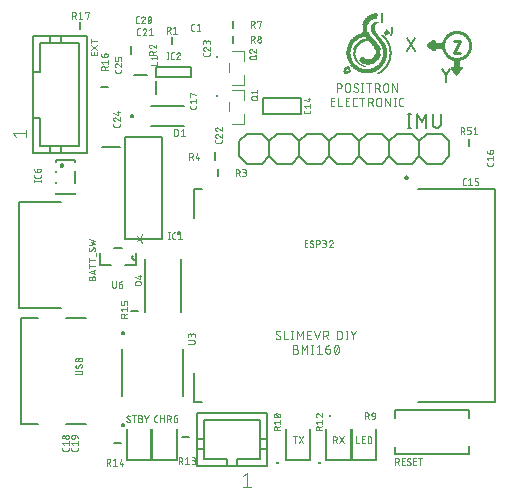
<source format=gbr>
G04 EAGLE Gerber RS-274X export*
G75*
%MOMM*%
%FSLAX34Y34*%
%LPD*%
%INSilkscreen Top*%
%IPPOS*%
%AMOC8*
5,1,8,0,0,1.08239X$1,22.5*%
G01*
%ADD10C,0.177800*%
%ADD11C,0.254000*%
%ADD12R,0.127000X0.025400*%
%ADD13R,0.203200X0.025400*%
%ADD14R,0.279400X0.025400*%
%ADD15R,0.177800X0.025400*%
%ADD16R,0.355600X0.025400*%
%ADD17R,0.381000X0.025400*%
%ADD18R,0.457200X0.025400*%
%ADD19R,0.736600X0.025400*%
%ADD20R,0.508000X0.025400*%
%ADD21R,0.914400X0.025400*%
%ADD22R,0.558800X0.025400*%
%ADD23R,1.092200X0.025400*%
%ADD24R,0.152400X0.025400*%
%ADD25R,0.584200X0.025400*%
%ADD26R,1.219200X0.025400*%
%ADD27R,1.371600X0.025400*%
%ADD28R,0.228600X0.025400*%
%ADD29R,1.473200X0.025400*%
%ADD30R,1.574800X0.025400*%
%ADD31R,1.651000X0.025400*%
%ADD32R,1.752600X0.025400*%
%ADD33R,1.828800X0.025400*%
%ADD34R,1.905000X0.025400*%
%ADD35R,0.889000X0.025400*%
%ADD36R,0.863600X0.025400*%
%ADD37R,0.711200X0.025400*%
%ADD38R,0.431800X0.025400*%
%ADD39R,0.685800X0.025400*%
%ADD40R,0.635000X0.025400*%
%ADD41R,0.406400X0.025400*%
%ADD42R,0.609600X0.025400*%
%ADD43R,0.330200X0.025400*%
%ADD44R,0.533400X0.025400*%
%ADD45R,0.304800X0.025400*%
%ADD46R,0.254000X0.025400*%
%ADD47R,0.482600X0.025400*%
%ADD48R,0.050800X0.025400*%
%ADD49R,0.838200X0.025400*%
%ADD50R,0.965200X0.025400*%
%ADD51R,1.041400X0.025400*%
%ADD52R,1.117600X0.025400*%
%ADD53R,1.270000X0.025400*%
%ADD54R,1.320800X0.025400*%
%ADD55R,1.422400X0.025400*%
%ADD56R,1.524000X0.025400*%
%ADD57R,1.549400X0.025400*%
%ADD58R,0.660400X0.025400*%
%ADD59R,0.101600X0.025400*%
%ADD60R,0.812800X0.025400*%
%ADD61R,1.295400X0.025400*%
%ADD62R,1.244600X0.025400*%
%ADD63R,1.193800X0.025400*%
%ADD64R,0.076200X0.025400*%
%ADD65R,1.066800X0.025400*%
%ADD66R,0.990600X0.025400*%
%ADD67R,0.025400X0.025400*%
%ADD68R,0.787400X0.025400*%
%ADD69R,0.762000X0.025400*%
%ADD70C,0.076200*%
%ADD71C,0.203200*%
%ADD72C,0.101600*%
%ADD73C,0.127000*%
%ADD74C,0.200000*%
%ADD75C,0.050800*%
%ADD76C,0.100000*%
%ADD77C,0.100000*%
%ADD78C,0.152400*%
%ADD79C,0.025400*%

G36*
X482335Y759226D02*
X482335Y759226D01*
X482446Y759224D01*
X482494Y759236D01*
X482543Y759239D01*
X482647Y759273D01*
X482755Y759299D01*
X482799Y759322D01*
X482845Y759337D01*
X482938Y759396D01*
X483036Y759448D01*
X483072Y759481D01*
X483114Y759507D01*
X483190Y759588D01*
X483271Y759662D01*
X483298Y759703D01*
X483332Y759739D01*
X483385Y759835D01*
X483446Y759927D01*
X483462Y759974D01*
X483486Y760017D01*
X483513Y760124D01*
X483549Y760228D01*
X483553Y760277D01*
X483565Y760325D01*
X483575Y760486D01*
X483575Y761757D01*
X488656Y761757D01*
X488774Y761772D01*
X488893Y761779D01*
X488931Y761792D01*
X488972Y761797D01*
X489082Y761840D01*
X489195Y761877D01*
X489230Y761899D01*
X489267Y761914D01*
X489363Y761984D01*
X489464Y762047D01*
X489492Y762077D01*
X489525Y762100D01*
X489601Y762192D01*
X489682Y762279D01*
X489702Y762314D01*
X489727Y762345D01*
X489778Y762453D01*
X489836Y762557D01*
X489846Y762597D01*
X489863Y762633D01*
X489885Y762750D01*
X489915Y762865D01*
X489919Y762926D01*
X489923Y762946D01*
X489921Y762966D01*
X489925Y763026D01*
X489925Y765566D01*
X489910Y765684D01*
X489903Y765803D01*
X489890Y765841D01*
X489885Y765882D01*
X489842Y765992D01*
X489805Y766105D01*
X489783Y766140D01*
X489768Y766177D01*
X489699Y766273D01*
X489635Y766374D01*
X489605Y766402D01*
X489582Y766435D01*
X489490Y766511D01*
X489403Y766592D01*
X489368Y766612D01*
X489337Y766637D01*
X489229Y766688D01*
X489125Y766746D01*
X489085Y766756D01*
X489049Y766773D01*
X488932Y766795D01*
X488817Y766825D01*
X488757Y766829D01*
X488737Y766833D01*
X488716Y766831D01*
X488656Y766835D01*
X483575Y766835D01*
X483575Y768106D01*
X483569Y768155D01*
X483571Y768204D01*
X483557Y768275D01*
X483553Y768338D01*
X483541Y768374D01*
X483535Y768422D01*
X483517Y768467D01*
X483507Y768516D01*
X483472Y768588D01*
X483455Y768641D01*
X483438Y768668D01*
X483418Y768717D01*
X483389Y768757D01*
X483368Y768802D01*
X483311Y768868D01*
X483285Y768910D01*
X483266Y768928D01*
X483232Y768975D01*
X483193Y769006D01*
X483161Y769044D01*
X483085Y769097D01*
X483053Y769128D01*
X483034Y769138D01*
X482987Y769177D01*
X482942Y769198D01*
X482901Y769227D01*
X482810Y769262D01*
X482775Y769281D01*
X482757Y769286D01*
X482699Y769313D01*
X482650Y769322D01*
X482604Y769340D01*
X482504Y769351D01*
X482467Y769361D01*
X482442Y769362D01*
X482387Y769373D01*
X482337Y769370D01*
X482288Y769375D01*
X482179Y769360D01*
X482069Y769353D01*
X482022Y769338D01*
X481973Y769331D01*
X481871Y769289D01*
X481767Y769255D01*
X481725Y769228D01*
X481705Y769220D01*
X481689Y769214D01*
X481688Y769213D01*
X481679Y769210D01*
X481544Y769121D01*
X476464Y765311D01*
X476396Y765245D01*
X476360Y765219D01*
X476332Y765185D01*
X476261Y765120D01*
X476250Y765104D01*
X476236Y765090D01*
X476185Y765008D01*
X476158Y764974D01*
X476139Y764935D01*
X476086Y764855D01*
X476080Y764836D01*
X476070Y764819D01*
X476041Y764727D01*
X476022Y764687D01*
X476014Y764643D01*
X475983Y764554D01*
X475982Y764534D01*
X475976Y764515D01*
X475971Y764421D01*
X475962Y764374D01*
X475965Y764327D01*
X475958Y764237D01*
X475962Y764217D01*
X475961Y764198D01*
X475979Y764109D01*
X475982Y764057D01*
X475998Y764008D01*
X476013Y763923D01*
X476021Y763905D01*
X476025Y763886D01*
X476062Y763809D01*
X476080Y763754D01*
X476111Y763706D01*
X476143Y763634D01*
X476156Y763618D01*
X476164Y763600D01*
X476216Y763540D01*
X476250Y763486D01*
X476296Y763442D01*
X476342Y763385D01*
X476363Y763367D01*
X476371Y763358D01*
X476387Y763347D01*
X476464Y763281D01*
X481544Y759471D01*
X481587Y759446D01*
X481625Y759415D01*
X481725Y759368D01*
X481821Y759313D01*
X481869Y759300D01*
X481913Y759279D01*
X482021Y759258D01*
X482128Y759229D01*
X482177Y759229D01*
X482226Y759219D01*
X482335Y759226D01*
G37*
G36*
X501515Y738882D02*
X501515Y738882D01*
X501534Y738881D01*
X501671Y738909D01*
X501809Y738933D01*
X501827Y738941D01*
X501846Y738945D01*
X501971Y739006D01*
X502099Y739063D01*
X502114Y739076D01*
X502132Y739084D01*
X502238Y739175D01*
X502347Y739262D01*
X502365Y739283D01*
X502374Y739291D01*
X502385Y739307D01*
X502451Y739384D01*
X506261Y744464D01*
X506285Y744507D01*
X506315Y744542D01*
X506315Y744543D01*
X506317Y744545D01*
X506364Y744645D01*
X506419Y744741D01*
X506432Y744789D01*
X506453Y744833D01*
X506474Y744941D01*
X506503Y745048D01*
X506503Y745097D01*
X506513Y745146D01*
X506506Y745255D01*
X506508Y745366D01*
X506496Y745414D01*
X506493Y745463D01*
X506459Y745567D01*
X506433Y745675D01*
X506410Y745719D01*
X506395Y745765D01*
X506336Y745858D01*
X506284Y745956D01*
X506251Y745992D01*
X506225Y746034D01*
X506144Y746110D01*
X506070Y746191D01*
X506029Y746218D01*
X505993Y746252D01*
X505897Y746305D01*
X505805Y746366D01*
X505758Y746382D01*
X505715Y746406D01*
X505608Y746433D01*
X505504Y746469D01*
X505455Y746473D01*
X505407Y746485D01*
X505246Y746495D01*
X503975Y746495D01*
X503975Y751576D01*
X503960Y751694D01*
X503953Y751813D01*
X503940Y751851D01*
X503935Y751892D01*
X503892Y752002D01*
X503855Y752115D01*
X503833Y752150D01*
X503818Y752187D01*
X503749Y752283D01*
X503685Y752384D01*
X503655Y752412D01*
X503632Y752445D01*
X503540Y752521D01*
X503453Y752602D01*
X503418Y752622D01*
X503387Y752647D01*
X503279Y752698D01*
X503175Y752756D01*
X503135Y752766D01*
X503099Y752783D01*
X502982Y752805D01*
X502867Y752835D01*
X502807Y752839D01*
X502787Y752843D01*
X502766Y752841D01*
X502706Y752845D01*
X500166Y752845D01*
X500048Y752830D01*
X499929Y752823D01*
X499891Y752810D01*
X499850Y752805D01*
X499740Y752762D01*
X499627Y752725D01*
X499592Y752703D01*
X499555Y752688D01*
X499459Y752619D01*
X499358Y752555D01*
X499330Y752525D01*
X499297Y752502D01*
X499222Y752410D01*
X499140Y752323D01*
X499120Y752288D01*
X499095Y752257D01*
X499044Y752149D01*
X498986Y752045D01*
X498976Y752005D01*
X498959Y751969D01*
X498937Y751852D01*
X498907Y751737D01*
X498903Y751677D01*
X498899Y751657D01*
X498900Y751651D01*
X498899Y751650D01*
X498900Y751633D01*
X498897Y751576D01*
X498897Y746495D01*
X497626Y746495D01*
X497577Y746489D01*
X497528Y746491D01*
X497420Y746469D01*
X497310Y746455D01*
X497265Y746437D01*
X497216Y746427D01*
X497117Y746379D01*
X497015Y746338D01*
X496975Y746309D01*
X496930Y746288D01*
X496847Y746216D01*
X496757Y746152D01*
X496726Y746113D01*
X496688Y746081D01*
X496625Y745991D01*
X496555Y745907D01*
X496534Y745862D01*
X496505Y745821D01*
X496466Y745718D01*
X496419Y745619D01*
X496410Y745570D01*
X496392Y745524D01*
X496380Y745414D01*
X496359Y745307D01*
X496362Y745257D01*
X496357Y745208D01*
X496372Y745099D01*
X496379Y744989D01*
X496394Y744942D01*
X496401Y744893D01*
X496443Y744791D01*
X496477Y744687D01*
X496504Y744645D01*
X496522Y744599D01*
X496611Y744464D01*
X500421Y739384D01*
X500518Y739284D01*
X500612Y739181D01*
X500628Y739170D01*
X500642Y739156D01*
X500761Y739083D01*
X500877Y739006D01*
X500896Y739000D01*
X500913Y738990D01*
X501046Y738948D01*
X501178Y738903D01*
X501198Y738902D01*
X501217Y738896D01*
X501356Y738889D01*
X501495Y738878D01*
X501515Y738882D01*
G37*
D10*
X488910Y744357D02*
X492551Y739199D01*
X496191Y744357D01*
X492551Y739199D02*
X492551Y733435D01*
X458976Y759450D02*
X466257Y770372D01*
X458976Y770372D02*
X466257Y759450D01*
D11*
X498967Y768213D02*
X504611Y768213D01*
X498967Y758053D01*
X504611Y758053D01*
X489926Y764296D02*
X489929Y764572D01*
X489939Y764848D01*
X489956Y765124D01*
X489979Y765399D01*
X490009Y765674D01*
X490046Y765948D01*
X490089Y766220D01*
X490139Y766492D01*
X490195Y766762D01*
X490258Y767031D01*
X490327Y767299D01*
X490403Y767564D01*
X490485Y767828D01*
X490574Y768090D01*
X490669Y768349D01*
X490770Y768606D01*
X490877Y768861D01*
X490990Y769113D01*
X491110Y769362D01*
X491235Y769608D01*
X491367Y769851D01*
X491504Y770091D01*
X491647Y770327D01*
X491795Y770560D01*
X491949Y770789D01*
X492109Y771014D01*
X492274Y771236D01*
X492444Y771453D01*
X492620Y771667D01*
X492801Y771875D01*
X492986Y772080D01*
X493177Y772280D01*
X493372Y772475D01*
X493572Y772666D01*
X493777Y772851D01*
X493985Y773032D01*
X494199Y773208D01*
X494416Y773378D01*
X494638Y773543D01*
X494863Y773703D01*
X495092Y773857D01*
X495325Y774005D01*
X495561Y774148D01*
X495801Y774285D01*
X496044Y774417D01*
X496290Y774542D01*
X496539Y774662D01*
X496791Y774775D01*
X497046Y774882D01*
X497303Y774983D01*
X497562Y775078D01*
X497824Y775167D01*
X498088Y775249D01*
X498353Y775325D01*
X498621Y775394D01*
X498890Y775457D01*
X499160Y775513D01*
X499432Y775563D01*
X499704Y775606D01*
X499978Y775643D01*
X500253Y775673D01*
X500528Y775696D01*
X500804Y775713D01*
X501080Y775723D01*
X501356Y775726D01*
X501632Y775723D01*
X501908Y775713D01*
X502184Y775696D01*
X502459Y775673D01*
X502734Y775643D01*
X503008Y775606D01*
X503280Y775563D01*
X503552Y775513D01*
X503822Y775457D01*
X504091Y775394D01*
X504359Y775325D01*
X504624Y775249D01*
X504888Y775167D01*
X505150Y775078D01*
X505409Y774983D01*
X505666Y774882D01*
X505921Y774775D01*
X506173Y774662D01*
X506422Y774542D01*
X506668Y774417D01*
X506911Y774285D01*
X507151Y774148D01*
X507387Y774005D01*
X507620Y773857D01*
X507849Y773703D01*
X508074Y773543D01*
X508296Y773378D01*
X508513Y773208D01*
X508727Y773032D01*
X508935Y772851D01*
X509140Y772666D01*
X509340Y772475D01*
X509535Y772280D01*
X509726Y772080D01*
X509911Y771875D01*
X510092Y771667D01*
X510268Y771453D01*
X510438Y771236D01*
X510603Y771014D01*
X510763Y770789D01*
X510917Y770560D01*
X511065Y770327D01*
X511208Y770091D01*
X511345Y769851D01*
X511477Y769608D01*
X511602Y769362D01*
X511722Y769113D01*
X511835Y768861D01*
X511942Y768606D01*
X512043Y768349D01*
X512138Y768090D01*
X512227Y767828D01*
X512309Y767564D01*
X512385Y767299D01*
X512454Y767031D01*
X512517Y766762D01*
X512573Y766492D01*
X512623Y766220D01*
X512666Y765948D01*
X512703Y765674D01*
X512733Y765399D01*
X512756Y765124D01*
X512773Y764848D01*
X512783Y764572D01*
X512786Y764296D01*
X512783Y764020D01*
X512773Y763744D01*
X512756Y763468D01*
X512733Y763193D01*
X512703Y762918D01*
X512666Y762644D01*
X512623Y762372D01*
X512573Y762100D01*
X512517Y761830D01*
X512454Y761561D01*
X512385Y761293D01*
X512309Y761028D01*
X512227Y760764D01*
X512138Y760502D01*
X512043Y760243D01*
X511942Y759986D01*
X511835Y759731D01*
X511722Y759479D01*
X511602Y759230D01*
X511477Y758984D01*
X511345Y758741D01*
X511208Y758501D01*
X511065Y758265D01*
X510917Y758032D01*
X510763Y757803D01*
X510603Y757578D01*
X510438Y757356D01*
X510268Y757139D01*
X510092Y756925D01*
X509911Y756717D01*
X509726Y756512D01*
X509535Y756312D01*
X509340Y756117D01*
X509140Y755926D01*
X508935Y755741D01*
X508727Y755560D01*
X508513Y755384D01*
X508296Y755214D01*
X508074Y755049D01*
X507849Y754889D01*
X507620Y754735D01*
X507387Y754587D01*
X507151Y754444D01*
X506911Y754307D01*
X506668Y754175D01*
X506422Y754050D01*
X506173Y753930D01*
X505921Y753817D01*
X505666Y753710D01*
X505409Y753609D01*
X505150Y753514D01*
X504888Y753425D01*
X504624Y753343D01*
X504359Y753267D01*
X504091Y753198D01*
X503822Y753135D01*
X503552Y753079D01*
X503280Y753029D01*
X503008Y752986D01*
X502734Y752949D01*
X502459Y752919D01*
X502184Y752896D01*
X501908Y752879D01*
X501632Y752869D01*
X501356Y752866D01*
X501083Y752864D01*
X500809Y752869D01*
X500536Y752881D01*
X500264Y752900D01*
X499991Y752925D01*
X499720Y752957D01*
X499449Y752995D01*
X499180Y753040D01*
X498911Y753091D01*
X498644Y753149D01*
X498378Y753214D01*
X498114Y753285D01*
X497852Y753362D01*
X497592Y753446D01*
X497334Y753536D01*
X497078Y753632D01*
X496825Y753734D01*
X496574Y753843D01*
X496325Y753957D01*
X496080Y754078D01*
X495838Y754204D01*
X495599Y754337D01*
X495363Y754475D01*
X495130Y754619D01*
X494902Y754768D01*
X494676Y754923D01*
X494455Y755084D01*
X494238Y755250D01*
X494024Y755421D01*
X493815Y755597D01*
X493611Y755778D01*
X493411Y755964D01*
X493215Y756155D01*
X493024Y756351D01*
X492838Y756551D01*
X492657Y756755D01*
X492481Y756964D01*
X492310Y757178D01*
X492144Y757395D01*
X491983Y757616D01*
X491828Y757842D01*
X491679Y758070D01*
X491535Y758303D01*
X491397Y758539D01*
X491264Y758778D01*
X491138Y759020D01*
X491017Y759265D01*
X490903Y759514D01*
X490794Y759765D01*
X490692Y760018D01*
X490596Y760274D01*
X490506Y760532D01*
X490422Y760792D01*
X490345Y761054D01*
X490274Y761318D01*
X490209Y761584D01*
X490151Y761851D01*
X490100Y762120D01*
X490055Y762389D01*
X490017Y762660D01*
X489985Y762931D01*
X489960Y763204D01*
X489941Y763476D01*
X489929Y763749D01*
X489924Y764023D01*
X489926Y764296D01*
D12*
X434594Y739902D03*
D13*
X434721Y740156D03*
D14*
X407924Y740410D03*
D15*
X435356Y740410D03*
D16*
X408051Y740664D03*
D17*
X425450Y740664D03*
D15*
X435864Y740664D03*
D18*
X408305Y740918D03*
D19*
X425450Y740918D03*
D15*
X436118Y740918D03*
D20*
X408305Y741172D03*
D21*
X425323Y741172D03*
D15*
X436626Y741172D03*
D22*
X408559Y741426D03*
D23*
X425450Y741426D03*
D24*
X437007Y741426D03*
D25*
X408432Y741680D03*
D26*
X425323Y741680D03*
D15*
X437388Y741680D03*
D24*
X406273Y741934D03*
D14*
X410210Y741934D03*
D27*
X425323Y741934D03*
D15*
X437642Y741934D03*
D24*
X406273Y742188D03*
D28*
X410464Y742188D03*
D29*
X425323Y742188D03*
D24*
X438023Y742188D03*
X406527Y742442D03*
D15*
X410718Y742442D03*
D30*
X425323Y742442D03*
D24*
X438277Y742442D03*
D15*
X406654Y742696D03*
D24*
X410845Y742696D03*
D31*
X425196Y742696D03*
D15*
X438658Y742696D03*
X406654Y742950D03*
D12*
X410718Y742950D03*
D32*
X425196Y742950D03*
D15*
X438912Y742950D03*
X406908Y743204D03*
D24*
X410591Y743204D03*
D33*
X425323Y743204D03*
D24*
X439293Y743204D03*
D13*
X407035Y743458D03*
D24*
X410591Y743458D03*
D34*
X425196Y743458D03*
D24*
X439547Y743458D03*
D13*
X407289Y743712D03*
D24*
X410337Y743712D03*
D35*
X419862Y743712D03*
D36*
X430911Y743712D03*
D24*
X439801Y743712D03*
D13*
X407543Y743966D03*
D24*
X410337Y743966D03*
D19*
X418846Y743966D03*
D37*
X431927Y743966D03*
D24*
X440055Y743966D03*
D38*
X408686Y744220D03*
D39*
X418084Y744220D03*
D40*
X432562Y744220D03*
D24*
X440309Y744220D03*
D41*
X408813Y744474D03*
D42*
X417449Y744474D03*
X433197Y744474D03*
D24*
X440563Y744474D03*
D16*
X408813Y744728D03*
D25*
X417068Y744728D03*
X433578Y744728D03*
D24*
X440817Y744728D03*
D43*
X408940Y744982D03*
D44*
X416560Y744982D03*
X434086Y744982D03*
D24*
X440817Y744982D03*
D45*
X409067Y745236D03*
D20*
X416179Y745236D03*
X434467Y745236D03*
D24*
X441071Y745236D03*
D46*
X409321Y745490D03*
D20*
X415925Y745490D03*
X434721Y745490D03*
D24*
X441325Y745490D03*
D28*
X409448Y745744D03*
D47*
X415544Y745744D03*
X435102Y745744D03*
D24*
X441579Y745744D03*
D15*
X409448Y745998D03*
D18*
X415163Y745998D03*
D47*
X435356Y745998D03*
D24*
X441833Y745998D03*
D12*
X409448Y746252D03*
D18*
X414909Y746252D03*
D12*
X423926Y746252D03*
D18*
X435737Y746252D03*
D24*
X441833Y746252D03*
D48*
X409575Y746506D03*
D18*
X414655Y746506D03*
D24*
X423037Y746506D03*
D18*
X435991Y746506D03*
D24*
X442087Y746506D03*
D38*
X414274Y746760D03*
D24*
X422021Y746760D03*
D38*
X436372Y746760D03*
D24*
X442341Y746760D03*
D38*
X414020Y747014D03*
D12*
X421386Y747014D03*
D38*
X436626Y747014D03*
D24*
X442341Y747014D03*
D41*
X413893Y747268D03*
D12*
X420878Y747268D03*
D38*
X436880Y747268D03*
D24*
X442595Y747268D03*
D41*
X413639Y747522D03*
D12*
X420370Y747522D03*
D41*
X437007Y747522D03*
D24*
X442849Y747522D03*
D41*
X413385Y747776D03*
D12*
X419862Y747776D03*
D41*
X437261Y747776D03*
D24*
X442849Y747776D03*
D17*
X413258Y748030D03*
D12*
X419608Y748030D03*
D14*
X426720Y748030D03*
D41*
X437515Y748030D03*
D24*
X443103Y748030D03*
D17*
X413004Y748284D03*
D12*
X419100Y748284D03*
D22*
X426593Y748284D03*
D17*
X437642Y748284D03*
D24*
X443103Y748284D03*
D17*
X412750Y748538D03*
D12*
X418846Y748538D03*
D37*
X426593Y748538D03*
D17*
X437896Y748538D03*
D24*
X443357Y748538D03*
D17*
X412750Y748792D03*
D12*
X418592Y748792D03*
D49*
X426720Y748792D03*
D17*
X438150Y748792D03*
D24*
X443357Y748792D03*
D17*
X412496Y749046D03*
D12*
X418338Y749046D03*
D50*
X426593Y749046D03*
D16*
X438277Y749046D03*
D24*
X443611Y749046D03*
D17*
X412242Y749300D03*
D12*
X418084Y749300D03*
D51*
X426720Y749300D03*
D17*
X438404Y749300D03*
D24*
X443611Y749300D03*
D16*
X412115Y749554D03*
D12*
X417830Y749554D03*
D52*
X426593Y749554D03*
D16*
X438531Y749554D03*
D24*
X443865Y749554D03*
D17*
X411988Y749808D03*
D12*
X417576Y749808D03*
D26*
X426593Y749808D03*
D16*
X438785Y749808D03*
D24*
X443865Y749808D03*
D16*
X411861Y750062D03*
D24*
X417449Y750062D03*
D53*
X426593Y750062D03*
D17*
X438912Y750062D03*
D12*
X443992Y750062D03*
D16*
X411607Y750316D03*
D24*
X417195Y750316D03*
D54*
X426593Y750316D03*
D16*
X439039Y750316D03*
D24*
X444119Y750316D03*
D16*
X411607Y750570D03*
D24*
X416941Y750570D03*
D27*
X426593Y750570D03*
D16*
X439293Y750570D03*
D12*
X444246Y750570D03*
D16*
X411353Y750824D03*
D15*
X416814Y750824D03*
D55*
X426593Y750824D03*
D16*
X439293Y750824D03*
D24*
X444373Y750824D03*
D43*
X411226Y751078D03*
D24*
X416687Y751078D03*
D29*
X426593Y751078D03*
D43*
X439420Y751078D03*
D24*
X444373Y751078D03*
D43*
X411226Y751332D03*
D24*
X416433Y751332D03*
D56*
X426593Y751332D03*
D16*
X439547Y751332D03*
D12*
X444500Y751332D03*
D43*
X410972Y751586D03*
D15*
X416306Y751586D03*
D30*
X426593Y751586D03*
D43*
X439674Y751586D03*
D24*
X444627Y751586D03*
D43*
X410972Y751840D03*
D24*
X416179Y751840D03*
D57*
X426974Y751840D03*
D43*
X439674Y751840D03*
D24*
X444627Y751840D03*
D16*
X410845Y752094D03*
D15*
X416052Y752094D03*
D44*
X422148Y752094D03*
D58*
X431673Y752094D03*
D43*
X439928Y752094D03*
D12*
X444754Y752094D03*
D43*
X410718Y752348D03*
D24*
X415925Y752348D03*
D38*
X421894Y752348D03*
D42*
X432181Y752348D03*
D43*
X439928Y752348D03*
D12*
X444754Y752348D03*
D43*
X410718Y752602D03*
D15*
X415798Y752602D03*
D16*
X421767Y752602D03*
D22*
X432435Y752602D03*
D43*
X439928Y752602D03*
D24*
X444881Y752602D03*
D43*
X410464Y752856D03*
D15*
X415798Y752856D03*
D14*
X421640Y752856D03*
D44*
X432816Y752856D03*
D43*
X440182Y752856D03*
D24*
X444881Y752856D03*
D43*
X410464Y753110D03*
D15*
X415544Y753110D03*
D28*
X421640Y753110D03*
D44*
X433070Y753110D03*
D43*
X440182Y753110D03*
D12*
X445008Y753110D03*
D43*
X410464Y753364D03*
D15*
X415544Y753364D03*
X421640Y753364D03*
D20*
X433197Y753364D03*
D43*
X440182Y753364D03*
D12*
X445008Y753364D03*
D45*
X410337Y753618D03*
D13*
X415417Y753618D03*
D59*
X421767Y753618D03*
D47*
X433578Y753618D03*
D45*
X440309Y753618D03*
D24*
X445135Y753618D03*
D43*
X410210Y753872D03*
D15*
X415290Y753872D03*
D48*
X421767Y753872D03*
D18*
X433705Y753872D03*
D43*
X440436Y753872D03*
D24*
X445135Y753872D03*
D43*
X410210Y754126D03*
D15*
X415290Y754126D03*
D18*
X433959Y754126D03*
D43*
X440436Y754126D03*
D24*
X445135Y754126D03*
D43*
X410210Y754380D03*
D13*
X415163Y754380D03*
D18*
X433959Y754380D03*
D43*
X440436Y754380D03*
D12*
X445262Y754380D03*
D45*
X410083Y754634D03*
D13*
X415163Y754634D03*
D18*
X434213Y754634D03*
D45*
X440563Y754634D03*
D12*
X445262Y754634D03*
D45*
X410083Y754888D03*
D13*
X415163Y754888D03*
D38*
X434340Y754888D03*
D45*
X440563Y754888D03*
D12*
X445262Y754888D03*
D45*
X410083Y755142D03*
D15*
X415036Y755142D03*
D38*
X434340Y755142D03*
D43*
X440690Y755142D03*
D24*
X445389Y755142D03*
D43*
X409956Y755396D03*
D13*
X414909Y755396D03*
D38*
X434594Y755396D03*
D43*
X440690Y755396D03*
D24*
X445389Y755396D03*
D43*
X409956Y755650D03*
D13*
X414909Y755650D03*
D41*
X434721Y755650D03*
D43*
X440690Y755650D03*
D24*
X445389Y755650D03*
D43*
X409956Y755904D03*
D13*
X414909Y755904D03*
D41*
X434721Y755904D03*
D43*
X440690Y755904D03*
D24*
X445389Y755904D03*
D45*
X409829Y756158D03*
D13*
X414909Y756158D03*
D38*
X434848Y756158D03*
D45*
X440817Y756158D03*
D24*
X445389Y756158D03*
D45*
X409829Y756412D03*
D13*
X414909Y756412D03*
D41*
X434975Y756412D03*
D45*
X440817Y756412D03*
D24*
X445389Y756412D03*
D45*
X409829Y756666D03*
D13*
X414909Y756666D03*
D41*
X434975Y756666D03*
D45*
X440817Y756666D03*
D12*
X445516Y756666D03*
D45*
X409829Y756920D03*
D13*
X414909Y756920D03*
D41*
X434975Y756920D03*
D45*
X440817Y756920D03*
D12*
X445516Y756920D03*
D45*
X409829Y757174D03*
D13*
X414909Y757174D03*
D41*
X434975Y757174D03*
D45*
X440817Y757174D03*
D12*
X445516Y757174D03*
D45*
X409829Y757428D03*
D13*
X414909Y757428D03*
D17*
X435102Y757428D03*
D45*
X440817Y757428D03*
D12*
X445516Y757428D03*
D45*
X409829Y757682D03*
D13*
X414909Y757682D03*
D17*
X435102Y757682D03*
D45*
X440817Y757682D03*
D12*
X445516Y757682D03*
D45*
X409829Y757936D03*
D13*
X414909Y757936D03*
D17*
X435102Y757936D03*
D45*
X440817Y757936D03*
D12*
X445516Y757936D03*
D45*
X409829Y758190D03*
D28*
X415036Y758190D03*
D17*
X435102Y758190D03*
D45*
X440817Y758190D03*
D12*
X445516Y758190D03*
D45*
X409829Y758444D03*
D28*
X415036Y758444D03*
D17*
X435102Y758444D03*
D45*
X440817Y758444D03*
D12*
X445516Y758444D03*
D45*
X409829Y758698D03*
D28*
X415036Y758698D03*
D17*
X435102Y758698D03*
D45*
X440817Y758698D03*
D24*
X445389Y758698D03*
D43*
X409956Y758952D03*
D28*
X415036Y758952D03*
D17*
X435102Y758952D03*
D45*
X440817Y758952D03*
D24*
X445389Y758952D03*
D43*
X409956Y759206D03*
D28*
X415036Y759206D03*
D17*
X435102Y759206D03*
D45*
X440817Y759206D03*
D24*
X445389Y759206D03*
D45*
X410083Y759460D03*
D28*
X415036Y759460D03*
D41*
X434975Y759460D03*
D43*
X440690Y759460D03*
D24*
X445389Y759460D03*
D45*
X410083Y759714D03*
D28*
X415290Y759714D03*
D41*
X434975Y759714D03*
D43*
X440690Y759714D03*
D24*
X445389Y759714D03*
D45*
X410083Y759968D03*
D28*
X415290Y759968D03*
D41*
X434975Y759968D03*
D43*
X440690Y759968D03*
D12*
X445262Y759968D03*
D45*
X410083Y760222D03*
D28*
X415290Y760222D03*
D41*
X434975Y760222D03*
D43*
X440690Y760222D03*
D12*
X445262Y760222D03*
D45*
X410083Y760476D03*
D46*
X415417Y760476D03*
D41*
X434975Y760476D03*
D45*
X440563Y760476D03*
D12*
X445262Y760476D03*
D43*
X410210Y760730D03*
D46*
X415417Y760730D03*
D38*
X434848Y760730D03*
D45*
X440563Y760730D03*
D12*
X445262Y760730D03*
D43*
X410210Y760984D03*
D28*
X415544Y760984D03*
D41*
X434721Y760984D03*
D43*
X440436Y760984D03*
D24*
X445135Y760984D03*
D45*
X410337Y761238D03*
D46*
X415671Y761238D03*
D38*
X434594Y761238D03*
D43*
X440436Y761238D03*
D24*
X445135Y761238D03*
D45*
X410337Y761492D03*
D46*
X415671Y761492D03*
D38*
X434594Y761492D03*
D43*
X440436Y761492D03*
D12*
X445008Y761492D03*
D43*
X410464Y761746D03*
D46*
X415925Y761746D03*
D38*
X434340Y761746D03*
D45*
X440309Y761746D03*
D12*
X445008Y761746D03*
D43*
X410464Y762000D03*
D46*
X415925Y762000D03*
D38*
X434340Y762000D03*
D43*
X440182Y762000D03*
D12*
X445008Y762000D03*
D45*
X410591Y762254D03*
D46*
X416179Y762254D03*
D18*
X434213Y762254D03*
D43*
X440182Y762254D03*
D24*
X444881Y762254D03*
D43*
X410718Y762508D03*
D46*
X416179Y762508D03*
D18*
X433959Y762508D03*
D16*
X440055Y762508D03*
D12*
X444754Y762508D03*
D43*
X410718Y762762D03*
D46*
X416433Y762762D03*
D47*
X433832Y762762D03*
D43*
X439928Y762762D03*
D12*
X444754Y762762D03*
D45*
X410845Y763016D03*
D46*
X416433Y763016D03*
D18*
X433705Y763016D03*
D43*
X439928Y763016D03*
D12*
X444754Y763016D03*
D43*
X410972Y763270D03*
D46*
X416687Y763270D03*
D47*
X433578Y763270D03*
D16*
X439801Y763270D03*
D24*
X444627Y763270D03*
D43*
X410972Y763524D03*
D14*
X416814Y763524D03*
D47*
X433324Y763524D03*
D43*
X439674Y763524D03*
D12*
X444500Y763524D03*
D43*
X411226Y763778D03*
D14*
X417068Y763778D03*
D20*
X433197Y763778D03*
D16*
X439547Y763778D03*
D12*
X444500Y763778D03*
D43*
X411226Y764032D03*
D14*
X417068Y764032D03*
D20*
X432943Y764032D03*
D43*
X439420Y764032D03*
D24*
X444373Y764032D03*
D16*
X411353Y764286D03*
D14*
X417322Y764286D03*
D20*
X432689Y764286D03*
D16*
X439293Y764286D03*
D12*
X444246Y764286D03*
D43*
X411480Y764540D03*
D14*
X417576Y764540D03*
D44*
X432562Y764540D03*
D43*
X439166Y764540D03*
D12*
X444246Y764540D03*
D16*
X411607Y764794D03*
D14*
X417830Y764794D03*
D44*
X432308Y764794D03*
D16*
X439039Y764794D03*
D12*
X443992Y764794D03*
D16*
X411861Y765048D03*
D14*
X418084Y765048D03*
D44*
X432054Y765048D03*
D16*
X438785Y765048D03*
D12*
X443992Y765048D03*
D16*
X411861Y765302D03*
D43*
X418338Y765302D03*
D44*
X431800Y765302D03*
D16*
X438785Y765302D03*
D24*
X443865Y765302D03*
D16*
X412115Y765556D03*
D43*
X418592Y765556D03*
D20*
X431673Y765556D03*
D16*
X438531Y765556D03*
D12*
X443738Y765556D03*
D17*
X412242Y765810D03*
D43*
X418846Y765810D03*
D20*
X431419Y765810D03*
D17*
X438404Y765810D03*
D24*
X443611Y765810D03*
D16*
X412369Y766064D03*
D45*
X419227Y766064D03*
D44*
X431292Y766064D03*
D17*
X438150Y766064D03*
D12*
X443484Y766064D03*
D17*
X412496Y766318D03*
D43*
X419608Y766318D03*
D44*
X431038Y766318D03*
D17*
X438150Y766318D03*
D24*
X443357Y766318D03*
D17*
X412750Y766572D03*
D43*
X419862Y766572D03*
D44*
X430784Y766572D03*
D17*
X437896Y766572D03*
D12*
X443230Y766572D03*
D17*
X413004Y766826D03*
D16*
X420243Y766826D03*
D44*
X430530Y766826D03*
D17*
X437642Y766826D03*
D24*
X443103Y766826D03*
D41*
X413131Y767080D03*
D16*
X420751Y767080D03*
D44*
X430276Y767080D03*
D41*
X437515Y767080D03*
D12*
X442976Y767080D03*
D41*
X413385Y767334D03*
D17*
X421132Y767334D03*
D44*
X430022Y767334D03*
D17*
X437388Y767334D03*
D12*
X442722Y767334D03*
D41*
X413639Y767588D03*
X421767Y767588D03*
D44*
X429768Y767588D03*
D17*
X437134Y767588D03*
D12*
X442722Y767588D03*
D41*
X413893Y767842D03*
D47*
X422402Y767842D03*
D44*
X429514Y767842D03*
D17*
X436880Y767842D03*
D12*
X442468Y767842D03*
D38*
X414020Y768096D03*
D25*
X423418Y768096D03*
D44*
X429260Y768096D03*
D41*
X436753Y768096D03*
D24*
X442341Y768096D03*
D38*
X414274Y768350D03*
D51*
X426466Y768350D03*
D17*
X436626Y768350D03*
D12*
X442214Y768350D03*
D18*
X414655Y768604D03*
D50*
X426593Y768604D03*
D17*
X436372Y768604D03*
D12*
X441960Y768604D03*
D18*
X414909Y768858D03*
D49*
X426974Y768858D03*
D17*
X436118Y768858D03*
D12*
X441706Y768858D03*
D18*
X415163Y769112D03*
D59*
X425069Y769112D03*
D44*
X428498Y769112D03*
D17*
X435864Y769112D03*
D12*
X441706Y769112D03*
D47*
X415544Y769366D03*
D44*
X428244Y769366D03*
D16*
X435737Y769366D03*
D12*
X441452Y769366D03*
D20*
X415925Y769620D03*
D44*
X427990Y769620D03*
D16*
X435483Y769620D03*
D12*
X441198Y769620D03*
D20*
X416179Y769874D03*
D44*
X427736Y769874D03*
D17*
X435356Y769874D03*
D12*
X440944Y769874D03*
D44*
X416560Y770128D03*
X427482Y770128D03*
D17*
X435102Y770128D03*
D12*
X440944Y770128D03*
D22*
X416941Y770382D03*
D44*
X427228Y770382D03*
D16*
X434975Y770382D03*
D12*
X440690Y770382D03*
D42*
X417449Y770636D03*
D20*
X427101Y770636D03*
D16*
X434721Y770636D03*
D12*
X440436Y770636D03*
D58*
X417957Y770890D03*
D20*
X426847Y770890D03*
D16*
X434467Y770890D03*
D12*
X440182Y770890D03*
D39*
X418592Y771144D03*
D20*
X426593Y771144D03*
D16*
X434213Y771144D03*
D12*
X439928Y771144D03*
D60*
X419481Y771398D03*
D20*
X426339Y771398D03*
D17*
X434086Y771398D03*
D12*
X439674Y771398D03*
D61*
X422148Y771652D03*
D16*
X433959Y771652D03*
D12*
X439420Y771652D03*
D62*
X422402Y771906D03*
D16*
X433705Y771906D03*
D12*
X439166Y771906D03*
D63*
X422402Y772160D03*
D16*
X433451Y772160D03*
D12*
X438912Y772160D03*
D52*
X422529Y772414D03*
D43*
X433324Y772414D03*
D12*
X438658Y772414D03*
D64*
X446024Y772414D03*
D65*
X422783Y772668D03*
D43*
X433070Y772668D03*
D12*
X438150Y772668D03*
D64*
X441960Y772668D03*
D12*
X446024Y772668D03*
D66*
X422910Y772922D03*
D45*
X432943Y772922D03*
D12*
X441960Y772922D03*
D24*
X446151Y772922D03*
D21*
X423037Y773176D03*
D43*
X432816Y773176D03*
D24*
X442087Y773176D03*
D15*
X446024Y773176D03*
D49*
X423164Y773430D03*
D43*
X432562Y773430D03*
D24*
X442087Y773430D03*
D15*
X446024Y773430D03*
D19*
X423418Y773684D03*
D45*
X432435Y773684D03*
D24*
X442087Y773684D03*
D15*
X446278Y773684D03*
D40*
X423672Y773938D03*
D45*
X432181Y773938D03*
D15*
X442214Y773938D03*
X446278Y773938D03*
D22*
X424053Y774192D03*
D45*
X431927Y774192D03*
D14*
X441706Y774192D03*
D15*
X446278Y774192D03*
D38*
X424434Y774446D03*
D45*
X431673Y774446D03*
D18*
X442341Y774446D03*
D13*
X446405Y774446D03*
D38*
X424434Y774700D03*
D45*
X431673Y774700D03*
D47*
X442468Y774700D03*
D15*
X446532Y774700D03*
D41*
X424307Y774954D03*
D45*
X431419Y774954D03*
D47*
X442468Y774954D03*
D15*
X446532Y774954D03*
D38*
X424180Y775208D03*
D14*
X431292Y775208D03*
D38*
X442214Y775208D03*
D15*
X446532Y775208D03*
D41*
X424053Y775462D03*
D14*
X431038Y775462D03*
D43*
X442468Y775462D03*
D15*
X446786Y775462D03*
D41*
X424053Y775716D03*
D14*
X431038Y775716D03*
D15*
X442468Y775716D03*
X446786Y775716D03*
D41*
X424053Y775970D03*
D14*
X430784Y775970D03*
D24*
X442595Y775970D03*
D15*
X446786Y775970D03*
D17*
X423926Y776224D03*
D14*
X430784Y776224D03*
D24*
X442595Y776224D03*
X446913Y776224D03*
D41*
X423799Y776478D03*
D46*
X430657Y776478D03*
D12*
X442722Y776478D03*
D24*
X446913Y776478D03*
D41*
X423799Y776732D03*
D14*
X430530Y776732D03*
D12*
X442722Y776732D03*
D24*
X446913Y776732D03*
D41*
X423799Y776986D03*
D14*
X430530Y776986D03*
D64*
X442722Y776986D03*
D24*
X446913Y776986D03*
D41*
X423799Y777240D03*
D14*
X430530Y777240D03*
D48*
X442849Y777240D03*
D15*
X446786Y777240D03*
D17*
X423672Y777494D03*
D14*
X430276Y777494D03*
D15*
X446786Y777494D03*
D17*
X423672Y777748D03*
D14*
X430276Y777748D03*
D24*
X446659Y777748D03*
D17*
X423672Y778002D03*
D14*
X430276Y778002D03*
D24*
X446659Y778002D03*
D17*
X423672Y778256D03*
D14*
X430276Y778256D03*
D24*
X446659Y778256D03*
D17*
X423672Y778510D03*
D14*
X430276Y778510D03*
D12*
X446532Y778510D03*
D17*
X423672Y778764D03*
D14*
X430276Y778764D03*
D59*
X446405Y778764D03*
D17*
X423672Y779018D03*
D45*
X430403Y779018D03*
D67*
X446278Y779018D03*
D17*
X423672Y779272D03*
D45*
X430403Y779272D03*
D17*
X423672Y779526D03*
D45*
X430403Y779526D03*
D17*
X423672Y779780D03*
D45*
X430403Y779780D03*
D17*
X423672Y780034D03*
D45*
X430403Y780034D03*
D41*
X423799Y780288D03*
D45*
X430657Y780288D03*
D41*
X423799Y780542D03*
D45*
X430657Y780542D03*
D41*
X423799Y780796D03*
D45*
X430657Y780796D03*
D41*
X423799Y781050D03*
D45*
X430911Y781050D03*
D41*
X424053Y781304D03*
D43*
X431038Y781304D03*
D41*
X424053Y781558D03*
D45*
X431165Y781558D03*
D41*
X424053Y781812D03*
D45*
X431419Y781812D03*
D38*
X424180Y782066D03*
D45*
X431673Y782066D03*
D41*
X424307Y782320D03*
D45*
X431927Y782320D03*
D38*
X424434Y782574D03*
D43*
X432308Y782574D03*
D38*
X424434Y782828D03*
D43*
X432562Y782828D03*
D38*
X424688Y783082D03*
D43*
X433070Y783082D03*
D38*
X424688Y783336D03*
D17*
X433832Y783336D03*
D18*
X424815Y783590D03*
D45*
X434213Y783590D03*
D15*
X437896Y783590D03*
D18*
X425069Y783844D03*
D15*
X437896Y783844D03*
D47*
X425196Y784098D03*
D15*
X437896Y784098D03*
D47*
X425450Y784352D03*
D15*
X437896Y784352D03*
D20*
X425577Y784606D03*
D15*
X437896Y784606D03*
D20*
X425831Y784860D03*
D15*
X437896Y784860D03*
D20*
X426085Y785114D03*
D15*
X437896Y785114D03*
D44*
X426212Y785368D03*
D15*
X437896Y785368D03*
D22*
X426593Y785622D03*
D15*
X437896Y785622D03*
D22*
X426847Y785876D03*
D15*
X437896Y785876D03*
D42*
X427101Y786130D03*
D15*
X437896Y786130D03*
D58*
X427609Y786384D03*
D15*
X437896Y786384D03*
D37*
X428117Y786638D03*
D15*
X437896Y786638D03*
D68*
X428752Y786892D03*
D15*
X437896Y786892D03*
D21*
X429641Y787146D03*
D15*
X437896Y787146D03*
D35*
X429768Y787400D03*
D15*
X437896Y787400D03*
D36*
X429895Y787654D03*
D15*
X437896Y787654D03*
D49*
X430022Y787908D03*
D15*
X437896Y787908D03*
D60*
X430149Y788162D03*
D15*
X437896Y788162D03*
D69*
X430403Y788416D03*
D15*
X437896Y788416D03*
D19*
X430530Y788670D03*
D15*
X437896Y788670D03*
D39*
X430784Y788924D03*
D15*
X437896Y788924D03*
D58*
X430911Y789178D03*
D15*
X437896Y789178D03*
D42*
X431165Y789432D03*
D15*
X437896Y789432D03*
D22*
X431419Y789686D03*
D15*
X437896Y789686D03*
D20*
X431673Y789940D03*
D15*
X437896Y789940D03*
D38*
X432054Y790194D03*
D15*
X437896Y790194D03*
D16*
X432435Y790448D03*
D15*
X437896Y790448D03*
D46*
X432943Y790702D03*
D15*
X437896Y790702D03*
D70*
X352169Y517130D02*
X352167Y517052D01*
X352162Y516974D01*
X352152Y516897D01*
X352139Y516820D01*
X352123Y516744D01*
X352103Y516669D01*
X352079Y516595D01*
X352052Y516522D01*
X352021Y516450D01*
X351987Y516380D01*
X351950Y516312D01*
X351909Y516245D01*
X351865Y516180D01*
X351819Y516118D01*
X351769Y516058D01*
X351717Y516000D01*
X351662Y515945D01*
X351604Y515893D01*
X351544Y515843D01*
X351482Y515797D01*
X351417Y515753D01*
X351351Y515712D01*
X351282Y515675D01*
X351212Y515641D01*
X351140Y515610D01*
X351067Y515583D01*
X350993Y515559D01*
X350918Y515539D01*
X350842Y515523D01*
X350765Y515510D01*
X350688Y515500D01*
X350610Y515495D01*
X350532Y515493D01*
X350418Y515495D01*
X350305Y515500D01*
X350191Y515510D01*
X350078Y515523D01*
X349966Y515540D01*
X349854Y515560D01*
X349743Y515584D01*
X349632Y515612D01*
X349523Y515643D01*
X349415Y515678D01*
X349308Y515717D01*
X349202Y515759D01*
X349098Y515804D01*
X348995Y515853D01*
X348894Y515906D01*
X348795Y515961D01*
X348697Y516020D01*
X348602Y516082D01*
X348509Y516147D01*
X348417Y516215D01*
X348329Y516286D01*
X348242Y516360D01*
X348158Y516437D01*
X348077Y516516D01*
X348281Y521222D02*
X348283Y521300D01*
X348288Y521378D01*
X348298Y521455D01*
X348311Y521532D01*
X348327Y521608D01*
X348347Y521683D01*
X348371Y521757D01*
X348398Y521830D01*
X348429Y521902D01*
X348463Y521972D01*
X348500Y522041D01*
X348541Y522107D01*
X348585Y522172D01*
X348631Y522234D01*
X348681Y522294D01*
X348733Y522352D01*
X348788Y522407D01*
X348846Y522459D01*
X348906Y522509D01*
X348968Y522555D01*
X349033Y522599D01*
X349100Y522640D01*
X349168Y522677D01*
X349238Y522711D01*
X349310Y522742D01*
X349383Y522769D01*
X349457Y522793D01*
X349532Y522813D01*
X349608Y522829D01*
X349685Y522842D01*
X349762Y522852D01*
X349840Y522857D01*
X349918Y522859D01*
X350028Y522857D01*
X350137Y522851D01*
X350247Y522841D01*
X350355Y522828D01*
X350464Y522810D01*
X350571Y522789D01*
X350678Y522763D01*
X350784Y522734D01*
X350889Y522702D01*
X350992Y522665D01*
X351094Y522625D01*
X351195Y522581D01*
X351294Y522533D01*
X351391Y522483D01*
X351486Y522428D01*
X351579Y522370D01*
X351670Y522309D01*
X351759Y522245D01*
X349099Y519789D02*
X349032Y519831D01*
X348967Y519875D01*
X348905Y519923D01*
X348845Y519973D01*
X348787Y520026D01*
X348732Y520082D01*
X348680Y520141D01*
X348630Y520201D01*
X348583Y520265D01*
X348540Y520330D01*
X348499Y520397D01*
X348462Y520466D01*
X348428Y520537D01*
X348397Y520609D01*
X348370Y520683D01*
X348346Y520757D01*
X348326Y520833D01*
X348310Y520910D01*
X348297Y520987D01*
X348287Y521065D01*
X348282Y521144D01*
X348280Y521222D01*
X351350Y518562D02*
X351416Y518520D01*
X351481Y518476D01*
X351543Y518429D01*
X351603Y518378D01*
X351661Y518325D01*
X351716Y518269D01*
X351769Y518211D01*
X351818Y518150D01*
X351865Y518087D01*
X351908Y518022D01*
X351949Y517955D01*
X351986Y517886D01*
X352020Y517815D01*
X352051Y517743D01*
X352078Y517669D01*
X352102Y517594D01*
X352122Y517519D01*
X352138Y517442D01*
X352151Y517365D01*
X352161Y517287D01*
X352166Y517208D01*
X352168Y517130D01*
X351350Y518562D02*
X349099Y519790D01*
X355407Y522859D02*
X355407Y515493D01*
X358681Y515493D01*
X362071Y515493D02*
X362071Y522859D01*
X361252Y515493D02*
X362889Y515493D01*
X362889Y522859D02*
X361252Y522859D01*
X366199Y522859D02*
X366199Y515493D01*
X368654Y518767D02*
X366199Y522859D01*
X368654Y518767D02*
X371110Y522859D01*
X371110Y515493D01*
X374914Y515493D02*
X378188Y515493D01*
X374914Y515493D02*
X374914Y522859D01*
X378188Y522859D01*
X377370Y519585D02*
X374914Y519585D01*
X380585Y522859D02*
X383041Y515493D01*
X385496Y522859D01*
X388605Y522859D02*
X388605Y515493D01*
X388605Y522859D02*
X390651Y522859D01*
X390740Y522857D01*
X390829Y522851D01*
X390918Y522841D01*
X391006Y522828D01*
X391094Y522811D01*
X391181Y522789D01*
X391266Y522764D01*
X391351Y522736D01*
X391434Y522703D01*
X391516Y522667D01*
X391596Y522628D01*
X391674Y522585D01*
X391750Y522539D01*
X391825Y522489D01*
X391897Y522436D01*
X391966Y522380D01*
X392033Y522321D01*
X392098Y522260D01*
X392159Y522195D01*
X392218Y522128D01*
X392274Y522059D01*
X392327Y521987D01*
X392377Y521912D01*
X392423Y521836D01*
X392466Y521758D01*
X392505Y521678D01*
X392541Y521596D01*
X392574Y521513D01*
X392602Y521428D01*
X392627Y521343D01*
X392649Y521256D01*
X392666Y521168D01*
X392679Y521080D01*
X392689Y520991D01*
X392695Y520902D01*
X392697Y520813D01*
X392695Y520724D01*
X392689Y520635D01*
X392679Y520546D01*
X392666Y520458D01*
X392649Y520370D01*
X392627Y520283D01*
X392602Y520198D01*
X392574Y520113D01*
X392541Y520030D01*
X392505Y519948D01*
X392466Y519868D01*
X392423Y519790D01*
X392377Y519714D01*
X392327Y519639D01*
X392274Y519567D01*
X392218Y519498D01*
X392159Y519431D01*
X392098Y519366D01*
X392033Y519305D01*
X391966Y519246D01*
X391897Y519190D01*
X391825Y519137D01*
X391750Y519087D01*
X391674Y519041D01*
X391596Y518998D01*
X391516Y518959D01*
X391434Y518923D01*
X391351Y518890D01*
X391266Y518862D01*
X391181Y518837D01*
X391094Y518815D01*
X391006Y518798D01*
X390918Y518785D01*
X390829Y518775D01*
X390740Y518769D01*
X390651Y518767D01*
X388605Y518767D01*
X391060Y518767D02*
X392697Y515493D01*
X400014Y515493D02*
X400014Y522859D01*
X402060Y522859D01*
X402149Y522857D01*
X402238Y522851D01*
X402327Y522841D01*
X402415Y522828D01*
X402503Y522811D01*
X402590Y522789D01*
X402675Y522764D01*
X402760Y522736D01*
X402843Y522703D01*
X402925Y522667D01*
X403005Y522628D01*
X403083Y522585D01*
X403159Y522539D01*
X403234Y522489D01*
X403306Y522436D01*
X403375Y522380D01*
X403442Y522321D01*
X403507Y522260D01*
X403568Y522195D01*
X403627Y522128D01*
X403683Y522059D01*
X403736Y521987D01*
X403786Y521912D01*
X403832Y521836D01*
X403875Y521758D01*
X403914Y521678D01*
X403950Y521596D01*
X403983Y521513D01*
X404011Y521428D01*
X404036Y521343D01*
X404058Y521256D01*
X404075Y521168D01*
X404088Y521080D01*
X404098Y520991D01*
X404104Y520902D01*
X404106Y520813D01*
X404106Y517539D01*
X404104Y517450D01*
X404098Y517361D01*
X404088Y517272D01*
X404075Y517184D01*
X404058Y517096D01*
X404036Y517009D01*
X404011Y516924D01*
X403983Y516839D01*
X403950Y516756D01*
X403914Y516674D01*
X403875Y516594D01*
X403832Y516516D01*
X403786Y516440D01*
X403736Y516365D01*
X403683Y516293D01*
X403627Y516224D01*
X403568Y516157D01*
X403507Y516092D01*
X403442Y516031D01*
X403375Y515972D01*
X403306Y515916D01*
X403234Y515863D01*
X403159Y515813D01*
X403083Y515767D01*
X403005Y515724D01*
X402925Y515685D01*
X402843Y515649D01*
X402760Y515616D01*
X402675Y515588D01*
X402590Y515563D01*
X402503Y515541D01*
X402415Y515524D01*
X402327Y515511D01*
X402238Y515501D01*
X402149Y515495D01*
X402060Y515493D01*
X400014Y515493D01*
X408156Y515493D02*
X408156Y522859D01*
X407338Y515493D02*
X408975Y515493D01*
X408975Y522859D02*
X407338Y522859D01*
X411553Y522859D02*
X414008Y519381D01*
X416464Y522859D01*
X414008Y519381D02*
X414008Y515493D01*
X364894Y507393D02*
X362848Y507393D01*
X364894Y507393D02*
X364983Y507391D01*
X365072Y507385D01*
X365161Y507375D01*
X365249Y507362D01*
X365337Y507345D01*
X365424Y507323D01*
X365509Y507298D01*
X365594Y507270D01*
X365677Y507237D01*
X365759Y507201D01*
X365839Y507162D01*
X365917Y507119D01*
X365993Y507073D01*
X366068Y507023D01*
X366140Y506970D01*
X366209Y506914D01*
X366276Y506855D01*
X366341Y506794D01*
X366402Y506729D01*
X366461Y506662D01*
X366517Y506593D01*
X366570Y506521D01*
X366620Y506446D01*
X366666Y506370D01*
X366709Y506292D01*
X366748Y506212D01*
X366784Y506130D01*
X366817Y506047D01*
X366845Y505962D01*
X366870Y505877D01*
X366892Y505790D01*
X366909Y505702D01*
X366922Y505614D01*
X366932Y505525D01*
X366938Y505436D01*
X366940Y505347D01*
X366938Y505258D01*
X366932Y505169D01*
X366922Y505080D01*
X366909Y504992D01*
X366892Y504904D01*
X366870Y504817D01*
X366845Y504732D01*
X366817Y504647D01*
X366784Y504564D01*
X366748Y504482D01*
X366709Y504402D01*
X366666Y504324D01*
X366620Y504248D01*
X366570Y504173D01*
X366517Y504101D01*
X366461Y504032D01*
X366402Y503965D01*
X366341Y503900D01*
X366276Y503839D01*
X366209Y503780D01*
X366140Y503724D01*
X366068Y503671D01*
X365993Y503621D01*
X365917Y503575D01*
X365839Y503532D01*
X365759Y503493D01*
X365677Y503457D01*
X365594Y503424D01*
X365509Y503396D01*
X365424Y503371D01*
X365337Y503349D01*
X365249Y503332D01*
X365161Y503319D01*
X365072Y503309D01*
X364983Y503303D01*
X364894Y503301D01*
X362848Y503301D01*
X362848Y510667D01*
X364894Y510667D01*
X364973Y510665D01*
X365052Y510659D01*
X365131Y510650D01*
X365209Y510637D01*
X365286Y510619D01*
X365362Y510599D01*
X365437Y510574D01*
X365511Y510546D01*
X365584Y510515D01*
X365655Y510479D01*
X365724Y510441D01*
X365791Y510399D01*
X365856Y510354D01*
X365919Y510306D01*
X365980Y510255D01*
X366037Y510201D01*
X366093Y510145D01*
X366145Y510086D01*
X366195Y510024D01*
X366241Y509960D01*
X366285Y509894D01*
X366325Y509826D01*
X366361Y509756D01*
X366395Y509684D01*
X366425Y509610D01*
X366451Y509536D01*
X366474Y509460D01*
X366492Y509383D01*
X366508Y509306D01*
X366519Y509227D01*
X366527Y509149D01*
X366531Y509070D01*
X366531Y508990D01*
X366527Y508911D01*
X366519Y508833D01*
X366508Y508754D01*
X366492Y508677D01*
X366474Y508600D01*
X366451Y508524D01*
X366425Y508450D01*
X366395Y508376D01*
X366361Y508304D01*
X366325Y508234D01*
X366285Y508166D01*
X366241Y508100D01*
X366195Y508036D01*
X366145Y507974D01*
X366093Y507915D01*
X366037Y507859D01*
X365980Y507805D01*
X365919Y507754D01*
X365856Y507706D01*
X365791Y507661D01*
X365724Y507619D01*
X365655Y507581D01*
X365584Y507545D01*
X365511Y507514D01*
X365437Y507486D01*
X365362Y507461D01*
X365286Y507441D01*
X365209Y507423D01*
X365131Y507410D01*
X365052Y507401D01*
X364973Y507395D01*
X364894Y507393D01*
X370124Y510667D02*
X370124Y503301D01*
X372579Y506575D02*
X370124Y510667D01*
X372579Y506575D02*
X375035Y510667D01*
X375035Y503301D01*
X379163Y503301D02*
X379163Y510667D01*
X378345Y503301D02*
X379982Y503301D01*
X379982Y510667D02*
X378345Y510667D01*
X382969Y509030D02*
X385015Y510667D01*
X385015Y503301D01*
X382969Y503301D02*
X387061Y503301D01*
X390284Y507393D02*
X392740Y507393D01*
X392818Y507391D01*
X392896Y507386D01*
X392973Y507376D01*
X393050Y507363D01*
X393126Y507347D01*
X393201Y507327D01*
X393275Y507303D01*
X393348Y507276D01*
X393420Y507245D01*
X393490Y507211D01*
X393559Y507174D01*
X393625Y507133D01*
X393690Y507089D01*
X393752Y507043D01*
X393812Y506993D01*
X393870Y506941D01*
X393925Y506886D01*
X393977Y506828D01*
X394027Y506768D01*
X394073Y506706D01*
X394117Y506641D01*
X394158Y506575D01*
X394195Y506506D01*
X394229Y506436D01*
X394260Y506364D01*
X394287Y506291D01*
X394311Y506217D01*
X394331Y506142D01*
X394347Y506066D01*
X394360Y505989D01*
X394370Y505912D01*
X394375Y505834D01*
X394377Y505756D01*
X394377Y505347D01*
X394375Y505258D01*
X394369Y505169D01*
X394359Y505080D01*
X394346Y504992D01*
X394329Y504904D01*
X394307Y504817D01*
X394282Y504732D01*
X394254Y504647D01*
X394221Y504564D01*
X394185Y504482D01*
X394146Y504402D01*
X394103Y504324D01*
X394057Y504248D01*
X394007Y504173D01*
X393954Y504101D01*
X393898Y504032D01*
X393839Y503965D01*
X393778Y503900D01*
X393713Y503839D01*
X393646Y503780D01*
X393577Y503724D01*
X393505Y503671D01*
X393430Y503621D01*
X393354Y503575D01*
X393276Y503532D01*
X393196Y503493D01*
X393114Y503457D01*
X393031Y503424D01*
X392946Y503396D01*
X392861Y503371D01*
X392774Y503349D01*
X392686Y503332D01*
X392598Y503319D01*
X392509Y503309D01*
X392420Y503303D01*
X392331Y503301D01*
X392242Y503303D01*
X392153Y503309D01*
X392064Y503319D01*
X391976Y503332D01*
X391888Y503349D01*
X391801Y503371D01*
X391716Y503396D01*
X391631Y503424D01*
X391548Y503457D01*
X391466Y503493D01*
X391386Y503532D01*
X391308Y503575D01*
X391232Y503621D01*
X391157Y503671D01*
X391085Y503724D01*
X391016Y503780D01*
X390949Y503839D01*
X390884Y503900D01*
X390823Y503965D01*
X390764Y504032D01*
X390708Y504101D01*
X390655Y504173D01*
X390605Y504248D01*
X390559Y504324D01*
X390516Y504402D01*
X390477Y504482D01*
X390441Y504564D01*
X390408Y504647D01*
X390380Y504732D01*
X390355Y504817D01*
X390333Y504904D01*
X390316Y504992D01*
X390303Y505080D01*
X390293Y505169D01*
X390287Y505258D01*
X390285Y505347D01*
X390284Y505347D02*
X390284Y507393D01*
X390286Y507507D01*
X390292Y507621D01*
X390302Y507735D01*
X390316Y507849D01*
X390334Y507962D01*
X390356Y508074D01*
X390381Y508185D01*
X390411Y508295D01*
X390444Y508405D01*
X390481Y508513D01*
X390522Y508619D01*
X390567Y508725D01*
X390615Y508828D01*
X390667Y508930D01*
X390723Y509030D01*
X390781Y509128D01*
X390844Y509224D01*
X390909Y509317D01*
X390978Y509409D01*
X391050Y509497D01*
X391125Y509584D01*
X391203Y509667D01*
X391284Y509748D01*
X391367Y509826D01*
X391454Y509901D01*
X391542Y509973D01*
X391634Y510042D01*
X391727Y510107D01*
X391823Y510169D01*
X391921Y510228D01*
X392021Y510284D01*
X392123Y510336D01*
X392226Y510384D01*
X392332Y510429D01*
X392438Y510470D01*
X392546Y510507D01*
X392656Y510540D01*
X392766Y510570D01*
X392877Y510595D01*
X392989Y510617D01*
X393102Y510635D01*
X393216Y510649D01*
X393330Y510659D01*
X393444Y510665D01*
X393558Y510667D01*
X398214Y509644D02*
X398148Y509505D01*
X398087Y509366D01*
X398028Y509224D01*
X397974Y509081D01*
X397923Y508937D01*
X397875Y508792D01*
X397832Y508645D01*
X397792Y508497D01*
X397755Y508349D01*
X397723Y508199D01*
X397694Y508049D01*
X397669Y507898D01*
X397648Y507747D01*
X397631Y507595D01*
X397617Y507442D01*
X397608Y507290D01*
X397602Y507137D01*
X397600Y506984D01*
X398214Y509644D02*
X398240Y509714D01*
X398270Y509784D01*
X398303Y509851D01*
X398339Y509917D01*
X398378Y509981D01*
X398421Y510043D01*
X398467Y510102D01*
X398515Y510160D01*
X398566Y510214D01*
X398620Y510267D01*
X398677Y510316D01*
X398736Y510363D01*
X398797Y510406D01*
X398860Y510447D01*
X398925Y510484D01*
X398992Y510519D01*
X399061Y510549D01*
X399131Y510577D01*
X399202Y510600D01*
X399274Y510621D01*
X399347Y510637D01*
X399421Y510650D01*
X399496Y510660D01*
X399571Y510665D01*
X399646Y510667D01*
X399721Y510665D01*
X399796Y510660D01*
X399871Y510650D01*
X399945Y510637D01*
X400018Y510621D01*
X400090Y510600D01*
X400161Y510577D01*
X400231Y510549D01*
X400300Y510519D01*
X400367Y510484D01*
X400432Y510447D01*
X400495Y510406D01*
X400556Y510363D01*
X400615Y510316D01*
X400672Y510267D01*
X400726Y510214D01*
X400777Y510160D01*
X400826Y510102D01*
X400871Y510043D01*
X400914Y509981D01*
X400953Y509917D01*
X400990Y509851D01*
X401022Y509783D01*
X401052Y509714D01*
X401078Y509644D01*
X401143Y509506D01*
X401205Y509366D01*
X401263Y509224D01*
X401318Y509081D01*
X401369Y508937D01*
X401417Y508792D01*
X401460Y508645D01*
X401500Y508498D01*
X401537Y508349D01*
X401569Y508199D01*
X401598Y508049D01*
X401623Y507898D01*
X401644Y507747D01*
X401661Y507595D01*
X401675Y507442D01*
X401684Y507290D01*
X401690Y507137D01*
X401692Y506984D01*
X397599Y506984D02*
X397601Y506831D01*
X397607Y506678D01*
X397616Y506525D01*
X397630Y506373D01*
X397647Y506221D01*
X397668Y506070D01*
X397693Y505919D01*
X397722Y505768D01*
X397754Y505619D01*
X397791Y505470D01*
X397831Y505323D01*
X397874Y505176D01*
X397922Y505031D01*
X397973Y504886D01*
X398028Y504744D01*
X398086Y504602D01*
X398148Y504462D01*
X398213Y504324D01*
X398214Y504324D02*
X398240Y504253D01*
X398270Y504184D01*
X398303Y504117D01*
X398339Y504051D01*
X398378Y503987D01*
X398421Y503925D01*
X398467Y503866D01*
X398515Y503808D01*
X398566Y503754D01*
X398620Y503701D01*
X398677Y503652D01*
X398736Y503605D01*
X398797Y503562D01*
X398860Y503521D01*
X398925Y503484D01*
X398992Y503449D01*
X399061Y503419D01*
X399131Y503391D01*
X399202Y503368D01*
X399274Y503347D01*
X399347Y503331D01*
X399421Y503318D01*
X399496Y503308D01*
X399571Y503303D01*
X399646Y503301D01*
X401078Y504324D02*
X401143Y504462D01*
X401205Y504602D01*
X401263Y504744D01*
X401318Y504887D01*
X401369Y505031D01*
X401417Y505176D01*
X401460Y505323D01*
X401500Y505471D01*
X401537Y505619D01*
X401569Y505769D01*
X401598Y505919D01*
X401623Y506070D01*
X401644Y506221D01*
X401661Y506373D01*
X401675Y506526D01*
X401684Y506678D01*
X401690Y506831D01*
X401692Y506984D01*
X401078Y504324D02*
X401052Y504254D01*
X401022Y504184D01*
X400990Y504117D01*
X400953Y504051D01*
X400914Y503987D01*
X400871Y503925D01*
X400825Y503866D01*
X400777Y503808D01*
X400726Y503754D01*
X400672Y503701D01*
X400615Y503652D01*
X400556Y503605D01*
X400495Y503562D01*
X400432Y503521D01*
X400367Y503484D01*
X400300Y503449D01*
X400231Y503419D01*
X400161Y503391D01*
X400090Y503368D01*
X400018Y503347D01*
X399945Y503331D01*
X399871Y503318D01*
X399796Y503308D01*
X399721Y503303D01*
X399646Y503301D01*
X398009Y504938D02*
X401283Y509030D01*
X399932Y725043D02*
X399932Y732409D01*
X401978Y732409D01*
X402067Y732407D01*
X402156Y732401D01*
X402245Y732391D01*
X402333Y732378D01*
X402421Y732361D01*
X402508Y732339D01*
X402593Y732314D01*
X402678Y732286D01*
X402761Y732253D01*
X402843Y732217D01*
X402923Y732178D01*
X403001Y732135D01*
X403077Y732089D01*
X403152Y732039D01*
X403224Y731986D01*
X403293Y731930D01*
X403360Y731871D01*
X403425Y731810D01*
X403486Y731745D01*
X403545Y731678D01*
X403601Y731609D01*
X403654Y731537D01*
X403704Y731462D01*
X403750Y731386D01*
X403793Y731308D01*
X403832Y731228D01*
X403868Y731146D01*
X403901Y731063D01*
X403929Y730978D01*
X403954Y730893D01*
X403976Y730806D01*
X403993Y730718D01*
X404006Y730630D01*
X404016Y730541D01*
X404022Y730452D01*
X404024Y730363D01*
X404022Y730274D01*
X404016Y730185D01*
X404006Y730096D01*
X403993Y730008D01*
X403976Y729920D01*
X403954Y729833D01*
X403929Y729748D01*
X403901Y729663D01*
X403868Y729580D01*
X403832Y729498D01*
X403793Y729418D01*
X403750Y729340D01*
X403704Y729264D01*
X403654Y729189D01*
X403601Y729117D01*
X403545Y729048D01*
X403486Y728981D01*
X403425Y728916D01*
X403360Y728855D01*
X403293Y728796D01*
X403224Y728740D01*
X403152Y728687D01*
X403077Y728637D01*
X403001Y728591D01*
X402923Y728548D01*
X402843Y728509D01*
X402761Y728473D01*
X402678Y728440D01*
X402593Y728412D01*
X402508Y728387D01*
X402421Y728365D01*
X402333Y728348D01*
X402245Y728335D01*
X402156Y728325D01*
X402067Y728319D01*
X401978Y728317D01*
X399932Y728317D01*
X406886Y727089D02*
X406886Y730363D01*
X406888Y730452D01*
X406894Y730541D01*
X406904Y730630D01*
X406917Y730718D01*
X406934Y730806D01*
X406956Y730893D01*
X406981Y730978D01*
X407009Y731063D01*
X407042Y731146D01*
X407078Y731228D01*
X407117Y731308D01*
X407160Y731386D01*
X407206Y731462D01*
X407256Y731537D01*
X407309Y731609D01*
X407365Y731678D01*
X407424Y731745D01*
X407485Y731810D01*
X407550Y731871D01*
X407617Y731930D01*
X407686Y731986D01*
X407758Y732039D01*
X407833Y732089D01*
X407909Y732135D01*
X407987Y732178D01*
X408067Y732217D01*
X408149Y732253D01*
X408232Y732286D01*
X408317Y732314D01*
X408402Y732339D01*
X408489Y732361D01*
X408577Y732378D01*
X408665Y732391D01*
X408754Y732401D01*
X408843Y732407D01*
X408932Y732409D01*
X409021Y732407D01*
X409110Y732401D01*
X409199Y732391D01*
X409287Y732378D01*
X409375Y732361D01*
X409462Y732339D01*
X409547Y732314D01*
X409632Y732286D01*
X409715Y732253D01*
X409797Y732217D01*
X409877Y732178D01*
X409955Y732135D01*
X410031Y732089D01*
X410106Y732039D01*
X410178Y731986D01*
X410247Y731930D01*
X410314Y731871D01*
X410379Y731810D01*
X410440Y731745D01*
X410499Y731678D01*
X410555Y731609D01*
X410608Y731537D01*
X410658Y731462D01*
X410704Y731386D01*
X410747Y731308D01*
X410786Y731228D01*
X410822Y731146D01*
X410855Y731063D01*
X410883Y730978D01*
X410908Y730893D01*
X410930Y730806D01*
X410947Y730718D01*
X410960Y730630D01*
X410970Y730541D01*
X410976Y730452D01*
X410978Y730363D01*
X410978Y727089D01*
X410976Y727000D01*
X410970Y726911D01*
X410960Y726822D01*
X410947Y726734D01*
X410930Y726646D01*
X410908Y726559D01*
X410883Y726474D01*
X410855Y726389D01*
X410822Y726306D01*
X410786Y726224D01*
X410747Y726144D01*
X410704Y726066D01*
X410658Y725990D01*
X410608Y725915D01*
X410555Y725843D01*
X410499Y725774D01*
X410440Y725707D01*
X410379Y725642D01*
X410314Y725581D01*
X410247Y725522D01*
X410178Y725466D01*
X410106Y725413D01*
X410031Y725363D01*
X409955Y725317D01*
X409877Y725274D01*
X409797Y725235D01*
X409715Y725199D01*
X409632Y725166D01*
X409547Y725138D01*
X409462Y725113D01*
X409375Y725091D01*
X409287Y725074D01*
X409199Y725061D01*
X409110Y725051D01*
X409021Y725045D01*
X408932Y725043D01*
X408843Y725045D01*
X408754Y725051D01*
X408665Y725061D01*
X408577Y725074D01*
X408489Y725091D01*
X408402Y725113D01*
X408317Y725138D01*
X408232Y725166D01*
X408149Y725199D01*
X408067Y725235D01*
X407987Y725274D01*
X407909Y725317D01*
X407833Y725363D01*
X407758Y725413D01*
X407686Y725466D01*
X407617Y725522D01*
X407550Y725581D01*
X407485Y725642D01*
X407424Y725707D01*
X407365Y725774D01*
X407309Y725843D01*
X407256Y725915D01*
X407206Y725990D01*
X407160Y726066D01*
X407117Y726144D01*
X407078Y726224D01*
X407042Y726306D01*
X407009Y726389D01*
X406981Y726474D01*
X406956Y726559D01*
X406934Y726646D01*
X406917Y726734D01*
X406904Y726822D01*
X406894Y726911D01*
X406888Y727000D01*
X406886Y727089D01*
X416413Y725043D02*
X416491Y725045D01*
X416569Y725050D01*
X416646Y725060D01*
X416723Y725073D01*
X416799Y725089D01*
X416874Y725109D01*
X416948Y725133D01*
X417021Y725160D01*
X417093Y725191D01*
X417163Y725225D01*
X417232Y725262D01*
X417298Y725303D01*
X417363Y725347D01*
X417425Y725393D01*
X417485Y725443D01*
X417543Y725495D01*
X417598Y725550D01*
X417650Y725608D01*
X417700Y725668D01*
X417746Y725730D01*
X417790Y725795D01*
X417831Y725862D01*
X417868Y725930D01*
X417902Y726000D01*
X417933Y726072D01*
X417960Y726145D01*
X417984Y726219D01*
X418004Y726294D01*
X418020Y726370D01*
X418033Y726447D01*
X418043Y726524D01*
X418048Y726602D01*
X418050Y726680D01*
X416413Y725043D02*
X416299Y725045D01*
X416186Y725050D01*
X416072Y725060D01*
X415959Y725073D01*
X415847Y725090D01*
X415735Y725110D01*
X415624Y725134D01*
X415513Y725162D01*
X415404Y725193D01*
X415296Y725228D01*
X415189Y725267D01*
X415083Y725309D01*
X414979Y725354D01*
X414876Y725403D01*
X414775Y725456D01*
X414676Y725511D01*
X414578Y725570D01*
X414483Y725632D01*
X414390Y725697D01*
X414298Y725765D01*
X414210Y725836D01*
X414123Y725910D01*
X414039Y725987D01*
X413958Y726066D01*
X414162Y730772D02*
X414164Y730850D01*
X414169Y730928D01*
X414179Y731005D01*
X414192Y731082D01*
X414208Y731158D01*
X414228Y731233D01*
X414252Y731307D01*
X414279Y731380D01*
X414310Y731452D01*
X414344Y731522D01*
X414381Y731591D01*
X414422Y731657D01*
X414466Y731722D01*
X414512Y731784D01*
X414562Y731844D01*
X414614Y731902D01*
X414669Y731957D01*
X414727Y732009D01*
X414787Y732059D01*
X414849Y732105D01*
X414914Y732149D01*
X414981Y732190D01*
X415049Y732227D01*
X415119Y732261D01*
X415191Y732292D01*
X415264Y732319D01*
X415338Y732343D01*
X415413Y732363D01*
X415489Y732379D01*
X415566Y732392D01*
X415643Y732402D01*
X415721Y732407D01*
X415799Y732409D01*
X415909Y732407D01*
X416018Y732401D01*
X416128Y732391D01*
X416236Y732378D01*
X416345Y732360D01*
X416452Y732339D01*
X416559Y732313D01*
X416665Y732284D01*
X416770Y732252D01*
X416873Y732215D01*
X416975Y732175D01*
X417076Y732131D01*
X417175Y732083D01*
X417272Y732033D01*
X417367Y731978D01*
X417460Y731920D01*
X417551Y731859D01*
X417640Y731795D01*
X414980Y729339D02*
X414913Y729381D01*
X414848Y729425D01*
X414786Y729473D01*
X414726Y729523D01*
X414668Y729576D01*
X414613Y729632D01*
X414561Y729691D01*
X414511Y729751D01*
X414464Y729815D01*
X414421Y729880D01*
X414380Y729947D01*
X414343Y730016D01*
X414309Y730087D01*
X414278Y730159D01*
X414251Y730233D01*
X414227Y730307D01*
X414207Y730383D01*
X414191Y730460D01*
X414178Y730537D01*
X414168Y730615D01*
X414163Y730694D01*
X414161Y730772D01*
X417231Y728112D02*
X417297Y728070D01*
X417362Y728026D01*
X417424Y727979D01*
X417484Y727928D01*
X417542Y727875D01*
X417597Y727819D01*
X417650Y727761D01*
X417699Y727700D01*
X417746Y727637D01*
X417789Y727572D01*
X417830Y727505D01*
X417867Y727436D01*
X417901Y727365D01*
X417932Y727293D01*
X417959Y727219D01*
X417983Y727144D01*
X418003Y727069D01*
X418019Y726992D01*
X418032Y726915D01*
X418042Y726837D01*
X418047Y726758D01*
X418049Y726680D01*
X417231Y728112D02*
X414980Y729340D01*
X421612Y732409D02*
X421612Y725043D01*
X422430Y725043D02*
X420793Y725043D01*
X420793Y732409D02*
X422430Y732409D01*
X426976Y732409D02*
X426976Y725043D01*
X424930Y732409D02*
X429022Y732409D01*
X432053Y732409D02*
X432053Y725043D01*
X432053Y732409D02*
X434099Y732409D01*
X434188Y732407D01*
X434277Y732401D01*
X434366Y732391D01*
X434454Y732378D01*
X434542Y732361D01*
X434629Y732339D01*
X434714Y732314D01*
X434799Y732286D01*
X434882Y732253D01*
X434964Y732217D01*
X435044Y732178D01*
X435122Y732135D01*
X435198Y732089D01*
X435273Y732039D01*
X435345Y731986D01*
X435414Y731930D01*
X435481Y731871D01*
X435546Y731810D01*
X435607Y731745D01*
X435666Y731678D01*
X435722Y731609D01*
X435775Y731537D01*
X435825Y731462D01*
X435871Y731386D01*
X435914Y731308D01*
X435953Y731228D01*
X435989Y731146D01*
X436022Y731063D01*
X436050Y730978D01*
X436075Y730893D01*
X436097Y730806D01*
X436114Y730718D01*
X436127Y730630D01*
X436137Y730541D01*
X436143Y730452D01*
X436145Y730363D01*
X436143Y730274D01*
X436137Y730185D01*
X436127Y730096D01*
X436114Y730008D01*
X436097Y729920D01*
X436075Y729833D01*
X436050Y729748D01*
X436022Y729663D01*
X435989Y729580D01*
X435953Y729498D01*
X435914Y729418D01*
X435871Y729340D01*
X435825Y729264D01*
X435775Y729189D01*
X435722Y729117D01*
X435666Y729048D01*
X435607Y728981D01*
X435546Y728916D01*
X435481Y728855D01*
X435414Y728796D01*
X435345Y728740D01*
X435273Y728687D01*
X435198Y728637D01*
X435122Y728591D01*
X435044Y728548D01*
X434964Y728509D01*
X434882Y728473D01*
X434799Y728440D01*
X434714Y728412D01*
X434629Y728387D01*
X434542Y728365D01*
X434454Y728348D01*
X434366Y728335D01*
X434277Y728325D01*
X434188Y728319D01*
X434099Y728317D01*
X432053Y728317D01*
X434508Y728317D02*
X436145Y725043D01*
X439317Y727089D02*
X439317Y730363D01*
X439319Y730452D01*
X439325Y730541D01*
X439335Y730630D01*
X439348Y730718D01*
X439365Y730806D01*
X439387Y730893D01*
X439412Y730978D01*
X439440Y731063D01*
X439473Y731146D01*
X439509Y731228D01*
X439548Y731308D01*
X439591Y731386D01*
X439637Y731462D01*
X439687Y731537D01*
X439740Y731609D01*
X439796Y731678D01*
X439855Y731745D01*
X439916Y731810D01*
X439981Y731871D01*
X440048Y731930D01*
X440117Y731986D01*
X440189Y732039D01*
X440264Y732089D01*
X440340Y732135D01*
X440418Y732178D01*
X440498Y732217D01*
X440580Y732253D01*
X440663Y732286D01*
X440748Y732314D01*
X440833Y732339D01*
X440920Y732361D01*
X441008Y732378D01*
X441096Y732391D01*
X441185Y732401D01*
X441274Y732407D01*
X441363Y732409D01*
X441452Y732407D01*
X441541Y732401D01*
X441630Y732391D01*
X441718Y732378D01*
X441806Y732361D01*
X441893Y732339D01*
X441978Y732314D01*
X442063Y732286D01*
X442146Y732253D01*
X442228Y732217D01*
X442308Y732178D01*
X442386Y732135D01*
X442462Y732089D01*
X442537Y732039D01*
X442609Y731986D01*
X442678Y731930D01*
X442745Y731871D01*
X442810Y731810D01*
X442871Y731745D01*
X442930Y731678D01*
X442986Y731609D01*
X443039Y731537D01*
X443089Y731462D01*
X443135Y731386D01*
X443178Y731308D01*
X443217Y731228D01*
X443253Y731146D01*
X443286Y731063D01*
X443314Y730978D01*
X443339Y730893D01*
X443361Y730806D01*
X443378Y730718D01*
X443391Y730630D01*
X443401Y730541D01*
X443407Y730452D01*
X443409Y730363D01*
X443409Y727089D01*
X443407Y727000D01*
X443401Y726911D01*
X443391Y726822D01*
X443378Y726734D01*
X443361Y726646D01*
X443339Y726559D01*
X443314Y726474D01*
X443286Y726389D01*
X443253Y726306D01*
X443217Y726224D01*
X443178Y726144D01*
X443135Y726066D01*
X443089Y725990D01*
X443039Y725915D01*
X442986Y725843D01*
X442930Y725774D01*
X442871Y725707D01*
X442810Y725642D01*
X442745Y725581D01*
X442678Y725522D01*
X442609Y725466D01*
X442537Y725413D01*
X442462Y725363D01*
X442386Y725317D01*
X442308Y725274D01*
X442228Y725235D01*
X442146Y725199D01*
X442063Y725166D01*
X441978Y725138D01*
X441893Y725113D01*
X441806Y725091D01*
X441718Y725074D01*
X441630Y725061D01*
X441541Y725051D01*
X441452Y725045D01*
X441363Y725043D01*
X441274Y725045D01*
X441185Y725051D01*
X441096Y725061D01*
X441008Y725074D01*
X440920Y725091D01*
X440833Y725113D01*
X440748Y725138D01*
X440663Y725166D01*
X440580Y725199D01*
X440498Y725235D01*
X440418Y725274D01*
X440340Y725317D01*
X440264Y725363D01*
X440189Y725413D01*
X440117Y725466D01*
X440048Y725522D01*
X439981Y725581D01*
X439916Y725642D01*
X439855Y725707D01*
X439796Y725774D01*
X439740Y725843D01*
X439687Y725915D01*
X439637Y725990D01*
X439591Y726066D01*
X439548Y726144D01*
X439509Y726224D01*
X439473Y726306D01*
X439440Y726389D01*
X439412Y726474D01*
X439387Y726559D01*
X439365Y726646D01*
X439348Y726734D01*
X439335Y726822D01*
X439325Y726911D01*
X439319Y727000D01*
X439317Y727089D01*
X446876Y725043D02*
X446876Y732409D01*
X450968Y725043D01*
X450968Y732409D01*
X397967Y712851D02*
X394694Y712851D01*
X394694Y720217D01*
X397967Y720217D01*
X397149Y716943D02*
X394694Y716943D01*
X401034Y720217D02*
X401034Y712851D01*
X404307Y712851D01*
X407373Y712851D02*
X410647Y712851D01*
X407373Y712851D02*
X407373Y720217D01*
X410647Y720217D01*
X409829Y716943D02*
X407373Y716943D01*
X415067Y712851D02*
X416704Y712851D01*
X415067Y712851D02*
X414989Y712853D01*
X414911Y712858D01*
X414834Y712868D01*
X414757Y712881D01*
X414681Y712897D01*
X414606Y712917D01*
X414532Y712941D01*
X414459Y712968D01*
X414387Y712999D01*
X414317Y713033D01*
X414249Y713070D01*
X414182Y713111D01*
X414117Y713155D01*
X414055Y713201D01*
X413995Y713251D01*
X413937Y713303D01*
X413882Y713358D01*
X413830Y713416D01*
X413780Y713476D01*
X413734Y713538D01*
X413690Y713603D01*
X413649Y713670D01*
X413612Y713738D01*
X413578Y713808D01*
X413547Y713880D01*
X413520Y713953D01*
X413496Y714027D01*
X413476Y714102D01*
X413460Y714178D01*
X413447Y714255D01*
X413437Y714332D01*
X413432Y714410D01*
X413430Y714488D01*
X413431Y714488D02*
X413431Y718580D01*
X413430Y718580D02*
X413432Y718660D01*
X413438Y718740D01*
X413448Y718820D01*
X413461Y718899D01*
X413479Y718978D01*
X413500Y719055D01*
X413526Y719131D01*
X413555Y719206D01*
X413587Y719280D01*
X413623Y719352D01*
X413663Y719422D01*
X413706Y719489D01*
X413752Y719555D01*
X413802Y719618D01*
X413854Y719679D01*
X413909Y719738D01*
X413968Y719793D01*
X414028Y719845D01*
X414092Y719895D01*
X414158Y719941D01*
X414225Y719984D01*
X414295Y720024D01*
X414367Y720060D01*
X414441Y720092D01*
X414515Y720121D01*
X414592Y720147D01*
X414669Y720168D01*
X414748Y720186D01*
X414827Y720199D01*
X414907Y720209D01*
X414987Y720215D01*
X415067Y720217D01*
X416704Y720217D01*
X421108Y720217D02*
X421108Y712851D01*
X419062Y720217D02*
X423154Y720217D01*
X426184Y720217D02*
X426184Y712851D01*
X426184Y720217D02*
X428231Y720217D01*
X428320Y720215D01*
X428409Y720209D01*
X428498Y720199D01*
X428586Y720186D01*
X428674Y720169D01*
X428761Y720147D01*
X428846Y720122D01*
X428931Y720094D01*
X429014Y720061D01*
X429096Y720025D01*
X429176Y719986D01*
X429254Y719943D01*
X429330Y719897D01*
X429405Y719847D01*
X429477Y719794D01*
X429546Y719738D01*
X429613Y719679D01*
X429678Y719618D01*
X429739Y719553D01*
X429798Y719486D01*
X429854Y719417D01*
X429907Y719345D01*
X429957Y719270D01*
X430003Y719194D01*
X430046Y719116D01*
X430085Y719036D01*
X430121Y718954D01*
X430154Y718871D01*
X430182Y718786D01*
X430207Y718701D01*
X430229Y718614D01*
X430246Y718526D01*
X430259Y718438D01*
X430269Y718349D01*
X430275Y718260D01*
X430277Y718171D01*
X430275Y718082D01*
X430269Y717993D01*
X430259Y717904D01*
X430246Y717816D01*
X430229Y717728D01*
X430207Y717641D01*
X430182Y717556D01*
X430154Y717471D01*
X430121Y717388D01*
X430085Y717306D01*
X430046Y717226D01*
X430003Y717148D01*
X429957Y717072D01*
X429907Y716997D01*
X429854Y716925D01*
X429798Y716856D01*
X429739Y716789D01*
X429678Y716724D01*
X429613Y716663D01*
X429546Y716604D01*
X429477Y716548D01*
X429405Y716495D01*
X429330Y716445D01*
X429254Y716399D01*
X429176Y716356D01*
X429096Y716317D01*
X429014Y716281D01*
X428931Y716248D01*
X428846Y716220D01*
X428761Y716195D01*
X428674Y716173D01*
X428586Y716156D01*
X428498Y716143D01*
X428409Y716133D01*
X428320Y716127D01*
X428231Y716125D01*
X426184Y716125D01*
X428640Y716125D02*
X430277Y712851D01*
X433448Y714897D02*
X433448Y718171D01*
X433449Y718171D02*
X433451Y718260D01*
X433457Y718349D01*
X433467Y718438D01*
X433480Y718526D01*
X433497Y718614D01*
X433519Y718701D01*
X433544Y718786D01*
X433572Y718871D01*
X433605Y718954D01*
X433641Y719036D01*
X433680Y719116D01*
X433723Y719194D01*
X433769Y719270D01*
X433819Y719345D01*
X433872Y719417D01*
X433928Y719486D01*
X433987Y719553D01*
X434048Y719618D01*
X434113Y719679D01*
X434180Y719738D01*
X434249Y719794D01*
X434321Y719847D01*
X434396Y719897D01*
X434472Y719943D01*
X434550Y719986D01*
X434630Y720025D01*
X434712Y720061D01*
X434795Y720094D01*
X434880Y720122D01*
X434965Y720147D01*
X435052Y720169D01*
X435140Y720186D01*
X435228Y720199D01*
X435317Y720209D01*
X435406Y720215D01*
X435495Y720217D01*
X435584Y720215D01*
X435673Y720209D01*
X435762Y720199D01*
X435850Y720186D01*
X435938Y720169D01*
X436025Y720147D01*
X436110Y720122D01*
X436195Y720094D01*
X436278Y720061D01*
X436360Y720025D01*
X436440Y719986D01*
X436518Y719943D01*
X436594Y719897D01*
X436669Y719847D01*
X436741Y719794D01*
X436810Y719738D01*
X436877Y719679D01*
X436942Y719618D01*
X437003Y719553D01*
X437062Y719486D01*
X437118Y719417D01*
X437171Y719345D01*
X437221Y719270D01*
X437267Y719194D01*
X437310Y719116D01*
X437349Y719036D01*
X437385Y718954D01*
X437418Y718871D01*
X437446Y718786D01*
X437471Y718701D01*
X437493Y718614D01*
X437510Y718526D01*
X437523Y718438D01*
X437533Y718349D01*
X437539Y718260D01*
X437541Y718171D01*
X437541Y714897D01*
X437539Y714808D01*
X437533Y714719D01*
X437523Y714630D01*
X437510Y714542D01*
X437493Y714454D01*
X437471Y714367D01*
X437446Y714282D01*
X437418Y714197D01*
X437385Y714114D01*
X437349Y714032D01*
X437310Y713952D01*
X437267Y713874D01*
X437221Y713798D01*
X437171Y713723D01*
X437118Y713651D01*
X437062Y713582D01*
X437003Y713515D01*
X436942Y713450D01*
X436877Y713389D01*
X436810Y713330D01*
X436741Y713274D01*
X436669Y713221D01*
X436594Y713171D01*
X436518Y713125D01*
X436440Y713082D01*
X436360Y713043D01*
X436278Y713007D01*
X436195Y712974D01*
X436110Y712946D01*
X436025Y712921D01*
X435938Y712899D01*
X435850Y712882D01*
X435762Y712869D01*
X435673Y712859D01*
X435584Y712853D01*
X435495Y712851D01*
X435406Y712853D01*
X435317Y712859D01*
X435228Y712869D01*
X435140Y712882D01*
X435052Y712899D01*
X434965Y712921D01*
X434880Y712946D01*
X434795Y712974D01*
X434712Y713007D01*
X434630Y713043D01*
X434550Y713082D01*
X434472Y713125D01*
X434396Y713171D01*
X434321Y713221D01*
X434249Y713274D01*
X434180Y713330D01*
X434113Y713389D01*
X434048Y713450D01*
X433987Y713515D01*
X433928Y713582D01*
X433872Y713651D01*
X433819Y713723D01*
X433769Y713798D01*
X433723Y713874D01*
X433680Y713952D01*
X433641Y714032D01*
X433605Y714114D01*
X433572Y714197D01*
X433544Y714282D01*
X433519Y714367D01*
X433497Y714454D01*
X433480Y714542D01*
X433467Y714630D01*
X433457Y714719D01*
X433451Y714808D01*
X433449Y714897D01*
X441008Y712851D02*
X441008Y720217D01*
X445100Y712851D01*
X445100Y720217D01*
X449150Y720217D02*
X449150Y712851D01*
X449968Y712851D02*
X448331Y712851D01*
X448331Y720217D02*
X449968Y720217D01*
X454569Y712851D02*
X456206Y712851D01*
X454569Y712851D02*
X454491Y712853D01*
X454413Y712858D01*
X454336Y712868D01*
X454259Y712881D01*
X454183Y712897D01*
X454108Y712917D01*
X454034Y712941D01*
X453961Y712968D01*
X453889Y712999D01*
X453819Y713033D01*
X453751Y713070D01*
X453684Y713111D01*
X453619Y713155D01*
X453557Y713201D01*
X453497Y713251D01*
X453439Y713303D01*
X453384Y713358D01*
X453332Y713416D01*
X453282Y713476D01*
X453236Y713538D01*
X453192Y713603D01*
X453151Y713670D01*
X453114Y713738D01*
X453080Y713808D01*
X453049Y713880D01*
X453022Y713953D01*
X452998Y714027D01*
X452978Y714102D01*
X452962Y714178D01*
X452949Y714255D01*
X452939Y714332D01*
X452934Y714410D01*
X452932Y714488D01*
X452933Y714488D02*
X452933Y718580D01*
X452932Y718580D02*
X452934Y718660D01*
X452940Y718740D01*
X452950Y718820D01*
X452963Y718899D01*
X452981Y718978D01*
X453002Y719055D01*
X453028Y719131D01*
X453057Y719206D01*
X453089Y719280D01*
X453125Y719352D01*
X453165Y719422D01*
X453208Y719489D01*
X453254Y719555D01*
X453304Y719618D01*
X453356Y719679D01*
X453411Y719738D01*
X453470Y719793D01*
X453530Y719845D01*
X453594Y719895D01*
X453660Y719941D01*
X453727Y719984D01*
X453797Y720024D01*
X453869Y720060D01*
X453943Y720092D01*
X454017Y720121D01*
X454094Y720147D01*
X454171Y720168D01*
X454250Y720186D01*
X454329Y720199D01*
X454409Y720209D01*
X454489Y720215D01*
X454569Y720217D01*
X456206Y720217D01*
D71*
X369450Y719980D02*
X337450Y719980D01*
X369450Y719980D02*
X369450Y705980D01*
X337450Y705980D01*
X337450Y719980D01*
D72*
X377442Y709276D02*
X377442Y708147D01*
X377440Y708081D01*
X377434Y708016D01*
X377425Y707951D01*
X377412Y707887D01*
X377395Y707823D01*
X377374Y707761D01*
X377350Y707700D01*
X377322Y707640D01*
X377291Y707583D01*
X377256Y707527D01*
X377219Y707473D01*
X377178Y707421D01*
X377134Y707372D01*
X377088Y707326D01*
X377039Y707282D01*
X376987Y707241D01*
X376933Y707204D01*
X376878Y707169D01*
X376820Y707138D01*
X376760Y707110D01*
X376699Y707086D01*
X376637Y707065D01*
X376573Y707048D01*
X376509Y707035D01*
X376444Y707026D01*
X376379Y707020D01*
X376313Y707018D01*
X373491Y707018D01*
X373425Y707020D01*
X373360Y707026D01*
X373295Y707035D01*
X373231Y707048D01*
X373167Y707065D01*
X373105Y707086D01*
X373044Y707110D01*
X372984Y707138D01*
X372927Y707169D01*
X372871Y707204D01*
X372817Y707241D01*
X372765Y707282D01*
X372716Y707326D01*
X372670Y707372D01*
X372626Y707421D01*
X372585Y707473D01*
X372548Y707527D01*
X372513Y707582D01*
X372482Y707640D01*
X372454Y707700D01*
X372430Y707761D01*
X372409Y707823D01*
X372392Y707887D01*
X372379Y707951D01*
X372370Y708016D01*
X372364Y708081D01*
X372362Y708147D01*
X372362Y709276D01*
X373491Y711615D02*
X372362Y713026D01*
X377442Y713026D01*
X377442Y711615D02*
X377442Y714437D01*
X376313Y717101D02*
X372362Y718230D01*
X376313Y717101D02*
X376313Y719923D01*
X375184Y719076D02*
X377442Y719076D01*
D73*
X285400Y642450D02*
X278900Y642450D01*
X278900Y617950D01*
X278900Y486950D02*
X278900Y462450D01*
X285400Y462450D01*
X468900Y642450D02*
X533900Y642450D01*
X533900Y462450D01*
X468900Y462450D01*
D74*
X457900Y652450D02*
X457902Y652513D01*
X457908Y652575D01*
X457918Y652637D01*
X457931Y652699D01*
X457949Y652759D01*
X457970Y652818D01*
X457995Y652876D01*
X458024Y652932D01*
X458056Y652986D01*
X458091Y653038D01*
X458129Y653087D01*
X458171Y653135D01*
X458215Y653179D01*
X458263Y653221D01*
X458312Y653259D01*
X458364Y653294D01*
X458418Y653326D01*
X458474Y653355D01*
X458532Y653380D01*
X458591Y653401D01*
X458651Y653419D01*
X458713Y653432D01*
X458775Y653442D01*
X458837Y653448D01*
X458900Y653450D01*
X458963Y653448D01*
X459025Y653442D01*
X459087Y653432D01*
X459149Y653419D01*
X459209Y653401D01*
X459268Y653380D01*
X459326Y653355D01*
X459382Y653326D01*
X459436Y653294D01*
X459488Y653259D01*
X459537Y653221D01*
X459585Y653179D01*
X459629Y653135D01*
X459671Y653087D01*
X459709Y653038D01*
X459744Y652986D01*
X459776Y652932D01*
X459805Y652876D01*
X459830Y652818D01*
X459851Y652759D01*
X459869Y652699D01*
X459882Y652637D01*
X459892Y652575D01*
X459898Y652513D01*
X459900Y652450D01*
X459898Y652387D01*
X459892Y652325D01*
X459882Y652263D01*
X459869Y652201D01*
X459851Y652141D01*
X459830Y652082D01*
X459805Y652024D01*
X459776Y651968D01*
X459744Y651914D01*
X459709Y651862D01*
X459671Y651813D01*
X459629Y651765D01*
X459585Y651721D01*
X459537Y651679D01*
X459488Y651641D01*
X459436Y651606D01*
X459382Y651574D01*
X459326Y651545D01*
X459268Y651520D01*
X459209Y651499D01*
X459149Y651481D01*
X459087Y651468D01*
X459025Y651458D01*
X458963Y651452D01*
X458900Y651450D01*
X458837Y651452D01*
X458775Y651458D01*
X458713Y651468D01*
X458651Y651481D01*
X458591Y651499D01*
X458532Y651520D01*
X458474Y651545D01*
X458418Y651574D01*
X458364Y651606D01*
X458312Y651641D01*
X458263Y651679D01*
X458215Y651721D01*
X458171Y651765D01*
X458129Y651813D01*
X458091Y651862D01*
X458056Y651914D01*
X458024Y651968D01*
X457995Y652024D01*
X457970Y652082D01*
X457949Y652141D01*
X457931Y652201D01*
X457918Y652263D01*
X457908Y652325D01*
X457902Y652387D01*
X457900Y652450D01*
D75*
X375098Y593764D02*
X372614Y593764D01*
X372614Y599352D01*
X375098Y599352D01*
X374477Y596868D02*
X372614Y596868D01*
X378855Y593764D02*
X378925Y593766D01*
X378994Y593772D01*
X379063Y593782D01*
X379131Y593795D01*
X379199Y593813D01*
X379265Y593834D01*
X379330Y593859D01*
X379394Y593887D01*
X379456Y593919D01*
X379516Y593954D01*
X379574Y593993D01*
X379629Y594035D01*
X379683Y594080D01*
X379733Y594128D01*
X379781Y594178D01*
X379826Y594232D01*
X379868Y594287D01*
X379907Y594345D01*
X379942Y594405D01*
X379974Y594467D01*
X380002Y594531D01*
X380027Y594596D01*
X380048Y594662D01*
X380066Y594730D01*
X380079Y594798D01*
X380089Y594867D01*
X380095Y594936D01*
X380097Y595006D01*
X378855Y593764D02*
X378756Y593766D01*
X378658Y593771D01*
X378560Y593781D01*
X378462Y593794D01*
X378365Y593810D01*
X378268Y593830D01*
X378173Y593854D01*
X378078Y593882D01*
X377984Y593913D01*
X377892Y593947D01*
X377801Y593985D01*
X377711Y594026D01*
X377623Y594071D01*
X377537Y594119D01*
X377453Y594170D01*
X377371Y594224D01*
X377290Y594282D01*
X377212Y594342D01*
X377137Y594405D01*
X377063Y594471D01*
X376993Y594540D01*
X377147Y598110D02*
X377149Y598180D01*
X377155Y598249D01*
X377165Y598318D01*
X377178Y598386D01*
X377196Y598454D01*
X377217Y598520D01*
X377242Y598585D01*
X377270Y598649D01*
X377302Y598711D01*
X377337Y598771D01*
X377376Y598829D01*
X377418Y598884D01*
X377463Y598938D01*
X377511Y598988D01*
X377561Y599036D01*
X377615Y599081D01*
X377670Y599123D01*
X377728Y599162D01*
X377788Y599197D01*
X377850Y599229D01*
X377914Y599257D01*
X377979Y599282D01*
X378045Y599303D01*
X378113Y599321D01*
X378181Y599334D01*
X378250Y599344D01*
X378319Y599350D01*
X378389Y599352D01*
X378483Y599350D01*
X378576Y599344D01*
X378669Y599335D01*
X378762Y599322D01*
X378854Y599305D01*
X378945Y599285D01*
X379036Y599260D01*
X379125Y599233D01*
X379213Y599201D01*
X379300Y599166D01*
X379386Y599128D01*
X379469Y599086D01*
X379551Y599041D01*
X379632Y598993D01*
X379710Y598941D01*
X379786Y598886D01*
X377768Y597024D02*
X377709Y597060D01*
X377653Y597100D01*
X377599Y597143D01*
X377547Y597188D01*
X377498Y597237D01*
X377452Y597288D01*
X377409Y597341D01*
X377368Y597397D01*
X377331Y597455D01*
X377296Y597515D01*
X377266Y597576D01*
X377238Y597639D01*
X377214Y597704D01*
X377194Y597770D01*
X377177Y597837D01*
X377164Y597904D01*
X377155Y597972D01*
X377149Y598041D01*
X377147Y598110D01*
X379475Y596092D02*
X379534Y596056D01*
X379590Y596016D01*
X379644Y595973D01*
X379696Y595928D01*
X379745Y595879D01*
X379791Y595828D01*
X379834Y595775D01*
X379875Y595719D01*
X379912Y595661D01*
X379947Y595601D01*
X379977Y595540D01*
X380005Y595477D01*
X380029Y595412D01*
X380049Y595346D01*
X380066Y595279D01*
X380079Y595212D01*
X380088Y595144D01*
X380094Y595075D01*
X380096Y595006D01*
X379476Y596092D02*
X377768Y597024D01*
X382561Y599352D02*
X382561Y593764D01*
X382561Y599352D02*
X384114Y599352D01*
X384191Y599350D01*
X384269Y599344D01*
X384345Y599335D01*
X384422Y599321D01*
X384497Y599304D01*
X384571Y599283D01*
X384645Y599258D01*
X384717Y599230D01*
X384787Y599198D01*
X384856Y599163D01*
X384923Y599124D01*
X384988Y599082D01*
X385051Y599037D01*
X385112Y598989D01*
X385170Y598938D01*
X385225Y598884D01*
X385278Y598827D01*
X385327Y598768D01*
X385374Y598706D01*
X385418Y598642D01*
X385458Y598576D01*
X385495Y598508D01*
X385529Y598438D01*
X385559Y598367D01*
X385585Y598294D01*
X385608Y598220D01*
X385627Y598145D01*
X385642Y598070D01*
X385654Y597993D01*
X385662Y597916D01*
X385666Y597839D01*
X385666Y597761D01*
X385662Y597684D01*
X385654Y597607D01*
X385642Y597530D01*
X385627Y597455D01*
X385608Y597380D01*
X385585Y597306D01*
X385559Y597233D01*
X385529Y597162D01*
X385495Y597092D01*
X385458Y597024D01*
X385418Y596958D01*
X385374Y596894D01*
X385327Y596832D01*
X385278Y596773D01*
X385225Y596716D01*
X385170Y596662D01*
X385112Y596611D01*
X385051Y596563D01*
X384988Y596518D01*
X384923Y596476D01*
X384856Y596437D01*
X384787Y596402D01*
X384717Y596370D01*
X384645Y596342D01*
X384571Y596317D01*
X384497Y596296D01*
X384422Y596279D01*
X384345Y596265D01*
X384269Y596256D01*
X384191Y596250D01*
X384114Y596248D01*
X382561Y596248D01*
X387782Y593764D02*
X389334Y593764D01*
X389411Y593766D01*
X389489Y593772D01*
X389565Y593781D01*
X389642Y593795D01*
X389717Y593812D01*
X389791Y593833D01*
X389865Y593858D01*
X389937Y593886D01*
X390007Y593918D01*
X390076Y593953D01*
X390143Y593992D01*
X390208Y594034D01*
X390271Y594079D01*
X390332Y594127D01*
X390390Y594178D01*
X390445Y594232D01*
X390498Y594289D01*
X390547Y594348D01*
X390594Y594410D01*
X390638Y594474D01*
X390678Y594540D01*
X390715Y594608D01*
X390749Y594678D01*
X390779Y594749D01*
X390805Y594822D01*
X390828Y594896D01*
X390847Y594971D01*
X390862Y595046D01*
X390874Y595123D01*
X390882Y595200D01*
X390886Y595277D01*
X390886Y595355D01*
X390882Y595432D01*
X390874Y595509D01*
X390862Y595586D01*
X390847Y595661D01*
X390828Y595736D01*
X390805Y595810D01*
X390779Y595883D01*
X390749Y595954D01*
X390715Y596024D01*
X390678Y596092D01*
X390638Y596158D01*
X390594Y596222D01*
X390547Y596284D01*
X390498Y596343D01*
X390445Y596400D01*
X390390Y596454D01*
X390332Y596505D01*
X390271Y596553D01*
X390208Y596598D01*
X390143Y596640D01*
X390076Y596679D01*
X390007Y596714D01*
X389937Y596746D01*
X389865Y596774D01*
X389791Y596799D01*
X389717Y596820D01*
X389642Y596837D01*
X389565Y596851D01*
X389489Y596860D01*
X389411Y596866D01*
X389334Y596868D01*
X389645Y599352D02*
X387782Y599352D01*
X389645Y599352D02*
X389715Y599350D01*
X389784Y599344D01*
X389853Y599334D01*
X389921Y599321D01*
X389989Y599303D01*
X390055Y599282D01*
X390120Y599257D01*
X390184Y599229D01*
X390246Y599197D01*
X390306Y599162D01*
X390364Y599123D01*
X390419Y599081D01*
X390473Y599036D01*
X390523Y598988D01*
X390571Y598938D01*
X390616Y598884D01*
X390658Y598829D01*
X390697Y598771D01*
X390732Y598711D01*
X390764Y598649D01*
X390792Y598585D01*
X390817Y598520D01*
X390838Y598454D01*
X390856Y598386D01*
X390869Y598318D01*
X390879Y598249D01*
X390885Y598180D01*
X390887Y598110D01*
X390885Y598040D01*
X390879Y597971D01*
X390869Y597902D01*
X390856Y597834D01*
X390838Y597766D01*
X390817Y597700D01*
X390792Y597635D01*
X390764Y597571D01*
X390732Y597509D01*
X390697Y597449D01*
X390658Y597391D01*
X390616Y597336D01*
X390571Y597282D01*
X390523Y597232D01*
X390473Y597184D01*
X390419Y597139D01*
X390364Y597097D01*
X390306Y597058D01*
X390246Y597023D01*
X390184Y596991D01*
X390120Y596963D01*
X390055Y596938D01*
X389989Y596917D01*
X389921Y596899D01*
X389853Y596886D01*
X389784Y596876D01*
X389715Y596870D01*
X389645Y596868D01*
X388403Y596868D01*
X394976Y599352D02*
X395049Y599350D01*
X395122Y599344D01*
X395195Y599335D01*
X395266Y599321D01*
X395338Y599304D01*
X395408Y599284D01*
X395477Y599259D01*
X395544Y599231D01*
X395610Y599200D01*
X395675Y599165D01*
X395737Y599127D01*
X395797Y599085D01*
X395855Y599041D01*
X395911Y598993D01*
X395964Y598943D01*
X396014Y598890D01*
X396062Y598834D01*
X396106Y598776D01*
X396148Y598716D01*
X396186Y598654D01*
X396221Y598589D01*
X396252Y598523D01*
X396280Y598456D01*
X396305Y598387D01*
X396325Y598317D01*
X396342Y598245D01*
X396356Y598174D01*
X396365Y598101D01*
X396371Y598028D01*
X396373Y597955D01*
X394976Y599352D02*
X394892Y599350D01*
X394809Y599344D01*
X394726Y599335D01*
X394644Y599321D01*
X394562Y599304D01*
X394481Y599282D01*
X394401Y599257D01*
X394323Y599229D01*
X394245Y599197D01*
X394170Y599161D01*
X394096Y599122D01*
X394024Y599079D01*
X393954Y599033D01*
X393887Y598984D01*
X393821Y598931D01*
X393759Y598876D01*
X393699Y598818D01*
X393641Y598757D01*
X393587Y598694D01*
X393535Y598628D01*
X393487Y598560D01*
X393442Y598489D01*
X393400Y598417D01*
X393362Y598342D01*
X393327Y598266D01*
X393296Y598189D01*
X393268Y598110D01*
X395906Y596869D02*
X395960Y596922D01*
X396011Y596979D01*
X396059Y597038D01*
X396104Y597099D01*
X396145Y597162D01*
X396184Y597228D01*
X396219Y597295D01*
X396251Y597364D01*
X396279Y597435D01*
X396303Y597506D01*
X396324Y597579D01*
X396341Y597653D01*
X396355Y597728D01*
X396364Y597803D01*
X396370Y597879D01*
X396372Y597955D01*
X395907Y596868D02*
X393268Y593764D01*
X396373Y593764D01*
D74*
X312420Y766620D02*
X312420Y772620D01*
D75*
X327193Y779526D02*
X327193Y785114D01*
X328745Y785114D01*
X328822Y785112D01*
X328900Y785106D01*
X328976Y785097D01*
X329053Y785083D01*
X329128Y785066D01*
X329202Y785045D01*
X329276Y785020D01*
X329348Y784992D01*
X329418Y784960D01*
X329487Y784925D01*
X329554Y784886D01*
X329619Y784844D01*
X329682Y784799D01*
X329743Y784751D01*
X329801Y784700D01*
X329856Y784646D01*
X329909Y784589D01*
X329958Y784530D01*
X330005Y784468D01*
X330049Y784404D01*
X330089Y784338D01*
X330126Y784270D01*
X330160Y784200D01*
X330190Y784129D01*
X330216Y784056D01*
X330239Y783982D01*
X330258Y783907D01*
X330273Y783832D01*
X330285Y783755D01*
X330293Y783678D01*
X330297Y783601D01*
X330297Y783523D01*
X330293Y783446D01*
X330285Y783369D01*
X330273Y783292D01*
X330258Y783217D01*
X330239Y783142D01*
X330216Y783068D01*
X330190Y782995D01*
X330160Y782924D01*
X330126Y782854D01*
X330089Y782786D01*
X330049Y782720D01*
X330005Y782656D01*
X329958Y782594D01*
X329909Y782535D01*
X329856Y782478D01*
X329801Y782424D01*
X329743Y782373D01*
X329682Y782325D01*
X329619Y782280D01*
X329554Y782238D01*
X329487Y782199D01*
X329418Y782164D01*
X329348Y782132D01*
X329276Y782104D01*
X329202Y782079D01*
X329128Y782058D01*
X329053Y782041D01*
X328976Y782027D01*
X328900Y782018D01*
X328822Y782012D01*
X328745Y782010D01*
X327193Y782010D01*
X329055Y782010D02*
X330297Y779526D01*
X332643Y784493D02*
X332643Y785114D01*
X335747Y785114D01*
X334195Y779526D01*
D74*
X511810Y684990D02*
X511810Y678990D01*
D75*
X504789Y689356D02*
X504789Y694944D01*
X506342Y694944D01*
X506419Y694942D01*
X506497Y694936D01*
X506573Y694927D01*
X506650Y694913D01*
X506725Y694896D01*
X506799Y694875D01*
X506873Y694850D01*
X506945Y694822D01*
X507015Y694790D01*
X507084Y694755D01*
X507151Y694716D01*
X507216Y694674D01*
X507279Y694629D01*
X507340Y694581D01*
X507398Y694530D01*
X507453Y694476D01*
X507506Y694419D01*
X507555Y694360D01*
X507602Y694298D01*
X507646Y694234D01*
X507686Y694168D01*
X507723Y694100D01*
X507757Y694030D01*
X507787Y693959D01*
X507813Y693886D01*
X507836Y693812D01*
X507855Y693737D01*
X507870Y693662D01*
X507882Y693585D01*
X507890Y693508D01*
X507894Y693431D01*
X507894Y693353D01*
X507890Y693276D01*
X507882Y693199D01*
X507870Y693122D01*
X507855Y693047D01*
X507836Y692972D01*
X507813Y692898D01*
X507787Y692825D01*
X507757Y692754D01*
X507723Y692684D01*
X507686Y692616D01*
X507646Y692550D01*
X507602Y692486D01*
X507555Y692424D01*
X507506Y692365D01*
X507453Y692308D01*
X507398Y692254D01*
X507340Y692203D01*
X507279Y692155D01*
X507216Y692110D01*
X507151Y692068D01*
X507084Y692029D01*
X507015Y691994D01*
X506945Y691962D01*
X506873Y691934D01*
X506799Y691909D01*
X506725Y691888D01*
X506650Y691871D01*
X506573Y691857D01*
X506497Y691848D01*
X506419Y691842D01*
X506342Y691840D01*
X504789Y691840D01*
X506652Y691840D02*
X507894Y689356D01*
X510240Y689356D02*
X512102Y689356D01*
X512172Y689358D01*
X512241Y689364D01*
X512310Y689374D01*
X512378Y689387D01*
X512446Y689405D01*
X512512Y689426D01*
X512577Y689451D01*
X512641Y689479D01*
X512703Y689511D01*
X512763Y689546D01*
X512821Y689585D01*
X512876Y689627D01*
X512930Y689672D01*
X512980Y689720D01*
X513028Y689770D01*
X513073Y689824D01*
X513115Y689879D01*
X513154Y689937D01*
X513189Y689997D01*
X513221Y690059D01*
X513249Y690123D01*
X513274Y690188D01*
X513295Y690254D01*
X513313Y690322D01*
X513326Y690390D01*
X513336Y690459D01*
X513342Y690528D01*
X513344Y690598D01*
X513344Y691219D01*
X513342Y691289D01*
X513336Y691358D01*
X513326Y691427D01*
X513313Y691495D01*
X513295Y691563D01*
X513274Y691629D01*
X513249Y691694D01*
X513221Y691758D01*
X513189Y691820D01*
X513154Y691880D01*
X513115Y691938D01*
X513073Y691993D01*
X513028Y692047D01*
X512980Y692097D01*
X512930Y692145D01*
X512876Y692190D01*
X512821Y692232D01*
X512763Y692271D01*
X512703Y692306D01*
X512641Y692338D01*
X512577Y692366D01*
X512512Y692391D01*
X512446Y692412D01*
X512378Y692430D01*
X512310Y692443D01*
X512241Y692453D01*
X512172Y692459D01*
X512102Y692461D01*
X512102Y692460D02*
X510240Y692460D01*
X510240Y694944D01*
X513344Y694944D01*
X515726Y693702D02*
X517278Y694944D01*
X517278Y689356D01*
X515726Y689356D02*
X518831Y689356D01*
D74*
X312420Y779320D02*
X312420Y785320D01*
D75*
X327193Y772414D02*
X327193Y766826D01*
X327193Y772414D02*
X328745Y772414D01*
X328822Y772412D01*
X328900Y772406D01*
X328976Y772397D01*
X329053Y772383D01*
X329128Y772366D01*
X329202Y772345D01*
X329276Y772320D01*
X329348Y772292D01*
X329418Y772260D01*
X329487Y772225D01*
X329554Y772186D01*
X329619Y772144D01*
X329682Y772099D01*
X329743Y772051D01*
X329801Y772000D01*
X329856Y771946D01*
X329909Y771889D01*
X329958Y771830D01*
X330005Y771768D01*
X330049Y771704D01*
X330089Y771638D01*
X330126Y771570D01*
X330160Y771500D01*
X330190Y771429D01*
X330216Y771356D01*
X330239Y771282D01*
X330258Y771207D01*
X330273Y771132D01*
X330285Y771055D01*
X330293Y770978D01*
X330297Y770901D01*
X330297Y770823D01*
X330293Y770746D01*
X330285Y770669D01*
X330273Y770592D01*
X330258Y770517D01*
X330239Y770442D01*
X330216Y770368D01*
X330190Y770295D01*
X330160Y770224D01*
X330126Y770154D01*
X330089Y770086D01*
X330049Y770020D01*
X330005Y769956D01*
X329958Y769894D01*
X329909Y769835D01*
X329856Y769778D01*
X329801Y769724D01*
X329743Y769673D01*
X329682Y769625D01*
X329619Y769580D01*
X329554Y769538D01*
X329487Y769499D01*
X329418Y769464D01*
X329348Y769432D01*
X329276Y769404D01*
X329202Y769379D01*
X329128Y769358D01*
X329053Y769341D01*
X328976Y769327D01*
X328900Y769318D01*
X328822Y769312D01*
X328745Y769310D01*
X327193Y769310D01*
X329055Y769310D02*
X330297Y766826D01*
X332643Y768378D02*
X332645Y768455D01*
X332651Y768533D01*
X332660Y768609D01*
X332674Y768686D01*
X332691Y768761D01*
X332712Y768835D01*
X332737Y768909D01*
X332765Y768981D01*
X332797Y769051D01*
X332832Y769120D01*
X332871Y769187D01*
X332913Y769252D01*
X332958Y769315D01*
X333006Y769376D01*
X333057Y769434D01*
X333111Y769489D01*
X333168Y769542D01*
X333227Y769591D01*
X333289Y769638D01*
X333353Y769682D01*
X333419Y769722D01*
X333487Y769759D01*
X333557Y769793D01*
X333628Y769823D01*
X333701Y769849D01*
X333775Y769872D01*
X333850Y769891D01*
X333925Y769906D01*
X334002Y769918D01*
X334079Y769926D01*
X334156Y769930D01*
X334234Y769930D01*
X334311Y769926D01*
X334388Y769918D01*
X334465Y769906D01*
X334540Y769891D01*
X334615Y769872D01*
X334689Y769849D01*
X334762Y769823D01*
X334833Y769793D01*
X334903Y769759D01*
X334971Y769722D01*
X335037Y769682D01*
X335101Y769638D01*
X335163Y769591D01*
X335222Y769542D01*
X335279Y769489D01*
X335333Y769434D01*
X335384Y769376D01*
X335432Y769315D01*
X335477Y769252D01*
X335519Y769187D01*
X335558Y769120D01*
X335593Y769051D01*
X335625Y768981D01*
X335653Y768909D01*
X335678Y768835D01*
X335699Y768761D01*
X335716Y768686D01*
X335730Y768609D01*
X335739Y768533D01*
X335745Y768455D01*
X335747Y768378D01*
X335745Y768301D01*
X335739Y768223D01*
X335730Y768147D01*
X335716Y768070D01*
X335699Y767995D01*
X335678Y767921D01*
X335653Y767847D01*
X335625Y767775D01*
X335593Y767705D01*
X335558Y767636D01*
X335519Y767569D01*
X335477Y767504D01*
X335432Y767441D01*
X335384Y767380D01*
X335333Y767322D01*
X335279Y767267D01*
X335222Y767214D01*
X335163Y767165D01*
X335101Y767118D01*
X335037Y767074D01*
X334971Y767034D01*
X334903Y766997D01*
X334833Y766963D01*
X334762Y766933D01*
X334689Y766907D01*
X334615Y766884D01*
X334540Y766865D01*
X334465Y766850D01*
X334388Y766838D01*
X334311Y766830D01*
X334234Y766826D01*
X334156Y766826D01*
X334079Y766830D01*
X334002Y766838D01*
X333925Y766850D01*
X333850Y766865D01*
X333775Y766884D01*
X333701Y766907D01*
X333628Y766933D01*
X333557Y766963D01*
X333487Y766997D01*
X333419Y767034D01*
X333353Y767074D01*
X333289Y767118D01*
X333227Y767165D01*
X333168Y767214D01*
X333111Y767267D01*
X333057Y767322D01*
X333006Y767380D01*
X332958Y767441D01*
X332913Y767504D01*
X332871Y767569D01*
X332832Y767636D01*
X332797Y767705D01*
X332765Y767775D01*
X332737Y767847D01*
X332712Y767921D01*
X332691Y767995D01*
X332674Y768070D01*
X332660Y768147D01*
X332651Y768223D01*
X332645Y768301D01*
X332643Y768378D01*
X332953Y771172D02*
X332955Y771242D01*
X332961Y771311D01*
X332971Y771380D01*
X332984Y771448D01*
X333002Y771516D01*
X333023Y771582D01*
X333048Y771647D01*
X333076Y771711D01*
X333108Y771773D01*
X333143Y771833D01*
X333182Y771891D01*
X333224Y771946D01*
X333269Y772000D01*
X333317Y772050D01*
X333367Y772098D01*
X333421Y772143D01*
X333476Y772185D01*
X333534Y772224D01*
X333594Y772259D01*
X333656Y772291D01*
X333720Y772319D01*
X333785Y772344D01*
X333851Y772365D01*
X333919Y772383D01*
X333987Y772396D01*
X334056Y772406D01*
X334125Y772412D01*
X334195Y772414D01*
X334265Y772412D01*
X334334Y772406D01*
X334403Y772396D01*
X334471Y772383D01*
X334539Y772365D01*
X334605Y772344D01*
X334670Y772319D01*
X334734Y772291D01*
X334796Y772259D01*
X334856Y772224D01*
X334914Y772185D01*
X334969Y772143D01*
X335023Y772098D01*
X335073Y772050D01*
X335121Y772000D01*
X335166Y771946D01*
X335208Y771891D01*
X335247Y771833D01*
X335282Y771773D01*
X335314Y771711D01*
X335342Y771647D01*
X335367Y771582D01*
X335388Y771516D01*
X335406Y771448D01*
X335419Y771380D01*
X335429Y771311D01*
X335435Y771242D01*
X335437Y771172D01*
X335435Y771102D01*
X335429Y771033D01*
X335419Y770964D01*
X335406Y770896D01*
X335388Y770828D01*
X335367Y770762D01*
X335342Y770697D01*
X335314Y770633D01*
X335282Y770571D01*
X335247Y770511D01*
X335208Y770453D01*
X335166Y770398D01*
X335121Y770344D01*
X335073Y770294D01*
X335023Y770246D01*
X334969Y770201D01*
X334914Y770159D01*
X334856Y770120D01*
X334796Y770085D01*
X334734Y770053D01*
X334670Y770025D01*
X334605Y770000D01*
X334539Y769979D01*
X334471Y769961D01*
X334403Y769948D01*
X334334Y769938D01*
X334265Y769932D01*
X334195Y769930D01*
X334125Y769932D01*
X334056Y769938D01*
X333987Y769948D01*
X333919Y769961D01*
X333851Y769979D01*
X333785Y770000D01*
X333720Y770025D01*
X333656Y770053D01*
X333594Y770085D01*
X333534Y770120D01*
X333476Y770159D01*
X333421Y770201D01*
X333367Y770246D01*
X333317Y770294D01*
X333269Y770344D01*
X333224Y770398D01*
X333182Y770453D01*
X333143Y770511D01*
X333108Y770571D01*
X333076Y770633D01*
X333048Y770697D01*
X333023Y770762D01*
X333002Y770828D01*
X332984Y770896D01*
X332971Y770964D01*
X332961Y771033D01*
X332955Y771102D01*
X332953Y771172D01*
D76*
X393940Y450850D03*
D77*
X393938Y450894D01*
X393932Y450937D01*
X393923Y450979D01*
X393910Y451021D01*
X393893Y451061D01*
X393873Y451100D01*
X393850Y451137D01*
X393823Y451171D01*
X393794Y451204D01*
X393761Y451233D01*
X393727Y451260D01*
X393690Y451283D01*
X393651Y451303D01*
X393611Y451320D01*
X393569Y451333D01*
X393527Y451342D01*
X393484Y451348D01*
X393440Y451350D01*
X393396Y451348D01*
X393353Y451342D01*
X393311Y451333D01*
X393269Y451320D01*
X393229Y451303D01*
X393190Y451283D01*
X393153Y451260D01*
X393119Y451233D01*
X393086Y451204D01*
X393057Y451171D01*
X393030Y451137D01*
X393007Y451100D01*
X392987Y451061D01*
X392970Y451021D01*
X392957Y450979D01*
X392948Y450937D01*
X392942Y450894D01*
X392940Y450850D01*
D76*
X392940Y450850D03*
D77*
X392942Y450806D01*
X392948Y450763D01*
X392957Y450721D01*
X392970Y450679D01*
X392987Y450639D01*
X393007Y450600D01*
X393030Y450563D01*
X393057Y450529D01*
X393086Y450496D01*
X393119Y450467D01*
X393153Y450440D01*
X393190Y450417D01*
X393229Y450397D01*
X393269Y450380D01*
X393311Y450367D01*
X393353Y450358D01*
X393396Y450352D01*
X393440Y450350D01*
X393484Y450352D01*
X393527Y450358D01*
X393569Y450367D01*
X393611Y450380D01*
X393651Y450397D01*
X393690Y450417D01*
X393727Y450440D01*
X393761Y450467D01*
X393794Y450496D01*
X393823Y450529D01*
X393850Y450563D01*
X393873Y450600D01*
X393893Y450639D01*
X393910Y450679D01*
X393923Y450721D01*
X393932Y450763D01*
X393938Y450806D01*
X393940Y450850D01*
D75*
X423713Y448056D02*
X423713Y453644D01*
X425265Y453644D01*
X425342Y453642D01*
X425420Y453636D01*
X425496Y453627D01*
X425573Y453613D01*
X425648Y453596D01*
X425722Y453575D01*
X425796Y453550D01*
X425868Y453522D01*
X425938Y453490D01*
X426007Y453455D01*
X426074Y453416D01*
X426139Y453374D01*
X426202Y453329D01*
X426263Y453281D01*
X426321Y453230D01*
X426376Y453176D01*
X426429Y453119D01*
X426478Y453060D01*
X426525Y452998D01*
X426569Y452934D01*
X426609Y452868D01*
X426646Y452800D01*
X426680Y452730D01*
X426710Y452659D01*
X426736Y452586D01*
X426759Y452512D01*
X426778Y452437D01*
X426793Y452362D01*
X426805Y452285D01*
X426813Y452208D01*
X426817Y452131D01*
X426817Y452053D01*
X426813Y451976D01*
X426805Y451899D01*
X426793Y451822D01*
X426778Y451747D01*
X426759Y451672D01*
X426736Y451598D01*
X426710Y451525D01*
X426680Y451454D01*
X426646Y451384D01*
X426609Y451316D01*
X426569Y451250D01*
X426525Y451186D01*
X426478Y451124D01*
X426429Y451065D01*
X426376Y451008D01*
X426321Y450954D01*
X426263Y450903D01*
X426202Y450855D01*
X426139Y450810D01*
X426074Y450768D01*
X426007Y450729D01*
X425938Y450694D01*
X425868Y450662D01*
X425796Y450634D01*
X425722Y450609D01*
X425648Y450588D01*
X425573Y450571D01*
X425496Y450557D01*
X425420Y450548D01*
X425342Y450542D01*
X425265Y450540D01*
X423713Y450540D01*
X425575Y450540D02*
X426817Y448056D01*
X430405Y450540D02*
X432267Y450540D01*
X430405Y450539D02*
X430335Y450541D01*
X430266Y450547D01*
X430197Y450557D01*
X430129Y450570D01*
X430061Y450588D01*
X429995Y450609D01*
X429930Y450634D01*
X429866Y450662D01*
X429804Y450694D01*
X429744Y450729D01*
X429686Y450768D01*
X429631Y450810D01*
X429577Y450855D01*
X429527Y450903D01*
X429479Y450953D01*
X429434Y451007D01*
X429392Y451062D01*
X429353Y451120D01*
X429318Y451180D01*
X429286Y451242D01*
X429258Y451306D01*
X429233Y451371D01*
X429212Y451437D01*
X429194Y451505D01*
X429181Y451573D01*
X429171Y451642D01*
X429165Y451711D01*
X429163Y451781D01*
X429163Y452092D01*
X429165Y452169D01*
X429171Y452247D01*
X429180Y452323D01*
X429194Y452400D01*
X429211Y452475D01*
X429232Y452549D01*
X429257Y452623D01*
X429285Y452695D01*
X429317Y452765D01*
X429352Y452834D01*
X429391Y452901D01*
X429433Y452966D01*
X429478Y453029D01*
X429526Y453090D01*
X429577Y453148D01*
X429631Y453203D01*
X429688Y453256D01*
X429747Y453305D01*
X429809Y453352D01*
X429873Y453396D01*
X429939Y453436D01*
X430007Y453473D01*
X430077Y453507D01*
X430148Y453537D01*
X430221Y453563D01*
X430295Y453586D01*
X430370Y453605D01*
X430445Y453620D01*
X430522Y453632D01*
X430599Y453640D01*
X430676Y453644D01*
X430754Y453644D01*
X430831Y453640D01*
X430908Y453632D01*
X430985Y453620D01*
X431060Y453605D01*
X431135Y453586D01*
X431209Y453563D01*
X431282Y453537D01*
X431353Y453507D01*
X431423Y453473D01*
X431491Y453436D01*
X431557Y453396D01*
X431621Y453352D01*
X431683Y453305D01*
X431742Y453256D01*
X431799Y453203D01*
X431853Y453148D01*
X431904Y453090D01*
X431952Y453029D01*
X431997Y452966D01*
X432039Y452901D01*
X432078Y452834D01*
X432113Y452765D01*
X432145Y452695D01*
X432173Y452623D01*
X432198Y452549D01*
X432219Y452475D01*
X432236Y452400D01*
X432250Y452323D01*
X432259Y452247D01*
X432265Y452169D01*
X432267Y452092D01*
X432267Y450540D01*
X432268Y450540D02*
X432266Y450442D01*
X432260Y450345D01*
X432251Y450248D01*
X432237Y450151D01*
X432220Y450055D01*
X432199Y449960D01*
X432175Y449866D01*
X432146Y449772D01*
X432114Y449680D01*
X432079Y449589D01*
X432040Y449500D01*
X431997Y449412D01*
X431951Y449326D01*
X431902Y449242D01*
X431849Y449160D01*
X431794Y449080D01*
X431735Y449002D01*
X431673Y448927D01*
X431608Y448854D01*
X431540Y448784D01*
X431470Y448716D01*
X431397Y448651D01*
X431322Y448589D01*
X431244Y448530D01*
X431164Y448475D01*
X431082Y448422D01*
X430998Y448373D01*
X430912Y448327D01*
X430824Y448284D01*
X430735Y448245D01*
X430644Y448210D01*
X430552Y448178D01*
X430458Y448149D01*
X430364Y448125D01*
X430269Y448104D01*
X430173Y448087D01*
X430076Y448073D01*
X429979Y448064D01*
X429881Y448058D01*
X429784Y448056D01*
D74*
X412410Y440030D02*
X412410Y413030D01*
X433410Y413030D01*
X433410Y440030D01*
D75*
X416609Y433324D02*
X416609Y427736D01*
X419092Y427736D01*
X421363Y427736D02*
X423847Y427736D01*
X421363Y427736D02*
X421363Y433324D01*
X423847Y433324D01*
X423226Y430840D02*
X421363Y430840D01*
X426107Y433324D02*
X426107Y427736D01*
X426107Y433324D02*
X427659Y433324D01*
X427735Y433322D01*
X427811Y433317D01*
X427887Y433307D01*
X427962Y433294D01*
X428036Y433277D01*
X428110Y433257D01*
X428182Y433233D01*
X428253Y433206D01*
X428323Y433175D01*
X428391Y433141D01*
X428457Y433103D01*
X428521Y433062D01*
X428584Y433019D01*
X428644Y432972D01*
X428701Y432922D01*
X428756Y432869D01*
X428809Y432814D01*
X428859Y432757D01*
X428906Y432697D01*
X428949Y432634D01*
X428990Y432570D01*
X429028Y432504D01*
X429062Y432436D01*
X429093Y432366D01*
X429120Y432295D01*
X429144Y432222D01*
X429164Y432149D01*
X429181Y432075D01*
X429194Y432000D01*
X429204Y431924D01*
X429209Y431848D01*
X429211Y431772D01*
X429212Y431772D02*
X429212Y429288D01*
X429211Y429288D02*
X429209Y429209D01*
X429203Y429131D01*
X429193Y429053D01*
X429179Y428976D01*
X429161Y428899D01*
X429140Y428823D01*
X429114Y428749D01*
X429085Y428676D01*
X429052Y428605D01*
X429016Y428535D01*
X428976Y428467D01*
X428933Y428401D01*
X428886Y428338D01*
X428837Y428277D01*
X428784Y428219D01*
X428728Y428163D01*
X428670Y428110D01*
X428609Y428061D01*
X428546Y428014D01*
X428480Y427971D01*
X428412Y427931D01*
X428343Y427895D01*
X428271Y427862D01*
X428198Y427833D01*
X428124Y427807D01*
X428048Y427786D01*
X427971Y427768D01*
X427894Y427754D01*
X427816Y427744D01*
X427738Y427738D01*
X427659Y427736D01*
X426107Y427736D01*
D77*
X321460Y727070D02*
X310960Y727070D01*
X321460Y727070D02*
X321460Y718470D01*
X321460Y706470D02*
X321460Y697870D01*
X310960Y697870D01*
X308460Y708470D02*
X308460Y716470D01*
D76*
X297960Y722470D03*
D77*
X298004Y722468D01*
X298047Y722462D01*
X298089Y722453D01*
X298131Y722440D01*
X298171Y722423D01*
X298210Y722403D01*
X298247Y722380D01*
X298281Y722353D01*
X298314Y722324D01*
X298343Y722291D01*
X298370Y722257D01*
X298393Y722220D01*
X298413Y722181D01*
X298430Y722141D01*
X298443Y722099D01*
X298452Y722057D01*
X298458Y722014D01*
X298460Y721970D01*
X298458Y721926D01*
X298452Y721883D01*
X298443Y721841D01*
X298430Y721799D01*
X298413Y721759D01*
X298393Y721720D01*
X298370Y721683D01*
X298343Y721649D01*
X298314Y721616D01*
X298281Y721587D01*
X298247Y721560D01*
X298210Y721537D01*
X298171Y721517D01*
X298131Y721500D01*
X298089Y721487D01*
X298047Y721478D01*
X298004Y721472D01*
X297960Y721470D01*
D76*
X297960Y721470D03*
D77*
X297916Y721472D01*
X297873Y721478D01*
X297831Y721487D01*
X297789Y721500D01*
X297749Y721517D01*
X297710Y721537D01*
X297673Y721560D01*
X297639Y721587D01*
X297606Y721616D01*
X297577Y721649D01*
X297550Y721683D01*
X297527Y721720D01*
X297507Y721759D01*
X297490Y721799D01*
X297477Y721841D01*
X297468Y721883D01*
X297462Y721926D01*
X297460Y721970D01*
X297462Y722014D01*
X297468Y722057D01*
X297477Y722099D01*
X297490Y722141D01*
X297507Y722181D01*
X297527Y722220D01*
X297550Y722257D01*
X297577Y722291D01*
X297606Y722324D01*
X297639Y722353D01*
X297673Y722380D01*
X297710Y722403D01*
X297749Y722423D01*
X297789Y722440D01*
X297831Y722453D01*
X297873Y722462D01*
X297916Y722468D01*
X297960Y722470D01*
D75*
X328728Y718407D02*
X331212Y718407D01*
X328728Y718407D02*
X328651Y718409D01*
X328573Y718415D01*
X328497Y718424D01*
X328420Y718438D01*
X328345Y718455D01*
X328271Y718476D01*
X328197Y718501D01*
X328125Y718529D01*
X328055Y718561D01*
X327986Y718596D01*
X327919Y718635D01*
X327854Y718677D01*
X327791Y718722D01*
X327730Y718770D01*
X327672Y718821D01*
X327617Y718875D01*
X327564Y718932D01*
X327515Y718991D01*
X327468Y719053D01*
X327424Y719117D01*
X327384Y719183D01*
X327347Y719251D01*
X327313Y719321D01*
X327283Y719392D01*
X327257Y719465D01*
X327234Y719539D01*
X327215Y719614D01*
X327200Y719689D01*
X327188Y719766D01*
X327180Y719843D01*
X327176Y719920D01*
X327176Y719998D01*
X327180Y720075D01*
X327188Y720152D01*
X327200Y720229D01*
X327215Y720304D01*
X327234Y720379D01*
X327257Y720453D01*
X327283Y720526D01*
X327313Y720597D01*
X327347Y720667D01*
X327384Y720735D01*
X327424Y720801D01*
X327468Y720865D01*
X327515Y720927D01*
X327564Y720986D01*
X327617Y721043D01*
X327672Y721097D01*
X327730Y721148D01*
X327791Y721196D01*
X327854Y721241D01*
X327919Y721283D01*
X327986Y721322D01*
X328055Y721357D01*
X328125Y721389D01*
X328197Y721417D01*
X328271Y721442D01*
X328345Y721463D01*
X328420Y721480D01*
X328497Y721494D01*
X328573Y721503D01*
X328651Y721509D01*
X328728Y721511D01*
X331212Y721511D01*
X331289Y721509D01*
X331367Y721503D01*
X331443Y721494D01*
X331520Y721480D01*
X331595Y721463D01*
X331669Y721442D01*
X331743Y721417D01*
X331815Y721389D01*
X331885Y721357D01*
X331954Y721322D01*
X332021Y721283D01*
X332086Y721241D01*
X332149Y721196D01*
X332210Y721148D01*
X332268Y721097D01*
X332323Y721043D01*
X332376Y720986D01*
X332425Y720927D01*
X332472Y720865D01*
X332516Y720801D01*
X332556Y720735D01*
X332593Y720667D01*
X332627Y720597D01*
X332657Y720526D01*
X332683Y720453D01*
X332706Y720379D01*
X332725Y720304D01*
X332740Y720229D01*
X332752Y720152D01*
X332760Y720075D01*
X332764Y719998D01*
X332764Y719920D01*
X332760Y719843D01*
X332752Y719766D01*
X332740Y719689D01*
X332725Y719614D01*
X332706Y719539D01*
X332683Y719465D01*
X332657Y719392D01*
X332627Y719321D01*
X332593Y719251D01*
X332556Y719183D01*
X332516Y719117D01*
X332472Y719053D01*
X332425Y718991D01*
X332376Y718932D01*
X332323Y718875D01*
X332268Y718821D01*
X332210Y718770D01*
X332149Y718722D01*
X332086Y718677D01*
X332021Y718635D01*
X331954Y718596D01*
X331885Y718561D01*
X331815Y718529D01*
X331743Y718501D01*
X331669Y718476D01*
X331595Y718455D01*
X331520Y718438D01*
X331443Y718424D01*
X331367Y718415D01*
X331289Y718409D01*
X331212Y718407D01*
X331522Y720890D02*
X332764Y722132D01*
X328418Y723749D02*
X327176Y725301D01*
X332764Y725301D01*
X332764Y723749D02*
X332764Y726853D01*
D77*
X321460Y760090D02*
X310960Y760090D01*
X321460Y760090D02*
X321460Y751490D01*
X321460Y739490D02*
X321460Y730890D01*
X310960Y730890D01*
X308460Y741490D02*
X308460Y749490D01*
D76*
X297960Y755490D03*
D77*
X298004Y755488D01*
X298047Y755482D01*
X298089Y755473D01*
X298131Y755460D01*
X298171Y755443D01*
X298210Y755423D01*
X298247Y755400D01*
X298281Y755373D01*
X298314Y755344D01*
X298343Y755311D01*
X298370Y755277D01*
X298393Y755240D01*
X298413Y755201D01*
X298430Y755161D01*
X298443Y755119D01*
X298452Y755077D01*
X298458Y755034D01*
X298460Y754990D01*
X298458Y754946D01*
X298452Y754903D01*
X298443Y754861D01*
X298430Y754819D01*
X298413Y754779D01*
X298393Y754740D01*
X298370Y754703D01*
X298343Y754669D01*
X298314Y754636D01*
X298281Y754607D01*
X298247Y754580D01*
X298210Y754557D01*
X298171Y754537D01*
X298131Y754520D01*
X298089Y754507D01*
X298047Y754498D01*
X298004Y754492D01*
X297960Y754490D01*
D76*
X297960Y754490D03*
D77*
X297916Y754492D01*
X297873Y754498D01*
X297831Y754507D01*
X297789Y754520D01*
X297749Y754537D01*
X297710Y754557D01*
X297673Y754580D01*
X297639Y754607D01*
X297606Y754636D01*
X297577Y754669D01*
X297550Y754703D01*
X297527Y754740D01*
X297507Y754779D01*
X297490Y754819D01*
X297477Y754861D01*
X297468Y754903D01*
X297462Y754946D01*
X297460Y754990D01*
X297462Y755034D01*
X297468Y755077D01*
X297477Y755119D01*
X297490Y755161D01*
X297507Y755201D01*
X297527Y755240D01*
X297550Y755277D01*
X297577Y755311D01*
X297606Y755344D01*
X297639Y755373D01*
X297673Y755400D01*
X297710Y755423D01*
X297749Y755443D01*
X297789Y755460D01*
X297831Y755473D01*
X297873Y755482D01*
X297916Y755488D01*
X297960Y755490D01*
D75*
X327458Y752697D02*
X329942Y752697D01*
X327458Y752697D02*
X327381Y752699D01*
X327303Y752705D01*
X327227Y752714D01*
X327150Y752728D01*
X327075Y752745D01*
X327001Y752766D01*
X326927Y752791D01*
X326855Y752819D01*
X326785Y752851D01*
X326716Y752886D01*
X326649Y752925D01*
X326584Y752967D01*
X326521Y753012D01*
X326460Y753060D01*
X326402Y753111D01*
X326347Y753165D01*
X326294Y753222D01*
X326245Y753281D01*
X326198Y753343D01*
X326154Y753407D01*
X326114Y753473D01*
X326077Y753541D01*
X326043Y753611D01*
X326013Y753682D01*
X325987Y753755D01*
X325964Y753829D01*
X325945Y753904D01*
X325930Y753979D01*
X325918Y754056D01*
X325910Y754133D01*
X325906Y754210D01*
X325906Y754288D01*
X325910Y754365D01*
X325918Y754442D01*
X325930Y754519D01*
X325945Y754594D01*
X325964Y754669D01*
X325987Y754743D01*
X326013Y754816D01*
X326043Y754887D01*
X326077Y754957D01*
X326114Y755025D01*
X326154Y755091D01*
X326198Y755155D01*
X326245Y755217D01*
X326294Y755276D01*
X326347Y755333D01*
X326402Y755387D01*
X326460Y755438D01*
X326521Y755486D01*
X326584Y755531D01*
X326649Y755573D01*
X326716Y755612D01*
X326785Y755647D01*
X326855Y755679D01*
X326927Y755707D01*
X327001Y755732D01*
X327075Y755753D01*
X327150Y755770D01*
X327227Y755784D01*
X327303Y755793D01*
X327381Y755799D01*
X327458Y755801D01*
X329942Y755801D01*
X330019Y755799D01*
X330097Y755793D01*
X330173Y755784D01*
X330250Y755770D01*
X330325Y755753D01*
X330399Y755732D01*
X330473Y755707D01*
X330545Y755679D01*
X330615Y755647D01*
X330684Y755612D01*
X330751Y755573D01*
X330816Y755531D01*
X330879Y755486D01*
X330940Y755438D01*
X330998Y755387D01*
X331053Y755333D01*
X331106Y755276D01*
X331155Y755217D01*
X331202Y755155D01*
X331246Y755091D01*
X331286Y755025D01*
X331323Y754957D01*
X331357Y754887D01*
X331387Y754816D01*
X331413Y754743D01*
X331436Y754669D01*
X331455Y754594D01*
X331470Y754519D01*
X331482Y754442D01*
X331490Y754365D01*
X331494Y754288D01*
X331494Y754210D01*
X331490Y754133D01*
X331482Y754056D01*
X331470Y753979D01*
X331455Y753904D01*
X331436Y753829D01*
X331413Y753755D01*
X331387Y753682D01*
X331357Y753611D01*
X331323Y753541D01*
X331286Y753473D01*
X331246Y753407D01*
X331202Y753343D01*
X331155Y753281D01*
X331106Y753222D01*
X331053Y753165D01*
X330998Y753111D01*
X330940Y753060D01*
X330879Y753012D01*
X330816Y752967D01*
X330751Y752925D01*
X330684Y752886D01*
X330615Y752851D01*
X330545Y752819D01*
X330473Y752791D01*
X330399Y752766D01*
X330325Y752745D01*
X330250Y752728D01*
X330173Y752714D01*
X330097Y752705D01*
X330019Y752699D01*
X329942Y752697D01*
X330252Y755180D02*
X331494Y756422D01*
X327303Y761143D02*
X327230Y761141D01*
X327157Y761135D01*
X327084Y761126D01*
X327013Y761112D01*
X326941Y761095D01*
X326871Y761075D01*
X326802Y761050D01*
X326735Y761022D01*
X326669Y760991D01*
X326605Y760956D01*
X326542Y760918D01*
X326482Y760876D01*
X326424Y760832D01*
X326368Y760784D01*
X326315Y760734D01*
X326265Y760681D01*
X326217Y760625D01*
X326173Y760567D01*
X326131Y760507D01*
X326093Y760445D01*
X326058Y760380D01*
X326027Y760314D01*
X325999Y760247D01*
X325974Y760178D01*
X325954Y760108D01*
X325937Y760036D01*
X325923Y759965D01*
X325914Y759892D01*
X325908Y759819D01*
X325906Y759746D01*
X325908Y759662D01*
X325914Y759579D01*
X325923Y759496D01*
X325937Y759413D01*
X325954Y759332D01*
X325976Y759251D01*
X326001Y759171D01*
X326029Y759093D01*
X326061Y759015D01*
X326097Y758940D01*
X326136Y758866D01*
X326179Y758794D01*
X326225Y758724D01*
X326274Y758657D01*
X326327Y758591D01*
X326382Y758529D01*
X326440Y758469D01*
X326501Y758411D01*
X326564Y758357D01*
X326630Y758305D01*
X326698Y758257D01*
X326769Y758212D01*
X326841Y758170D01*
X326916Y758132D01*
X326992Y758097D01*
X327069Y758066D01*
X327148Y758038D01*
X328389Y760677D02*
X328336Y760731D01*
X328279Y760782D01*
X328220Y760830D01*
X328159Y760875D01*
X328096Y760916D01*
X328030Y760955D01*
X327963Y760990D01*
X327894Y761022D01*
X327823Y761050D01*
X327752Y761074D01*
X327679Y761095D01*
X327605Y761112D01*
X327530Y761126D01*
X327455Y761135D01*
X327379Y761141D01*
X327303Y761143D01*
X328390Y760678D02*
X331494Y758039D01*
X331494Y761143D01*
X507732Y646176D02*
X508974Y646176D01*
X507732Y646176D02*
X507662Y646178D01*
X507593Y646184D01*
X507524Y646194D01*
X507456Y646207D01*
X507388Y646225D01*
X507322Y646246D01*
X507257Y646271D01*
X507193Y646299D01*
X507131Y646331D01*
X507071Y646366D01*
X507013Y646405D01*
X506958Y646447D01*
X506904Y646492D01*
X506854Y646540D01*
X506806Y646590D01*
X506761Y646644D01*
X506719Y646699D01*
X506680Y646757D01*
X506645Y646817D01*
X506613Y646879D01*
X506585Y646943D01*
X506560Y647008D01*
X506539Y647074D01*
X506521Y647142D01*
X506508Y647210D01*
X506498Y647279D01*
X506492Y647348D01*
X506490Y647418D01*
X506491Y647418D02*
X506491Y650522D01*
X506490Y650522D02*
X506492Y650592D01*
X506498Y650661D01*
X506508Y650730D01*
X506521Y650798D01*
X506539Y650866D01*
X506560Y650932D01*
X506585Y650997D01*
X506613Y651061D01*
X506645Y651123D01*
X506680Y651183D01*
X506719Y651241D01*
X506761Y651296D01*
X506806Y651350D01*
X506854Y651400D01*
X506904Y651448D01*
X506958Y651493D01*
X507013Y651535D01*
X507071Y651574D01*
X507131Y651609D01*
X507193Y651641D01*
X507257Y651669D01*
X507322Y651694D01*
X507388Y651715D01*
X507456Y651733D01*
X507524Y651746D01*
X507593Y651756D01*
X507662Y651762D01*
X507732Y651764D01*
X508974Y651764D01*
X511079Y650522D02*
X512631Y651764D01*
X512631Y646176D01*
X511079Y646176D02*
X514183Y646176D01*
X516565Y646176D02*
X518428Y646176D01*
X518498Y646178D01*
X518567Y646184D01*
X518636Y646194D01*
X518704Y646207D01*
X518772Y646225D01*
X518838Y646246D01*
X518903Y646271D01*
X518967Y646299D01*
X519029Y646331D01*
X519089Y646366D01*
X519147Y646405D01*
X519202Y646447D01*
X519256Y646492D01*
X519306Y646540D01*
X519354Y646590D01*
X519399Y646644D01*
X519441Y646699D01*
X519480Y646757D01*
X519515Y646817D01*
X519547Y646879D01*
X519575Y646943D01*
X519600Y647008D01*
X519621Y647074D01*
X519639Y647142D01*
X519652Y647210D01*
X519662Y647279D01*
X519668Y647348D01*
X519670Y647418D01*
X519670Y648039D01*
X519668Y648109D01*
X519662Y648178D01*
X519652Y648247D01*
X519639Y648315D01*
X519621Y648383D01*
X519600Y648449D01*
X519575Y648514D01*
X519547Y648578D01*
X519515Y648640D01*
X519480Y648700D01*
X519441Y648758D01*
X519399Y648813D01*
X519354Y648867D01*
X519306Y648917D01*
X519256Y648965D01*
X519202Y649010D01*
X519147Y649052D01*
X519089Y649091D01*
X519029Y649126D01*
X518967Y649158D01*
X518903Y649186D01*
X518838Y649211D01*
X518772Y649232D01*
X518704Y649250D01*
X518636Y649263D01*
X518567Y649273D01*
X518498Y649279D01*
X518428Y649281D01*
X518428Y649280D02*
X516565Y649280D01*
X516565Y651764D01*
X519670Y651764D01*
X532384Y663942D02*
X532384Y665184D01*
X532384Y663942D02*
X532382Y663872D01*
X532376Y663803D01*
X532366Y663734D01*
X532353Y663666D01*
X532335Y663598D01*
X532314Y663532D01*
X532289Y663467D01*
X532261Y663403D01*
X532229Y663341D01*
X532194Y663281D01*
X532155Y663223D01*
X532113Y663168D01*
X532068Y663114D01*
X532020Y663064D01*
X531970Y663016D01*
X531916Y662971D01*
X531861Y662929D01*
X531803Y662890D01*
X531743Y662855D01*
X531681Y662823D01*
X531617Y662795D01*
X531552Y662770D01*
X531486Y662749D01*
X531418Y662731D01*
X531350Y662718D01*
X531281Y662708D01*
X531212Y662702D01*
X531142Y662700D01*
X531142Y662701D02*
X528038Y662701D01*
X528038Y662700D02*
X527968Y662702D01*
X527899Y662708D01*
X527830Y662718D01*
X527762Y662731D01*
X527694Y662749D01*
X527628Y662770D01*
X527563Y662795D01*
X527499Y662823D01*
X527437Y662855D01*
X527377Y662890D01*
X527319Y662929D01*
X527264Y662971D01*
X527210Y663016D01*
X527160Y663064D01*
X527112Y663114D01*
X527067Y663168D01*
X527025Y663223D01*
X526986Y663281D01*
X526951Y663341D01*
X526919Y663403D01*
X526891Y663467D01*
X526866Y663532D01*
X526845Y663598D01*
X526827Y663666D01*
X526814Y663734D01*
X526804Y663803D01*
X526798Y663872D01*
X526796Y663942D01*
X526796Y665184D01*
X528038Y667289D02*
X526796Y668841D01*
X532384Y668841D01*
X532384Y667289D02*
X532384Y670393D01*
X529280Y672775D02*
X529280Y674638D01*
X529279Y674638D02*
X529281Y674708D01*
X529287Y674777D01*
X529297Y674846D01*
X529310Y674914D01*
X529328Y674982D01*
X529349Y675048D01*
X529374Y675113D01*
X529402Y675177D01*
X529434Y675239D01*
X529469Y675299D01*
X529508Y675357D01*
X529550Y675412D01*
X529595Y675466D01*
X529643Y675516D01*
X529693Y675564D01*
X529747Y675609D01*
X529802Y675651D01*
X529860Y675690D01*
X529920Y675725D01*
X529982Y675757D01*
X530046Y675785D01*
X530111Y675810D01*
X530177Y675831D01*
X530245Y675849D01*
X530313Y675862D01*
X530382Y675872D01*
X530451Y675878D01*
X530521Y675880D01*
X530832Y675880D01*
X530832Y675879D02*
X530909Y675877D01*
X530987Y675871D01*
X531063Y675862D01*
X531140Y675848D01*
X531215Y675831D01*
X531289Y675810D01*
X531363Y675785D01*
X531435Y675757D01*
X531505Y675725D01*
X531574Y675690D01*
X531641Y675651D01*
X531706Y675609D01*
X531769Y675564D01*
X531830Y675516D01*
X531888Y675465D01*
X531943Y675411D01*
X531996Y675354D01*
X532045Y675295D01*
X532092Y675233D01*
X532136Y675169D01*
X532176Y675103D01*
X532213Y675035D01*
X532247Y674965D01*
X532277Y674894D01*
X532303Y674821D01*
X532326Y674747D01*
X532345Y674672D01*
X532360Y674597D01*
X532372Y674520D01*
X532380Y674443D01*
X532384Y674366D01*
X532384Y674288D01*
X532380Y674211D01*
X532372Y674134D01*
X532360Y674057D01*
X532345Y673982D01*
X532326Y673907D01*
X532303Y673833D01*
X532277Y673760D01*
X532247Y673689D01*
X532213Y673619D01*
X532176Y673551D01*
X532136Y673485D01*
X532092Y673421D01*
X532045Y673359D01*
X531996Y673300D01*
X531943Y673243D01*
X531888Y673189D01*
X531830Y673138D01*
X531769Y673090D01*
X531706Y673045D01*
X531641Y673003D01*
X531574Y672964D01*
X531505Y672929D01*
X531435Y672897D01*
X531363Y672869D01*
X531289Y672844D01*
X531215Y672823D01*
X531140Y672806D01*
X531063Y672792D01*
X530987Y672783D01*
X530909Y672777D01*
X530832Y672775D01*
X529280Y672775D01*
X529182Y672777D01*
X529085Y672783D01*
X528988Y672792D01*
X528891Y672806D01*
X528795Y672823D01*
X528700Y672844D01*
X528606Y672868D01*
X528512Y672897D01*
X528420Y672929D01*
X528329Y672964D01*
X528240Y673003D01*
X528152Y673046D01*
X528066Y673092D01*
X527982Y673141D01*
X527900Y673194D01*
X527820Y673249D01*
X527742Y673308D01*
X527667Y673370D01*
X527594Y673435D01*
X527524Y673503D01*
X527456Y673573D01*
X527391Y673646D01*
X527329Y673721D01*
X527270Y673799D01*
X527215Y673879D01*
X527162Y673961D01*
X527113Y674045D01*
X527067Y674131D01*
X527024Y674219D01*
X526985Y674308D01*
X526950Y674399D01*
X526918Y674491D01*
X526889Y674585D01*
X526865Y674679D01*
X526844Y674774D01*
X526827Y674870D01*
X526813Y674967D01*
X526804Y675064D01*
X526798Y675161D01*
X526796Y675259D01*
D74*
X252220Y687130D02*
X220220Y687130D01*
X252220Y687130D02*
X252220Y600650D01*
X220220Y600650D01*
X220220Y687130D01*
X216720Y678140D02*
X201470Y678140D01*
D75*
X257944Y606044D02*
X257944Y600456D01*
X257323Y600456D02*
X258565Y600456D01*
X258565Y606044D02*
X257323Y606044D01*
X262006Y600456D02*
X263248Y600456D01*
X262006Y600456D02*
X261936Y600458D01*
X261867Y600464D01*
X261798Y600474D01*
X261730Y600487D01*
X261662Y600505D01*
X261596Y600526D01*
X261531Y600551D01*
X261467Y600579D01*
X261405Y600611D01*
X261345Y600646D01*
X261287Y600685D01*
X261232Y600727D01*
X261178Y600772D01*
X261128Y600820D01*
X261080Y600870D01*
X261035Y600924D01*
X260993Y600979D01*
X260954Y601037D01*
X260919Y601097D01*
X260887Y601159D01*
X260859Y601223D01*
X260834Y601288D01*
X260813Y601354D01*
X260795Y601422D01*
X260782Y601490D01*
X260772Y601559D01*
X260766Y601628D01*
X260764Y601698D01*
X260764Y604802D01*
X260766Y604872D01*
X260772Y604941D01*
X260782Y605010D01*
X260795Y605078D01*
X260813Y605146D01*
X260834Y605212D01*
X260859Y605277D01*
X260887Y605341D01*
X260919Y605403D01*
X260954Y605463D01*
X260993Y605521D01*
X261035Y605576D01*
X261080Y605630D01*
X261128Y605680D01*
X261178Y605728D01*
X261232Y605773D01*
X261287Y605815D01*
X261345Y605854D01*
X261405Y605889D01*
X261467Y605921D01*
X261531Y605949D01*
X261596Y605974D01*
X261662Y605995D01*
X261730Y606013D01*
X261798Y606026D01*
X261867Y606036D01*
X261936Y606042D01*
X262006Y606044D01*
X263248Y606044D01*
X265353Y604802D02*
X266905Y606044D01*
X266905Y600456D01*
X265353Y600456D02*
X268457Y600456D01*
D76*
X349250Y411720D03*
D77*
X349206Y411718D01*
X349163Y411712D01*
X349121Y411703D01*
X349079Y411690D01*
X349039Y411673D01*
X349000Y411653D01*
X348963Y411630D01*
X348929Y411603D01*
X348896Y411574D01*
X348867Y411541D01*
X348840Y411507D01*
X348817Y411470D01*
X348797Y411431D01*
X348780Y411391D01*
X348767Y411349D01*
X348758Y411307D01*
X348752Y411264D01*
X348750Y411220D01*
X348752Y411176D01*
X348758Y411133D01*
X348767Y411091D01*
X348780Y411049D01*
X348797Y411009D01*
X348817Y410970D01*
X348840Y410933D01*
X348867Y410899D01*
X348896Y410866D01*
X348929Y410837D01*
X348963Y410810D01*
X349000Y410787D01*
X349039Y410767D01*
X349079Y410750D01*
X349121Y410737D01*
X349163Y410728D01*
X349206Y410722D01*
X349250Y410720D01*
D76*
X349250Y410720D03*
D77*
X349294Y410722D01*
X349337Y410728D01*
X349379Y410737D01*
X349421Y410750D01*
X349461Y410767D01*
X349500Y410787D01*
X349537Y410810D01*
X349571Y410837D01*
X349604Y410866D01*
X349633Y410899D01*
X349660Y410933D01*
X349683Y410970D01*
X349703Y411009D01*
X349720Y411049D01*
X349733Y411091D01*
X349742Y411133D01*
X349748Y411176D01*
X349750Y411220D01*
X349748Y411264D01*
X349742Y411307D01*
X349733Y411349D01*
X349720Y411391D01*
X349703Y411431D01*
X349683Y411470D01*
X349660Y411507D01*
X349633Y411541D01*
X349604Y411574D01*
X349571Y411603D01*
X349537Y411630D01*
X349500Y411653D01*
X349461Y411673D01*
X349421Y411690D01*
X349379Y411703D01*
X349337Y411712D01*
X349294Y411718D01*
X349250Y411720D01*
D75*
X352044Y438749D02*
X346456Y438749D01*
X346456Y440302D01*
X346458Y440379D01*
X346464Y440457D01*
X346473Y440533D01*
X346487Y440610D01*
X346504Y440685D01*
X346525Y440759D01*
X346550Y440833D01*
X346578Y440905D01*
X346610Y440975D01*
X346645Y441044D01*
X346684Y441111D01*
X346726Y441176D01*
X346771Y441239D01*
X346819Y441300D01*
X346870Y441358D01*
X346924Y441413D01*
X346981Y441466D01*
X347040Y441515D01*
X347102Y441562D01*
X347166Y441606D01*
X347232Y441646D01*
X347300Y441683D01*
X347370Y441717D01*
X347441Y441747D01*
X347514Y441773D01*
X347588Y441796D01*
X347663Y441815D01*
X347738Y441830D01*
X347815Y441842D01*
X347892Y441850D01*
X347969Y441854D01*
X348047Y441854D01*
X348124Y441850D01*
X348201Y441842D01*
X348278Y441830D01*
X348353Y441815D01*
X348428Y441796D01*
X348502Y441773D01*
X348575Y441747D01*
X348646Y441717D01*
X348716Y441683D01*
X348784Y441646D01*
X348850Y441606D01*
X348914Y441562D01*
X348976Y441515D01*
X349035Y441466D01*
X349092Y441413D01*
X349146Y441358D01*
X349197Y441300D01*
X349245Y441239D01*
X349290Y441176D01*
X349332Y441111D01*
X349371Y441044D01*
X349406Y440975D01*
X349438Y440905D01*
X349466Y440833D01*
X349491Y440759D01*
X349512Y440685D01*
X349529Y440610D01*
X349543Y440533D01*
X349552Y440457D01*
X349558Y440379D01*
X349560Y440302D01*
X349560Y438749D01*
X349560Y440612D02*
X352044Y441854D01*
X347698Y444200D02*
X346456Y445752D01*
X352044Y445752D01*
X352044Y444200D02*
X352044Y447304D01*
X349250Y449686D02*
X349119Y449688D01*
X348989Y449693D01*
X348859Y449703D01*
X348729Y449716D01*
X348599Y449732D01*
X348470Y449752D01*
X348342Y449776D01*
X348215Y449804D01*
X348088Y449835D01*
X347962Y449870D01*
X347837Y449908D01*
X347713Y449950D01*
X347591Y449995D01*
X347470Y450044D01*
X347350Y450096D01*
X347232Y450152D01*
X347232Y450151D02*
X347172Y450174D01*
X347112Y450200D01*
X347055Y450229D01*
X346999Y450262D01*
X346945Y450298D01*
X346893Y450336D01*
X346843Y450378D01*
X346796Y450422D01*
X346751Y450469D01*
X346709Y450519D01*
X346670Y450570D01*
X346634Y450624D01*
X346601Y450680D01*
X346571Y450737D01*
X346544Y450796D01*
X346521Y450857D01*
X346501Y450918D01*
X346485Y450981D01*
X346472Y451045D01*
X346463Y451109D01*
X346458Y451173D01*
X346456Y451238D01*
X346458Y451303D01*
X346463Y451367D01*
X346472Y451431D01*
X346485Y451495D01*
X346501Y451558D01*
X346521Y451619D01*
X346544Y451680D01*
X346571Y451739D01*
X346601Y451796D01*
X346634Y451852D01*
X346670Y451906D01*
X346709Y451957D01*
X346751Y452007D01*
X346796Y452054D01*
X346843Y452098D01*
X346893Y452140D01*
X346945Y452178D01*
X346999Y452214D01*
X347055Y452247D01*
X347112Y452276D01*
X347172Y452302D01*
X347232Y452325D01*
X347350Y452381D01*
X347470Y452433D01*
X347591Y452482D01*
X347713Y452527D01*
X347837Y452569D01*
X347962Y452607D01*
X348088Y452642D01*
X348214Y452673D01*
X348342Y452701D01*
X348470Y452725D01*
X348599Y452745D01*
X348729Y452761D01*
X348859Y452774D01*
X348989Y452784D01*
X349119Y452789D01*
X349250Y452791D01*
X349250Y449686D02*
X349381Y449688D01*
X349511Y449693D01*
X349641Y449703D01*
X349771Y449716D01*
X349901Y449732D01*
X350030Y449752D01*
X350158Y449776D01*
X350285Y449804D01*
X350412Y449835D01*
X350538Y449870D01*
X350663Y449908D01*
X350787Y449950D01*
X350909Y449995D01*
X351030Y450044D01*
X351150Y450096D01*
X351268Y450152D01*
X351268Y450151D02*
X351328Y450174D01*
X351388Y450200D01*
X351445Y450229D01*
X351501Y450262D01*
X351555Y450298D01*
X351607Y450336D01*
X351657Y450378D01*
X351704Y450422D01*
X351749Y450469D01*
X351791Y450519D01*
X351830Y450570D01*
X351866Y450624D01*
X351899Y450680D01*
X351929Y450737D01*
X351956Y450796D01*
X351979Y450857D01*
X351999Y450918D01*
X352015Y450981D01*
X352028Y451045D01*
X352037Y451109D01*
X352042Y451173D01*
X352044Y451238D01*
X351268Y452325D02*
X351150Y452381D01*
X351030Y452433D01*
X350909Y452482D01*
X350787Y452527D01*
X350663Y452569D01*
X350538Y452607D01*
X350412Y452642D01*
X350286Y452673D01*
X350158Y452701D01*
X350030Y452725D01*
X349901Y452745D01*
X349771Y452761D01*
X349641Y452774D01*
X349511Y452784D01*
X349381Y452789D01*
X349250Y452791D01*
X351268Y452325D02*
X351328Y452302D01*
X351388Y452276D01*
X351445Y452247D01*
X351501Y452214D01*
X351555Y452178D01*
X351607Y452140D01*
X351657Y452098D01*
X351704Y452054D01*
X351749Y452007D01*
X351791Y451957D01*
X351830Y451906D01*
X351866Y451852D01*
X351899Y451796D01*
X351929Y451739D01*
X351956Y451680D01*
X351979Y451619D01*
X351999Y451558D01*
X352015Y451495D01*
X352028Y451431D01*
X352037Y451367D01*
X352042Y451303D01*
X352044Y451238D01*
X350802Y449997D02*
X347698Y452480D01*
D76*
X384810Y411720D03*
D77*
X384766Y411718D01*
X384723Y411712D01*
X384681Y411703D01*
X384639Y411690D01*
X384599Y411673D01*
X384560Y411653D01*
X384523Y411630D01*
X384489Y411603D01*
X384456Y411574D01*
X384427Y411541D01*
X384400Y411507D01*
X384377Y411470D01*
X384357Y411431D01*
X384340Y411391D01*
X384327Y411349D01*
X384318Y411307D01*
X384312Y411264D01*
X384310Y411220D01*
X384312Y411176D01*
X384318Y411133D01*
X384327Y411091D01*
X384340Y411049D01*
X384357Y411009D01*
X384377Y410970D01*
X384400Y410933D01*
X384427Y410899D01*
X384456Y410866D01*
X384489Y410837D01*
X384523Y410810D01*
X384560Y410787D01*
X384599Y410767D01*
X384639Y410750D01*
X384681Y410737D01*
X384723Y410728D01*
X384766Y410722D01*
X384810Y410720D01*
D76*
X384810Y410720D03*
D77*
X384854Y410722D01*
X384897Y410728D01*
X384939Y410737D01*
X384981Y410750D01*
X385021Y410767D01*
X385060Y410787D01*
X385097Y410810D01*
X385131Y410837D01*
X385164Y410866D01*
X385193Y410899D01*
X385220Y410933D01*
X385243Y410970D01*
X385263Y411009D01*
X385280Y411049D01*
X385293Y411091D01*
X385302Y411133D01*
X385308Y411176D01*
X385310Y411220D01*
X385308Y411264D01*
X385302Y411307D01*
X385293Y411349D01*
X385280Y411391D01*
X385263Y411431D01*
X385243Y411470D01*
X385220Y411507D01*
X385193Y411541D01*
X385164Y411574D01*
X385131Y411603D01*
X385097Y411630D01*
X385060Y411653D01*
X385021Y411673D01*
X384981Y411690D01*
X384939Y411703D01*
X384897Y411712D01*
X384854Y411718D01*
X384810Y411720D01*
D75*
X387604Y438749D02*
X382016Y438749D01*
X382016Y440302D01*
X382018Y440379D01*
X382024Y440457D01*
X382033Y440533D01*
X382047Y440610D01*
X382064Y440685D01*
X382085Y440759D01*
X382110Y440833D01*
X382138Y440905D01*
X382170Y440975D01*
X382205Y441044D01*
X382244Y441111D01*
X382286Y441176D01*
X382331Y441239D01*
X382379Y441300D01*
X382430Y441358D01*
X382484Y441413D01*
X382541Y441466D01*
X382600Y441515D01*
X382662Y441562D01*
X382726Y441606D01*
X382792Y441646D01*
X382860Y441683D01*
X382930Y441717D01*
X383001Y441747D01*
X383074Y441773D01*
X383148Y441796D01*
X383223Y441815D01*
X383298Y441830D01*
X383375Y441842D01*
X383452Y441850D01*
X383529Y441854D01*
X383607Y441854D01*
X383684Y441850D01*
X383761Y441842D01*
X383838Y441830D01*
X383913Y441815D01*
X383988Y441796D01*
X384062Y441773D01*
X384135Y441747D01*
X384206Y441717D01*
X384276Y441683D01*
X384344Y441646D01*
X384410Y441606D01*
X384474Y441562D01*
X384536Y441515D01*
X384595Y441466D01*
X384652Y441413D01*
X384706Y441358D01*
X384757Y441300D01*
X384805Y441239D01*
X384850Y441176D01*
X384892Y441111D01*
X384931Y441044D01*
X384966Y440975D01*
X384998Y440905D01*
X385026Y440833D01*
X385051Y440759D01*
X385072Y440685D01*
X385089Y440610D01*
X385103Y440533D01*
X385112Y440457D01*
X385118Y440379D01*
X385120Y440302D01*
X385120Y438749D01*
X385120Y440612D02*
X387604Y441854D01*
X383258Y444200D02*
X382016Y445752D01*
X387604Y445752D01*
X387604Y444200D02*
X387604Y447304D01*
X383413Y452791D02*
X383340Y452789D01*
X383267Y452783D01*
X383194Y452774D01*
X383123Y452760D01*
X383051Y452743D01*
X382981Y452723D01*
X382912Y452698D01*
X382845Y452670D01*
X382779Y452639D01*
X382715Y452604D01*
X382652Y452566D01*
X382592Y452524D01*
X382534Y452480D01*
X382478Y452432D01*
X382425Y452382D01*
X382375Y452329D01*
X382327Y452273D01*
X382283Y452215D01*
X382241Y452155D01*
X382203Y452093D01*
X382168Y452028D01*
X382137Y451962D01*
X382109Y451895D01*
X382084Y451826D01*
X382064Y451756D01*
X382047Y451684D01*
X382033Y451613D01*
X382024Y451540D01*
X382018Y451467D01*
X382016Y451394D01*
X382018Y451310D01*
X382024Y451227D01*
X382033Y451144D01*
X382047Y451061D01*
X382064Y450980D01*
X382086Y450899D01*
X382111Y450819D01*
X382139Y450741D01*
X382171Y450663D01*
X382207Y450588D01*
X382246Y450514D01*
X382289Y450442D01*
X382335Y450372D01*
X382384Y450305D01*
X382437Y450239D01*
X382492Y450177D01*
X382550Y450117D01*
X382611Y450059D01*
X382674Y450005D01*
X382740Y449953D01*
X382808Y449905D01*
X382879Y449860D01*
X382951Y449818D01*
X383026Y449780D01*
X383102Y449745D01*
X383179Y449714D01*
X383258Y449686D01*
X384499Y452324D02*
X384446Y452378D01*
X384389Y452429D01*
X384330Y452477D01*
X384269Y452522D01*
X384206Y452563D01*
X384140Y452602D01*
X384073Y452637D01*
X384004Y452669D01*
X383933Y452697D01*
X383862Y452721D01*
X383789Y452742D01*
X383715Y452759D01*
X383640Y452773D01*
X383565Y452782D01*
X383489Y452788D01*
X383413Y452790D01*
X384500Y452325D02*
X387604Y449686D01*
X387604Y452791D01*
D74*
X356530Y440030D02*
X356530Y413030D01*
X377530Y413030D01*
X377530Y440030D01*
D75*
X364314Y433324D02*
X364314Y427736D01*
X362762Y433324D02*
X365867Y433324D01*
X371298Y433324D02*
X367572Y427736D01*
X371298Y427736D02*
X367572Y433324D01*
D74*
X390820Y440030D02*
X390820Y413030D01*
X411820Y413030D01*
X411820Y440030D01*
D75*
X396887Y433324D02*
X396887Y427736D01*
X396887Y433324D02*
X398440Y433324D01*
X398517Y433322D01*
X398595Y433316D01*
X398671Y433307D01*
X398748Y433293D01*
X398823Y433276D01*
X398897Y433255D01*
X398971Y433230D01*
X399043Y433202D01*
X399113Y433170D01*
X399182Y433135D01*
X399249Y433096D01*
X399314Y433054D01*
X399377Y433009D01*
X399438Y432961D01*
X399496Y432910D01*
X399551Y432856D01*
X399604Y432799D01*
X399653Y432740D01*
X399700Y432678D01*
X399744Y432614D01*
X399784Y432548D01*
X399821Y432480D01*
X399855Y432410D01*
X399885Y432339D01*
X399911Y432266D01*
X399934Y432192D01*
X399953Y432117D01*
X399968Y432042D01*
X399980Y431965D01*
X399988Y431888D01*
X399992Y431811D01*
X399992Y431733D01*
X399988Y431656D01*
X399980Y431579D01*
X399968Y431502D01*
X399953Y431427D01*
X399934Y431352D01*
X399911Y431278D01*
X399885Y431205D01*
X399855Y431134D01*
X399821Y431064D01*
X399784Y430996D01*
X399744Y430930D01*
X399700Y430866D01*
X399653Y430804D01*
X399604Y430745D01*
X399551Y430688D01*
X399496Y430634D01*
X399438Y430583D01*
X399377Y430535D01*
X399314Y430490D01*
X399249Y430448D01*
X399182Y430409D01*
X399113Y430374D01*
X399043Y430342D01*
X398971Y430314D01*
X398897Y430289D01*
X398823Y430268D01*
X398748Y430251D01*
X398671Y430237D01*
X398595Y430228D01*
X398517Y430222D01*
X398440Y430220D01*
X396887Y430220D01*
X398750Y430220D02*
X399992Y427736D01*
X402027Y427736D02*
X405753Y433324D01*
X402027Y433324D02*
X405753Y427736D01*
X280924Y712202D02*
X280924Y713444D01*
X280924Y712202D02*
X280922Y712132D01*
X280916Y712063D01*
X280906Y711994D01*
X280893Y711926D01*
X280875Y711858D01*
X280854Y711792D01*
X280829Y711727D01*
X280801Y711663D01*
X280769Y711601D01*
X280734Y711541D01*
X280695Y711483D01*
X280653Y711428D01*
X280608Y711374D01*
X280560Y711324D01*
X280510Y711276D01*
X280456Y711231D01*
X280401Y711189D01*
X280343Y711150D01*
X280283Y711115D01*
X280221Y711083D01*
X280157Y711055D01*
X280092Y711030D01*
X280026Y711009D01*
X279958Y710991D01*
X279890Y710978D01*
X279821Y710968D01*
X279752Y710962D01*
X279682Y710960D01*
X276578Y710960D01*
X276508Y710962D01*
X276439Y710968D01*
X276370Y710978D01*
X276302Y710991D01*
X276234Y711009D01*
X276168Y711030D01*
X276103Y711055D01*
X276039Y711083D01*
X275977Y711115D01*
X275917Y711150D01*
X275859Y711189D01*
X275804Y711231D01*
X275750Y711276D01*
X275700Y711324D01*
X275652Y711374D01*
X275607Y711428D01*
X275565Y711483D01*
X275526Y711541D01*
X275491Y711601D01*
X275459Y711663D01*
X275431Y711727D01*
X275406Y711792D01*
X275385Y711858D01*
X275367Y711926D01*
X275354Y711994D01*
X275344Y712063D01*
X275338Y712132D01*
X275336Y712202D01*
X275336Y713444D01*
X276578Y715549D02*
X275336Y717101D01*
X280924Y717101D01*
X280924Y715549D02*
X280924Y718653D01*
X275957Y721035D02*
X275336Y721035D01*
X275336Y724140D01*
X280924Y722587D01*
X172974Y423884D02*
X172974Y422642D01*
X172972Y422572D01*
X172966Y422503D01*
X172956Y422434D01*
X172943Y422366D01*
X172925Y422298D01*
X172904Y422232D01*
X172879Y422167D01*
X172851Y422103D01*
X172819Y422041D01*
X172784Y421981D01*
X172745Y421923D01*
X172703Y421868D01*
X172658Y421814D01*
X172610Y421764D01*
X172560Y421716D01*
X172506Y421671D01*
X172451Y421629D01*
X172393Y421590D01*
X172333Y421555D01*
X172271Y421523D01*
X172207Y421495D01*
X172142Y421470D01*
X172076Y421449D01*
X172008Y421431D01*
X171940Y421418D01*
X171871Y421408D01*
X171802Y421402D01*
X171732Y421400D01*
X168628Y421400D01*
X168558Y421402D01*
X168489Y421408D01*
X168420Y421418D01*
X168352Y421431D01*
X168284Y421449D01*
X168218Y421470D01*
X168153Y421495D01*
X168089Y421523D01*
X168027Y421555D01*
X167967Y421590D01*
X167909Y421629D01*
X167854Y421671D01*
X167800Y421716D01*
X167750Y421764D01*
X167702Y421814D01*
X167657Y421868D01*
X167615Y421923D01*
X167576Y421981D01*
X167541Y422041D01*
X167509Y422103D01*
X167481Y422167D01*
X167456Y422232D01*
X167435Y422298D01*
X167417Y422366D01*
X167404Y422434D01*
X167394Y422503D01*
X167388Y422572D01*
X167386Y422642D01*
X167386Y423884D01*
X168628Y425989D02*
X167386Y427541D01*
X172974Y427541D01*
X172974Y425989D02*
X172974Y429093D01*
X171422Y431475D02*
X171345Y431477D01*
X171267Y431483D01*
X171191Y431492D01*
X171114Y431506D01*
X171039Y431523D01*
X170965Y431544D01*
X170891Y431569D01*
X170819Y431597D01*
X170749Y431629D01*
X170680Y431664D01*
X170613Y431703D01*
X170548Y431745D01*
X170485Y431790D01*
X170424Y431838D01*
X170366Y431889D01*
X170311Y431943D01*
X170258Y432000D01*
X170209Y432059D01*
X170162Y432121D01*
X170118Y432185D01*
X170078Y432251D01*
X170041Y432319D01*
X170007Y432389D01*
X169977Y432460D01*
X169951Y432533D01*
X169928Y432607D01*
X169909Y432682D01*
X169894Y432757D01*
X169882Y432834D01*
X169874Y432911D01*
X169870Y432988D01*
X169870Y433066D01*
X169874Y433143D01*
X169882Y433220D01*
X169894Y433297D01*
X169909Y433372D01*
X169928Y433447D01*
X169951Y433521D01*
X169977Y433594D01*
X170007Y433665D01*
X170041Y433735D01*
X170078Y433803D01*
X170118Y433869D01*
X170162Y433933D01*
X170209Y433995D01*
X170258Y434054D01*
X170311Y434111D01*
X170366Y434165D01*
X170424Y434216D01*
X170485Y434264D01*
X170548Y434309D01*
X170613Y434351D01*
X170680Y434390D01*
X170749Y434425D01*
X170819Y434457D01*
X170891Y434485D01*
X170965Y434510D01*
X171039Y434531D01*
X171114Y434548D01*
X171191Y434562D01*
X171267Y434571D01*
X171345Y434577D01*
X171422Y434579D01*
X171499Y434577D01*
X171577Y434571D01*
X171653Y434562D01*
X171730Y434548D01*
X171805Y434531D01*
X171879Y434510D01*
X171953Y434485D01*
X172025Y434457D01*
X172095Y434425D01*
X172164Y434390D01*
X172231Y434351D01*
X172296Y434309D01*
X172359Y434264D01*
X172420Y434216D01*
X172478Y434165D01*
X172533Y434111D01*
X172586Y434054D01*
X172635Y433995D01*
X172682Y433933D01*
X172726Y433869D01*
X172766Y433803D01*
X172803Y433735D01*
X172837Y433665D01*
X172867Y433594D01*
X172893Y433521D01*
X172916Y433447D01*
X172935Y433372D01*
X172950Y433297D01*
X172962Y433220D01*
X172970Y433143D01*
X172974Y433066D01*
X172974Y432988D01*
X172970Y432911D01*
X172962Y432834D01*
X172950Y432757D01*
X172935Y432682D01*
X172916Y432607D01*
X172893Y432533D01*
X172867Y432460D01*
X172837Y432389D01*
X172803Y432319D01*
X172766Y432251D01*
X172726Y432185D01*
X172682Y432121D01*
X172635Y432059D01*
X172586Y432000D01*
X172533Y431943D01*
X172478Y431889D01*
X172420Y431838D01*
X172359Y431790D01*
X172296Y431745D01*
X172231Y431703D01*
X172164Y431664D01*
X172095Y431629D01*
X172025Y431597D01*
X171953Y431569D01*
X171879Y431544D01*
X171805Y431523D01*
X171730Y431506D01*
X171653Y431492D01*
X171577Y431483D01*
X171499Y431477D01*
X171422Y431475D01*
X168628Y431785D02*
X168558Y431787D01*
X168489Y431793D01*
X168420Y431803D01*
X168352Y431816D01*
X168284Y431834D01*
X168218Y431855D01*
X168153Y431880D01*
X168089Y431908D01*
X168027Y431940D01*
X167967Y431975D01*
X167909Y432014D01*
X167854Y432056D01*
X167800Y432101D01*
X167750Y432149D01*
X167702Y432199D01*
X167657Y432253D01*
X167615Y432308D01*
X167576Y432366D01*
X167541Y432426D01*
X167509Y432488D01*
X167481Y432552D01*
X167456Y432617D01*
X167435Y432683D01*
X167417Y432751D01*
X167404Y432819D01*
X167394Y432888D01*
X167388Y432957D01*
X167386Y433027D01*
X167388Y433097D01*
X167394Y433166D01*
X167404Y433235D01*
X167417Y433303D01*
X167435Y433371D01*
X167456Y433437D01*
X167481Y433502D01*
X167509Y433566D01*
X167541Y433628D01*
X167576Y433688D01*
X167615Y433746D01*
X167657Y433801D01*
X167702Y433855D01*
X167750Y433905D01*
X167800Y433953D01*
X167854Y433998D01*
X167909Y434040D01*
X167967Y434079D01*
X168027Y434114D01*
X168089Y434146D01*
X168153Y434174D01*
X168218Y434199D01*
X168284Y434220D01*
X168352Y434238D01*
X168420Y434251D01*
X168489Y434261D01*
X168558Y434267D01*
X168628Y434269D01*
X168698Y434267D01*
X168767Y434261D01*
X168836Y434251D01*
X168904Y434238D01*
X168972Y434220D01*
X169038Y434199D01*
X169103Y434174D01*
X169167Y434146D01*
X169229Y434114D01*
X169289Y434079D01*
X169347Y434040D01*
X169402Y433998D01*
X169456Y433953D01*
X169506Y433905D01*
X169554Y433855D01*
X169599Y433801D01*
X169641Y433746D01*
X169680Y433688D01*
X169715Y433628D01*
X169747Y433566D01*
X169775Y433502D01*
X169800Y433437D01*
X169821Y433371D01*
X169839Y433303D01*
X169852Y433235D01*
X169862Y433166D01*
X169868Y433097D01*
X169870Y433027D01*
X169868Y432957D01*
X169862Y432888D01*
X169852Y432819D01*
X169839Y432751D01*
X169821Y432683D01*
X169800Y432617D01*
X169775Y432552D01*
X169747Y432488D01*
X169715Y432426D01*
X169680Y432366D01*
X169641Y432308D01*
X169599Y432253D01*
X169554Y432199D01*
X169506Y432149D01*
X169456Y432101D01*
X169402Y432056D01*
X169347Y432014D01*
X169289Y431975D01*
X169229Y431940D01*
X169167Y431908D01*
X169103Y431880D01*
X169038Y431855D01*
X168972Y431834D01*
X168904Y431816D01*
X168836Y431803D01*
X168767Y431793D01*
X168698Y431787D01*
X168628Y431785D01*
X180594Y423884D02*
X180594Y422642D01*
X180592Y422572D01*
X180586Y422503D01*
X180576Y422434D01*
X180563Y422366D01*
X180545Y422298D01*
X180524Y422232D01*
X180499Y422167D01*
X180471Y422103D01*
X180439Y422041D01*
X180404Y421981D01*
X180365Y421923D01*
X180323Y421868D01*
X180278Y421814D01*
X180230Y421764D01*
X180180Y421716D01*
X180126Y421671D01*
X180071Y421629D01*
X180013Y421590D01*
X179953Y421555D01*
X179891Y421523D01*
X179827Y421495D01*
X179762Y421470D01*
X179696Y421449D01*
X179628Y421431D01*
X179560Y421418D01*
X179491Y421408D01*
X179422Y421402D01*
X179352Y421400D01*
X179352Y421401D02*
X176248Y421401D01*
X176248Y421400D02*
X176178Y421402D01*
X176109Y421408D01*
X176040Y421418D01*
X175972Y421431D01*
X175904Y421449D01*
X175838Y421470D01*
X175773Y421495D01*
X175709Y421523D01*
X175647Y421555D01*
X175587Y421590D01*
X175529Y421629D01*
X175474Y421671D01*
X175420Y421716D01*
X175370Y421764D01*
X175322Y421814D01*
X175277Y421868D01*
X175235Y421923D01*
X175196Y421981D01*
X175161Y422041D01*
X175129Y422103D01*
X175101Y422167D01*
X175076Y422232D01*
X175055Y422298D01*
X175037Y422366D01*
X175024Y422434D01*
X175014Y422503D01*
X175008Y422572D01*
X175006Y422642D01*
X175006Y423884D01*
X176248Y425989D02*
X175006Y427541D01*
X180594Y427541D01*
X180594Y425989D02*
X180594Y429093D01*
X178110Y432717D02*
X178110Y434580D01*
X178111Y432717D02*
X178109Y432647D01*
X178103Y432578D01*
X178093Y432509D01*
X178080Y432441D01*
X178062Y432373D01*
X178041Y432307D01*
X178016Y432242D01*
X177988Y432178D01*
X177956Y432116D01*
X177921Y432056D01*
X177882Y431998D01*
X177840Y431943D01*
X177795Y431889D01*
X177747Y431839D01*
X177697Y431791D01*
X177643Y431746D01*
X177588Y431704D01*
X177530Y431665D01*
X177470Y431630D01*
X177408Y431598D01*
X177344Y431570D01*
X177279Y431545D01*
X177213Y431524D01*
X177145Y431506D01*
X177077Y431493D01*
X177008Y431483D01*
X176939Y431477D01*
X176869Y431475D01*
X176558Y431475D01*
X176481Y431477D01*
X176403Y431483D01*
X176327Y431492D01*
X176250Y431506D01*
X176175Y431523D01*
X176101Y431544D01*
X176027Y431569D01*
X175955Y431597D01*
X175885Y431629D01*
X175816Y431664D01*
X175749Y431703D01*
X175684Y431745D01*
X175621Y431790D01*
X175560Y431838D01*
X175502Y431889D01*
X175447Y431943D01*
X175394Y432000D01*
X175345Y432059D01*
X175298Y432121D01*
X175254Y432185D01*
X175214Y432251D01*
X175177Y432319D01*
X175143Y432389D01*
X175113Y432460D01*
X175087Y432533D01*
X175064Y432607D01*
X175045Y432682D01*
X175030Y432757D01*
X175018Y432834D01*
X175010Y432911D01*
X175006Y432988D01*
X175006Y433066D01*
X175010Y433143D01*
X175018Y433220D01*
X175030Y433297D01*
X175045Y433372D01*
X175064Y433447D01*
X175087Y433521D01*
X175113Y433594D01*
X175143Y433665D01*
X175177Y433735D01*
X175214Y433803D01*
X175254Y433869D01*
X175298Y433933D01*
X175345Y433995D01*
X175394Y434054D01*
X175447Y434111D01*
X175502Y434165D01*
X175560Y434216D01*
X175621Y434264D01*
X175684Y434309D01*
X175749Y434351D01*
X175816Y434390D01*
X175885Y434425D01*
X175955Y434457D01*
X176027Y434485D01*
X176101Y434510D01*
X176175Y434531D01*
X176250Y434548D01*
X176327Y434562D01*
X176403Y434571D01*
X176481Y434577D01*
X176558Y434579D01*
X176558Y434580D02*
X178110Y434580D01*
X178208Y434578D01*
X178305Y434572D01*
X178402Y434563D01*
X178499Y434549D01*
X178595Y434532D01*
X178690Y434511D01*
X178784Y434487D01*
X178878Y434458D01*
X178970Y434426D01*
X179061Y434391D01*
X179150Y434352D01*
X179238Y434309D01*
X179324Y434263D01*
X179408Y434214D01*
X179490Y434161D01*
X179570Y434106D01*
X179648Y434047D01*
X179723Y433985D01*
X179796Y433920D01*
X179866Y433852D01*
X179934Y433782D01*
X179999Y433709D01*
X180061Y433634D01*
X180120Y433556D01*
X180175Y433476D01*
X180228Y433394D01*
X180277Y433310D01*
X180323Y433224D01*
X180366Y433136D01*
X180405Y433047D01*
X180440Y432956D01*
X180472Y432864D01*
X180501Y432770D01*
X180525Y432676D01*
X180546Y432581D01*
X180563Y432485D01*
X180577Y432388D01*
X180586Y432291D01*
X180592Y432193D01*
X180594Y432096D01*
D73*
X130590Y541740D02*
X130590Y631740D01*
X166590Y631740D01*
X166590Y541740D02*
X130590Y541740D01*
D75*
X192446Y565862D02*
X192446Y567414D01*
X192448Y567491D01*
X192454Y567569D01*
X192463Y567645D01*
X192477Y567722D01*
X192494Y567797D01*
X192515Y567871D01*
X192540Y567945D01*
X192568Y568017D01*
X192600Y568087D01*
X192635Y568156D01*
X192674Y568223D01*
X192716Y568288D01*
X192761Y568351D01*
X192809Y568412D01*
X192860Y568470D01*
X192914Y568525D01*
X192971Y568578D01*
X193030Y568627D01*
X193092Y568674D01*
X193156Y568718D01*
X193222Y568758D01*
X193290Y568795D01*
X193360Y568829D01*
X193431Y568859D01*
X193504Y568885D01*
X193578Y568908D01*
X193653Y568927D01*
X193728Y568942D01*
X193805Y568954D01*
X193882Y568962D01*
X193959Y568966D01*
X194037Y568966D01*
X194114Y568962D01*
X194191Y568954D01*
X194268Y568942D01*
X194343Y568927D01*
X194418Y568908D01*
X194492Y568885D01*
X194565Y568859D01*
X194636Y568829D01*
X194706Y568795D01*
X194774Y568758D01*
X194840Y568718D01*
X194904Y568674D01*
X194966Y568627D01*
X195025Y568578D01*
X195082Y568525D01*
X195136Y568470D01*
X195187Y568412D01*
X195235Y568351D01*
X195280Y568288D01*
X195322Y568223D01*
X195361Y568156D01*
X195396Y568087D01*
X195428Y568017D01*
X195456Y567945D01*
X195481Y567871D01*
X195502Y567797D01*
X195519Y567722D01*
X195533Y567645D01*
X195542Y567569D01*
X195548Y567491D01*
X195550Y567414D01*
X195551Y567414D02*
X195551Y565862D01*
X189963Y565862D01*
X189963Y567414D01*
X189962Y567414D02*
X189964Y567484D01*
X189970Y567553D01*
X189980Y567622D01*
X189993Y567690D01*
X190011Y567758D01*
X190032Y567824D01*
X190057Y567889D01*
X190085Y567953D01*
X190117Y568015D01*
X190152Y568075D01*
X190191Y568133D01*
X190233Y568188D01*
X190278Y568242D01*
X190326Y568292D01*
X190376Y568340D01*
X190430Y568385D01*
X190485Y568427D01*
X190543Y568466D01*
X190603Y568501D01*
X190665Y568533D01*
X190729Y568561D01*
X190794Y568586D01*
X190860Y568607D01*
X190928Y568625D01*
X190996Y568638D01*
X191065Y568648D01*
X191134Y568654D01*
X191204Y568656D01*
X191274Y568654D01*
X191343Y568648D01*
X191412Y568638D01*
X191480Y568625D01*
X191548Y568607D01*
X191614Y568586D01*
X191679Y568561D01*
X191743Y568533D01*
X191805Y568501D01*
X191865Y568466D01*
X191923Y568427D01*
X191978Y568385D01*
X192032Y568340D01*
X192082Y568292D01*
X192130Y568242D01*
X192175Y568188D01*
X192217Y568133D01*
X192256Y568075D01*
X192291Y568015D01*
X192323Y567953D01*
X192351Y567889D01*
X192376Y567824D01*
X192397Y567758D01*
X192415Y567690D01*
X192428Y567622D01*
X192438Y567553D01*
X192444Y567484D01*
X192446Y567414D01*
X195551Y570772D02*
X189963Y572635D01*
X195551Y574497D01*
X194154Y574032D02*
X194154Y571238D01*
X195551Y577755D02*
X189963Y577755D01*
X189963Y576203D02*
X189963Y579308D01*
X189963Y582510D02*
X195551Y582510D01*
X189963Y580958D02*
X189963Y584062D01*
X196172Y585840D02*
X196172Y588324D01*
X195551Y592148D02*
X195549Y592218D01*
X195543Y592287D01*
X195533Y592356D01*
X195520Y592424D01*
X195502Y592492D01*
X195481Y592558D01*
X195456Y592623D01*
X195428Y592687D01*
X195396Y592749D01*
X195361Y592809D01*
X195322Y592867D01*
X195280Y592922D01*
X195235Y592976D01*
X195187Y593026D01*
X195137Y593074D01*
X195083Y593119D01*
X195028Y593161D01*
X194970Y593200D01*
X194910Y593235D01*
X194848Y593267D01*
X194784Y593295D01*
X194719Y593320D01*
X194653Y593341D01*
X194585Y593359D01*
X194517Y593372D01*
X194448Y593382D01*
X194379Y593388D01*
X194309Y593390D01*
X195550Y592148D02*
X195548Y592049D01*
X195543Y591951D01*
X195533Y591853D01*
X195520Y591755D01*
X195504Y591658D01*
X195484Y591561D01*
X195460Y591466D01*
X195432Y591371D01*
X195401Y591277D01*
X195367Y591185D01*
X195329Y591094D01*
X195288Y591004D01*
X195243Y590916D01*
X195195Y590830D01*
X195144Y590746D01*
X195090Y590664D01*
X195032Y590583D01*
X194972Y590505D01*
X194909Y590430D01*
X194843Y590356D01*
X194774Y590286D01*
X191204Y590440D02*
X191134Y590442D01*
X191065Y590448D01*
X190996Y590458D01*
X190928Y590471D01*
X190860Y590489D01*
X190794Y590510D01*
X190729Y590535D01*
X190665Y590563D01*
X190603Y590595D01*
X190543Y590630D01*
X190485Y590669D01*
X190430Y590711D01*
X190376Y590756D01*
X190326Y590804D01*
X190278Y590854D01*
X190233Y590908D01*
X190191Y590963D01*
X190152Y591021D01*
X190117Y591081D01*
X190085Y591143D01*
X190057Y591207D01*
X190032Y591272D01*
X190011Y591338D01*
X189993Y591406D01*
X189980Y591474D01*
X189970Y591543D01*
X189964Y591612D01*
X189962Y591682D01*
X189963Y591682D02*
X189965Y591776D01*
X189971Y591869D01*
X189980Y591962D01*
X189993Y592055D01*
X190010Y592147D01*
X190030Y592238D01*
X190055Y592329D01*
X190082Y592418D01*
X190114Y592506D01*
X190149Y592593D01*
X190187Y592679D01*
X190229Y592762D01*
X190274Y592845D01*
X190322Y592925D01*
X190374Y593003D01*
X190429Y593079D01*
X192290Y591061D02*
X192254Y591002D01*
X192214Y590946D01*
X192171Y590892D01*
X192126Y590840D01*
X192077Y590791D01*
X192026Y590745D01*
X191973Y590702D01*
X191917Y590661D01*
X191859Y590624D01*
X191799Y590589D01*
X191738Y590559D01*
X191675Y590531D01*
X191610Y590507D01*
X191544Y590487D01*
X191477Y590470D01*
X191410Y590457D01*
X191342Y590448D01*
X191273Y590442D01*
X191204Y590440D01*
X193223Y592768D02*
X193259Y592827D01*
X193299Y592883D01*
X193342Y592937D01*
X193387Y592989D01*
X193436Y593038D01*
X193487Y593084D01*
X193540Y593127D01*
X193596Y593168D01*
X193654Y593205D01*
X193714Y593240D01*
X193775Y593270D01*
X193838Y593298D01*
X193903Y593322D01*
X193969Y593342D01*
X194036Y593359D01*
X194103Y593372D01*
X194171Y593381D01*
X194240Y593387D01*
X194309Y593389D01*
X193222Y592768D02*
X192291Y591061D01*
X189963Y595389D02*
X195551Y596630D01*
X191825Y597872D01*
X195551Y599114D01*
X189963Y600356D01*
D78*
X178280Y638560D02*
X162080Y638560D01*
X162080Y667000D02*
X178280Y667000D01*
X178280Y658000D02*
X178280Y647560D01*
X162080Y657060D02*
X162080Y658000D01*
X162080Y648500D02*
X162080Y647560D01*
X162080Y666060D02*
X162080Y667000D01*
X162080Y639500D02*
X162080Y638560D01*
X178280Y638560D02*
X178280Y639500D01*
X178280Y666060D02*
X178280Y667000D01*
D73*
X166180Y662780D02*
X166182Y662843D01*
X166188Y662905D01*
X166198Y662967D01*
X166211Y663029D01*
X166229Y663089D01*
X166250Y663148D01*
X166275Y663206D01*
X166304Y663262D01*
X166336Y663316D01*
X166371Y663368D01*
X166409Y663417D01*
X166451Y663465D01*
X166495Y663509D01*
X166543Y663551D01*
X166592Y663589D01*
X166644Y663624D01*
X166698Y663656D01*
X166754Y663685D01*
X166812Y663710D01*
X166871Y663731D01*
X166931Y663749D01*
X166993Y663762D01*
X167055Y663772D01*
X167117Y663778D01*
X167180Y663780D01*
X167243Y663778D01*
X167305Y663772D01*
X167367Y663762D01*
X167429Y663749D01*
X167489Y663731D01*
X167548Y663710D01*
X167606Y663685D01*
X167662Y663656D01*
X167716Y663624D01*
X167768Y663589D01*
X167817Y663551D01*
X167865Y663509D01*
X167909Y663465D01*
X167951Y663417D01*
X167989Y663368D01*
X168024Y663316D01*
X168056Y663262D01*
X168085Y663206D01*
X168110Y663148D01*
X168131Y663089D01*
X168149Y663029D01*
X168162Y662967D01*
X168172Y662905D01*
X168178Y662843D01*
X168180Y662780D01*
X168178Y662717D01*
X168172Y662655D01*
X168162Y662593D01*
X168149Y662531D01*
X168131Y662471D01*
X168110Y662412D01*
X168085Y662354D01*
X168056Y662298D01*
X168024Y662244D01*
X167989Y662192D01*
X167951Y662143D01*
X167909Y662095D01*
X167865Y662051D01*
X167817Y662009D01*
X167768Y661971D01*
X167716Y661936D01*
X167662Y661904D01*
X167606Y661875D01*
X167548Y661850D01*
X167489Y661829D01*
X167429Y661811D01*
X167367Y661798D01*
X167305Y661788D01*
X167243Y661782D01*
X167180Y661780D01*
X167117Y661782D01*
X167055Y661788D01*
X166993Y661798D01*
X166931Y661811D01*
X166871Y661829D01*
X166812Y661850D01*
X166754Y661875D01*
X166698Y661904D01*
X166644Y661936D01*
X166592Y661971D01*
X166543Y662009D01*
X166495Y662051D01*
X166451Y662095D01*
X166409Y662143D01*
X166371Y662192D01*
X166336Y662244D01*
X166304Y662298D01*
X166275Y662354D01*
X166250Y662412D01*
X166229Y662471D01*
X166211Y662531D01*
X166198Y662593D01*
X166188Y662655D01*
X166182Y662717D01*
X166180Y662780D01*
D75*
X149352Y649633D02*
X143764Y649633D01*
X149352Y649012D02*
X149352Y650254D01*
X143764Y650254D02*
X143764Y649012D01*
X149352Y653695D02*
X149352Y654937D01*
X149352Y653695D02*
X149350Y653625D01*
X149344Y653556D01*
X149334Y653487D01*
X149321Y653419D01*
X149303Y653351D01*
X149282Y653285D01*
X149257Y653220D01*
X149229Y653156D01*
X149197Y653094D01*
X149162Y653034D01*
X149123Y652976D01*
X149081Y652921D01*
X149036Y652867D01*
X148988Y652817D01*
X148938Y652769D01*
X148884Y652724D01*
X148829Y652682D01*
X148771Y652643D01*
X148711Y652608D01*
X148649Y652576D01*
X148585Y652548D01*
X148520Y652523D01*
X148454Y652502D01*
X148386Y652484D01*
X148318Y652471D01*
X148249Y652461D01*
X148180Y652455D01*
X148110Y652453D01*
X145006Y652453D01*
X144936Y652455D01*
X144867Y652461D01*
X144798Y652471D01*
X144730Y652484D01*
X144662Y652502D01*
X144596Y652523D01*
X144531Y652548D01*
X144467Y652576D01*
X144405Y652608D01*
X144345Y652643D01*
X144287Y652682D01*
X144232Y652724D01*
X144178Y652769D01*
X144128Y652817D01*
X144080Y652867D01*
X144035Y652921D01*
X143993Y652976D01*
X143954Y653034D01*
X143919Y653094D01*
X143887Y653156D01*
X143859Y653220D01*
X143834Y653285D01*
X143813Y653351D01*
X143795Y653419D01*
X143782Y653487D01*
X143772Y653556D01*
X143766Y653625D01*
X143764Y653695D01*
X143764Y654937D01*
X146248Y657042D02*
X146248Y658904D01*
X146247Y658904D02*
X146249Y658974D01*
X146255Y659043D01*
X146265Y659112D01*
X146278Y659180D01*
X146296Y659248D01*
X146317Y659314D01*
X146342Y659379D01*
X146370Y659443D01*
X146402Y659505D01*
X146437Y659565D01*
X146476Y659623D01*
X146518Y659678D01*
X146563Y659732D01*
X146611Y659782D01*
X146661Y659830D01*
X146715Y659875D01*
X146770Y659917D01*
X146828Y659956D01*
X146888Y659991D01*
X146950Y660023D01*
X147014Y660051D01*
X147079Y660076D01*
X147145Y660097D01*
X147213Y660115D01*
X147281Y660128D01*
X147350Y660138D01*
X147419Y660144D01*
X147489Y660146D01*
X147800Y660146D01*
X147877Y660144D01*
X147955Y660138D01*
X148031Y660129D01*
X148108Y660115D01*
X148183Y660098D01*
X148257Y660077D01*
X148331Y660052D01*
X148403Y660024D01*
X148473Y659992D01*
X148542Y659957D01*
X148609Y659918D01*
X148674Y659876D01*
X148737Y659831D01*
X148798Y659783D01*
X148856Y659732D01*
X148911Y659678D01*
X148964Y659621D01*
X149013Y659562D01*
X149060Y659500D01*
X149104Y659436D01*
X149144Y659370D01*
X149181Y659302D01*
X149215Y659232D01*
X149245Y659161D01*
X149271Y659088D01*
X149294Y659014D01*
X149313Y658939D01*
X149328Y658864D01*
X149340Y658787D01*
X149348Y658710D01*
X149352Y658633D01*
X149352Y658555D01*
X149348Y658478D01*
X149340Y658401D01*
X149328Y658324D01*
X149313Y658249D01*
X149294Y658174D01*
X149271Y658100D01*
X149245Y658027D01*
X149215Y657956D01*
X149181Y657886D01*
X149144Y657818D01*
X149104Y657752D01*
X149060Y657688D01*
X149013Y657626D01*
X148964Y657567D01*
X148911Y657510D01*
X148856Y657456D01*
X148798Y657405D01*
X148737Y657357D01*
X148674Y657312D01*
X148609Y657270D01*
X148542Y657231D01*
X148473Y657196D01*
X148403Y657164D01*
X148331Y657136D01*
X148257Y657111D01*
X148183Y657090D01*
X148108Y657073D01*
X148031Y657059D01*
X147955Y657050D01*
X147877Y657044D01*
X147800Y657042D01*
X146248Y657042D01*
X146248Y657041D02*
X146150Y657043D01*
X146053Y657049D01*
X145956Y657058D01*
X145859Y657072D01*
X145763Y657089D01*
X145668Y657110D01*
X145574Y657134D01*
X145480Y657163D01*
X145388Y657195D01*
X145297Y657230D01*
X145208Y657269D01*
X145120Y657312D01*
X145034Y657358D01*
X144950Y657407D01*
X144868Y657460D01*
X144788Y657515D01*
X144710Y657574D01*
X144635Y657636D01*
X144562Y657701D01*
X144492Y657769D01*
X144424Y657839D01*
X144359Y657912D01*
X144297Y657987D01*
X144238Y658065D01*
X144183Y658145D01*
X144130Y658227D01*
X144081Y658311D01*
X144035Y658397D01*
X143992Y658485D01*
X143953Y658574D01*
X143918Y658665D01*
X143886Y658757D01*
X143857Y658851D01*
X143833Y658945D01*
X143812Y659040D01*
X143795Y659136D01*
X143781Y659233D01*
X143772Y659330D01*
X143766Y659427D01*
X143764Y659525D01*
D74*
X265480Y605740D02*
X265482Y605803D01*
X265488Y605865D01*
X265498Y605927D01*
X265511Y605989D01*
X265529Y606049D01*
X265550Y606108D01*
X265575Y606166D01*
X265604Y606222D01*
X265636Y606276D01*
X265671Y606328D01*
X265709Y606377D01*
X265751Y606425D01*
X265795Y606469D01*
X265843Y606511D01*
X265892Y606549D01*
X265944Y606584D01*
X265998Y606616D01*
X266054Y606645D01*
X266112Y606670D01*
X266171Y606691D01*
X266231Y606709D01*
X266293Y606722D01*
X266355Y606732D01*
X266417Y606738D01*
X266480Y606740D01*
X266543Y606738D01*
X266605Y606732D01*
X266667Y606722D01*
X266729Y606709D01*
X266789Y606691D01*
X266848Y606670D01*
X266906Y606645D01*
X266962Y606616D01*
X267016Y606584D01*
X267068Y606549D01*
X267117Y606511D01*
X267165Y606469D01*
X267209Y606425D01*
X267251Y606377D01*
X267289Y606328D01*
X267324Y606276D01*
X267356Y606222D01*
X267385Y606166D01*
X267410Y606108D01*
X267431Y606049D01*
X267449Y605989D01*
X267462Y605927D01*
X267472Y605865D01*
X267478Y605803D01*
X267480Y605740D01*
X267478Y605677D01*
X267472Y605615D01*
X267462Y605553D01*
X267449Y605491D01*
X267431Y605431D01*
X267410Y605372D01*
X267385Y605314D01*
X267356Y605258D01*
X267324Y605204D01*
X267289Y605152D01*
X267251Y605103D01*
X267209Y605055D01*
X267165Y605011D01*
X267117Y604969D01*
X267068Y604931D01*
X267016Y604896D01*
X266962Y604864D01*
X266906Y604835D01*
X266848Y604810D01*
X266789Y604789D01*
X266729Y604771D01*
X266667Y604758D01*
X266605Y604748D01*
X266543Y604742D01*
X266480Y604740D01*
X266417Y604742D01*
X266355Y604748D01*
X266293Y604758D01*
X266231Y604771D01*
X266171Y604789D01*
X266112Y604810D01*
X266054Y604835D01*
X265998Y604864D01*
X265944Y604896D01*
X265892Y604931D01*
X265843Y604969D01*
X265795Y605011D01*
X265751Y605055D01*
X265709Y605103D01*
X265671Y605152D01*
X265636Y605204D01*
X265604Y605258D01*
X265575Y605314D01*
X265550Y605372D01*
X265529Y605431D01*
X265511Y605491D01*
X265498Y605553D01*
X265488Y605615D01*
X265482Y605677D01*
X265480Y605740D01*
D73*
X267880Y583840D02*
X267880Y538840D01*
X237580Y538840D02*
X237580Y583840D01*
D75*
X232734Y561594D02*
X230250Y561594D01*
X230173Y561596D01*
X230095Y561602D01*
X230019Y561611D01*
X229942Y561625D01*
X229867Y561642D01*
X229793Y561663D01*
X229719Y561688D01*
X229647Y561716D01*
X229577Y561748D01*
X229508Y561783D01*
X229441Y561822D01*
X229376Y561864D01*
X229313Y561909D01*
X229252Y561957D01*
X229194Y562008D01*
X229139Y562062D01*
X229086Y562119D01*
X229037Y562178D01*
X228990Y562240D01*
X228946Y562304D01*
X228906Y562370D01*
X228869Y562438D01*
X228835Y562508D01*
X228805Y562579D01*
X228779Y562652D01*
X228756Y562726D01*
X228737Y562801D01*
X228722Y562876D01*
X228710Y562953D01*
X228702Y563030D01*
X228698Y563107D01*
X228698Y563185D01*
X228702Y563262D01*
X228710Y563339D01*
X228722Y563416D01*
X228737Y563491D01*
X228756Y563566D01*
X228779Y563640D01*
X228805Y563713D01*
X228835Y563784D01*
X228869Y563854D01*
X228906Y563922D01*
X228946Y563988D01*
X228990Y564052D01*
X229037Y564114D01*
X229086Y564173D01*
X229139Y564230D01*
X229194Y564284D01*
X229252Y564335D01*
X229313Y564383D01*
X229376Y564428D01*
X229441Y564470D01*
X229508Y564509D01*
X229577Y564544D01*
X229647Y564576D01*
X229719Y564604D01*
X229793Y564629D01*
X229867Y564650D01*
X229942Y564667D01*
X230019Y564681D01*
X230095Y564690D01*
X230173Y564696D01*
X230250Y564698D01*
X232734Y564698D01*
X232811Y564696D01*
X232889Y564690D01*
X232965Y564681D01*
X233042Y564667D01*
X233117Y564650D01*
X233191Y564629D01*
X233265Y564604D01*
X233337Y564576D01*
X233407Y564544D01*
X233476Y564509D01*
X233543Y564470D01*
X233608Y564428D01*
X233671Y564383D01*
X233732Y564335D01*
X233790Y564284D01*
X233845Y564230D01*
X233898Y564173D01*
X233947Y564114D01*
X233994Y564052D01*
X234038Y563988D01*
X234078Y563922D01*
X234115Y563854D01*
X234149Y563784D01*
X234179Y563713D01*
X234205Y563640D01*
X234228Y563566D01*
X234247Y563491D01*
X234262Y563416D01*
X234274Y563339D01*
X234282Y563262D01*
X234286Y563185D01*
X234286Y563107D01*
X234282Y563030D01*
X234274Y562953D01*
X234262Y562876D01*
X234247Y562801D01*
X234228Y562726D01*
X234205Y562652D01*
X234179Y562579D01*
X234149Y562508D01*
X234115Y562438D01*
X234078Y562370D01*
X234038Y562304D01*
X233994Y562240D01*
X233947Y562178D01*
X233898Y562119D01*
X233845Y562062D01*
X233790Y562008D01*
X233732Y561957D01*
X233671Y561909D01*
X233608Y561864D01*
X233543Y561822D01*
X233476Y561783D01*
X233407Y561748D01*
X233337Y561716D01*
X233265Y561688D01*
X233191Y561663D01*
X233117Y561642D01*
X233042Y561625D01*
X232965Y561611D01*
X232889Y561602D01*
X232811Y561596D01*
X232734Y561594D01*
X233044Y564078D02*
X234286Y565319D01*
X233044Y566936D02*
X228698Y568178D01*
X233044Y566936D02*
X233044Y570041D01*
X231802Y569109D02*
X234286Y569109D01*
D74*
X217790Y443230D02*
X217792Y443293D01*
X217798Y443355D01*
X217808Y443417D01*
X217821Y443479D01*
X217839Y443539D01*
X217860Y443598D01*
X217885Y443656D01*
X217914Y443712D01*
X217946Y443766D01*
X217981Y443818D01*
X218019Y443867D01*
X218061Y443915D01*
X218105Y443959D01*
X218153Y444001D01*
X218202Y444039D01*
X218254Y444074D01*
X218308Y444106D01*
X218364Y444135D01*
X218422Y444160D01*
X218481Y444181D01*
X218541Y444199D01*
X218603Y444212D01*
X218665Y444222D01*
X218727Y444228D01*
X218790Y444230D01*
X218853Y444228D01*
X218915Y444222D01*
X218977Y444212D01*
X219039Y444199D01*
X219099Y444181D01*
X219158Y444160D01*
X219216Y444135D01*
X219272Y444106D01*
X219326Y444074D01*
X219378Y444039D01*
X219427Y444001D01*
X219475Y443959D01*
X219519Y443915D01*
X219561Y443867D01*
X219599Y443818D01*
X219634Y443766D01*
X219666Y443712D01*
X219695Y443656D01*
X219720Y443598D01*
X219741Y443539D01*
X219759Y443479D01*
X219772Y443417D01*
X219782Y443355D01*
X219788Y443293D01*
X219790Y443230D01*
X219788Y443167D01*
X219782Y443105D01*
X219772Y443043D01*
X219759Y442981D01*
X219741Y442921D01*
X219720Y442862D01*
X219695Y442804D01*
X219666Y442748D01*
X219634Y442694D01*
X219599Y442642D01*
X219561Y442593D01*
X219519Y442545D01*
X219475Y442501D01*
X219427Y442459D01*
X219378Y442421D01*
X219326Y442386D01*
X219272Y442354D01*
X219216Y442325D01*
X219158Y442300D01*
X219099Y442279D01*
X219039Y442261D01*
X218977Y442248D01*
X218915Y442238D01*
X218853Y442232D01*
X218790Y442230D01*
X218727Y442232D01*
X218665Y442238D01*
X218603Y442248D01*
X218541Y442261D01*
X218481Y442279D01*
X218422Y442300D01*
X218364Y442325D01*
X218308Y442354D01*
X218254Y442386D01*
X218202Y442421D01*
X218153Y442459D01*
X218105Y442501D01*
X218061Y442545D01*
X218019Y442593D01*
X217981Y442642D01*
X217946Y442694D01*
X217914Y442748D01*
X217885Y442804D01*
X217860Y442862D01*
X217839Y442921D01*
X217821Y442981D01*
X217808Y443043D01*
X217798Y443105D01*
X217792Y443167D01*
X217790Y443230D01*
D73*
X218340Y467680D02*
X218340Y507680D01*
X269340Y507680D02*
X269340Y467680D01*
D75*
X274228Y511734D02*
X278264Y511734D01*
X278341Y511736D01*
X278419Y511742D01*
X278495Y511751D01*
X278572Y511765D01*
X278647Y511782D01*
X278721Y511803D01*
X278795Y511828D01*
X278867Y511856D01*
X278937Y511888D01*
X279006Y511923D01*
X279073Y511962D01*
X279138Y512004D01*
X279201Y512049D01*
X279262Y512097D01*
X279320Y512148D01*
X279375Y512202D01*
X279428Y512259D01*
X279477Y512318D01*
X279524Y512380D01*
X279568Y512444D01*
X279608Y512510D01*
X279645Y512578D01*
X279679Y512648D01*
X279709Y512719D01*
X279735Y512792D01*
X279758Y512866D01*
X279777Y512941D01*
X279792Y513016D01*
X279804Y513093D01*
X279812Y513170D01*
X279816Y513247D01*
X279816Y513325D01*
X279812Y513402D01*
X279804Y513479D01*
X279792Y513556D01*
X279777Y513631D01*
X279758Y513706D01*
X279735Y513780D01*
X279709Y513853D01*
X279679Y513924D01*
X279645Y513994D01*
X279608Y514062D01*
X279568Y514128D01*
X279524Y514192D01*
X279477Y514254D01*
X279428Y514313D01*
X279375Y514370D01*
X279320Y514424D01*
X279262Y514475D01*
X279201Y514523D01*
X279138Y514568D01*
X279073Y514610D01*
X279006Y514649D01*
X278937Y514684D01*
X278867Y514716D01*
X278795Y514744D01*
X278721Y514769D01*
X278647Y514790D01*
X278572Y514807D01*
X278495Y514821D01*
X278419Y514830D01*
X278341Y514836D01*
X278264Y514838D01*
X274228Y514838D01*
X279816Y517403D02*
X279816Y518955D01*
X279814Y519032D01*
X279808Y519110D01*
X279799Y519186D01*
X279785Y519263D01*
X279768Y519338D01*
X279747Y519412D01*
X279722Y519486D01*
X279694Y519558D01*
X279662Y519628D01*
X279627Y519697D01*
X279588Y519764D01*
X279546Y519829D01*
X279501Y519892D01*
X279453Y519953D01*
X279402Y520011D01*
X279348Y520066D01*
X279291Y520119D01*
X279232Y520168D01*
X279170Y520215D01*
X279106Y520259D01*
X279040Y520299D01*
X278972Y520336D01*
X278902Y520370D01*
X278831Y520400D01*
X278758Y520426D01*
X278684Y520449D01*
X278609Y520468D01*
X278534Y520483D01*
X278457Y520495D01*
X278380Y520503D01*
X278303Y520507D01*
X278225Y520507D01*
X278148Y520503D01*
X278071Y520495D01*
X277994Y520483D01*
X277919Y520468D01*
X277844Y520449D01*
X277770Y520426D01*
X277697Y520400D01*
X277626Y520370D01*
X277556Y520336D01*
X277488Y520299D01*
X277422Y520259D01*
X277358Y520215D01*
X277296Y520168D01*
X277237Y520119D01*
X277180Y520066D01*
X277126Y520011D01*
X277075Y519953D01*
X277027Y519892D01*
X276982Y519829D01*
X276940Y519764D01*
X276901Y519697D01*
X276866Y519628D01*
X276834Y519558D01*
X276806Y519486D01*
X276781Y519412D01*
X276760Y519338D01*
X276743Y519263D01*
X276729Y519186D01*
X276720Y519110D01*
X276714Y519032D01*
X276712Y518955D01*
X274228Y519266D02*
X274228Y517403D01*
X274228Y519266D02*
X274230Y519336D01*
X274236Y519405D01*
X274246Y519474D01*
X274259Y519542D01*
X274277Y519610D01*
X274298Y519676D01*
X274323Y519741D01*
X274351Y519805D01*
X274383Y519867D01*
X274418Y519927D01*
X274457Y519985D01*
X274499Y520040D01*
X274544Y520094D01*
X274592Y520144D01*
X274642Y520192D01*
X274696Y520237D01*
X274751Y520279D01*
X274809Y520318D01*
X274869Y520353D01*
X274931Y520385D01*
X274995Y520413D01*
X275060Y520438D01*
X275126Y520459D01*
X275194Y520477D01*
X275262Y520490D01*
X275331Y520500D01*
X275400Y520506D01*
X275470Y520508D01*
X275540Y520506D01*
X275609Y520500D01*
X275678Y520490D01*
X275746Y520477D01*
X275814Y520459D01*
X275880Y520438D01*
X275945Y520413D01*
X276009Y520385D01*
X276071Y520353D01*
X276131Y520318D01*
X276189Y520279D01*
X276244Y520237D01*
X276298Y520192D01*
X276348Y520144D01*
X276396Y520094D01*
X276441Y520040D01*
X276483Y519985D01*
X276522Y519927D01*
X276557Y519867D01*
X276589Y519805D01*
X276617Y519741D01*
X276642Y519676D01*
X276663Y519610D01*
X276681Y519542D01*
X276694Y519474D01*
X276704Y519405D01*
X276710Y519336D01*
X276712Y519266D01*
X276712Y518024D01*
D73*
X187250Y444250D02*
X170450Y444250D01*
X147050Y444250D02*
X132750Y444250D01*
X170450Y533650D02*
X187250Y533650D01*
X147050Y533650D02*
X132750Y533650D01*
X132750Y444250D01*
D74*
X217750Y520950D02*
X217752Y521013D01*
X217758Y521075D01*
X217768Y521137D01*
X217781Y521199D01*
X217799Y521259D01*
X217820Y521318D01*
X217845Y521376D01*
X217874Y521432D01*
X217906Y521486D01*
X217941Y521538D01*
X217979Y521587D01*
X218021Y521635D01*
X218065Y521679D01*
X218113Y521721D01*
X218162Y521759D01*
X218214Y521794D01*
X218268Y521826D01*
X218324Y521855D01*
X218382Y521880D01*
X218441Y521901D01*
X218501Y521919D01*
X218563Y521932D01*
X218625Y521942D01*
X218687Y521948D01*
X218750Y521950D01*
X218813Y521948D01*
X218875Y521942D01*
X218937Y521932D01*
X218999Y521919D01*
X219059Y521901D01*
X219118Y521880D01*
X219176Y521855D01*
X219232Y521826D01*
X219286Y521794D01*
X219338Y521759D01*
X219387Y521721D01*
X219435Y521679D01*
X219479Y521635D01*
X219521Y521587D01*
X219559Y521538D01*
X219594Y521486D01*
X219626Y521432D01*
X219655Y521376D01*
X219680Y521318D01*
X219701Y521259D01*
X219719Y521199D01*
X219732Y521137D01*
X219742Y521075D01*
X219748Y521013D01*
X219750Y520950D01*
X219748Y520887D01*
X219742Y520825D01*
X219732Y520763D01*
X219719Y520701D01*
X219701Y520641D01*
X219680Y520582D01*
X219655Y520524D01*
X219626Y520468D01*
X219594Y520414D01*
X219559Y520362D01*
X219521Y520313D01*
X219479Y520265D01*
X219435Y520221D01*
X219387Y520179D01*
X219338Y520141D01*
X219286Y520106D01*
X219232Y520074D01*
X219176Y520045D01*
X219118Y520020D01*
X219059Y519999D01*
X218999Y519981D01*
X218937Y519968D01*
X218875Y519958D01*
X218813Y519952D01*
X218750Y519950D01*
X218687Y519952D01*
X218625Y519958D01*
X218563Y519968D01*
X218501Y519981D01*
X218441Y519999D01*
X218382Y520020D01*
X218324Y520045D01*
X218268Y520074D01*
X218214Y520106D01*
X218162Y520141D01*
X218113Y520179D01*
X218065Y520221D01*
X218021Y520265D01*
X217979Y520313D01*
X217941Y520362D01*
X217906Y520414D01*
X217874Y520468D01*
X217845Y520524D01*
X217820Y520582D01*
X217799Y520641D01*
X217781Y520701D01*
X217768Y520763D01*
X217758Y520825D01*
X217752Y520887D01*
X217750Y520950D01*
D75*
X182684Y485944D02*
X178648Y485944D01*
X182684Y485944D02*
X182761Y485946D01*
X182839Y485952D01*
X182915Y485961D01*
X182992Y485975D01*
X183067Y485992D01*
X183141Y486013D01*
X183215Y486038D01*
X183287Y486066D01*
X183357Y486098D01*
X183426Y486133D01*
X183493Y486172D01*
X183558Y486214D01*
X183621Y486259D01*
X183682Y486307D01*
X183740Y486358D01*
X183795Y486412D01*
X183848Y486469D01*
X183897Y486528D01*
X183944Y486590D01*
X183988Y486654D01*
X184028Y486720D01*
X184065Y486788D01*
X184099Y486858D01*
X184129Y486929D01*
X184155Y487002D01*
X184178Y487076D01*
X184197Y487151D01*
X184212Y487226D01*
X184224Y487303D01*
X184232Y487380D01*
X184236Y487457D01*
X184236Y487535D01*
X184232Y487612D01*
X184224Y487689D01*
X184212Y487766D01*
X184197Y487841D01*
X184178Y487916D01*
X184155Y487990D01*
X184129Y488063D01*
X184099Y488134D01*
X184065Y488204D01*
X184028Y488272D01*
X183988Y488338D01*
X183944Y488402D01*
X183897Y488464D01*
X183848Y488523D01*
X183795Y488580D01*
X183740Y488634D01*
X183682Y488685D01*
X183621Y488733D01*
X183558Y488778D01*
X183493Y488820D01*
X183426Y488859D01*
X183357Y488894D01*
X183287Y488926D01*
X183215Y488954D01*
X183141Y488979D01*
X183067Y489000D01*
X182992Y489017D01*
X182915Y489031D01*
X182839Y489040D01*
X182761Y489046D01*
X182684Y489048D01*
X178648Y489048D01*
X182994Y494535D02*
X183064Y494533D01*
X183133Y494527D01*
X183202Y494517D01*
X183270Y494504D01*
X183338Y494486D01*
X183404Y494465D01*
X183469Y494440D01*
X183533Y494412D01*
X183595Y494380D01*
X183655Y494345D01*
X183713Y494306D01*
X183768Y494264D01*
X183822Y494219D01*
X183872Y494171D01*
X183920Y494121D01*
X183965Y494067D01*
X184007Y494012D01*
X184046Y493954D01*
X184081Y493894D01*
X184113Y493832D01*
X184141Y493768D01*
X184166Y493703D01*
X184187Y493637D01*
X184205Y493569D01*
X184218Y493501D01*
X184228Y493432D01*
X184234Y493363D01*
X184236Y493293D01*
X184234Y493194D01*
X184229Y493096D01*
X184219Y492998D01*
X184206Y492900D01*
X184190Y492803D01*
X184170Y492706D01*
X184146Y492611D01*
X184118Y492516D01*
X184087Y492422D01*
X184053Y492330D01*
X184015Y492239D01*
X183974Y492149D01*
X183929Y492061D01*
X183881Y491975D01*
X183830Y491891D01*
X183776Y491809D01*
X183718Y491728D01*
X183658Y491650D01*
X183595Y491575D01*
X183529Y491501D01*
X183460Y491431D01*
X179890Y491585D02*
X179820Y491587D01*
X179751Y491593D01*
X179682Y491603D01*
X179614Y491616D01*
X179546Y491634D01*
X179480Y491655D01*
X179415Y491680D01*
X179351Y491708D01*
X179289Y491740D01*
X179229Y491775D01*
X179171Y491814D01*
X179116Y491856D01*
X179062Y491901D01*
X179012Y491949D01*
X178964Y491999D01*
X178919Y492053D01*
X178877Y492108D01*
X178838Y492166D01*
X178803Y492226D01*
X178771Y492288D01*
X178743Y492352D01*
X178718Y492417D01*
X178697Y492483D01*
X178679Y492551D01*
X178666Y492619D01*
X178656Y492688D01*
X178650Y492757D01*
X178648Y492827D01*
X178650Y492921D01*
X178656Y493014D01*
X178665Y493107D01*
X178678Y493200D01*
X178695Y493292D01*
X178715Y493383D01*
X178740Y493474D01*
X178767Y493563D01*
X178799Y493651D01*
X178834Y493738D01*
X178872Y493824D01*
X178914Y493907D01*
X178959Y493990D01*
X179007Y494070D01*
X179059Y494148D01*
X179114Y494224D01*
X180976Y492207D02*
X180940Y492148D01*
X180900Y492092D01*
X180857Y492038D01*
X180812Y491986D01*
X180763Y491937D01*
X180712Y491891D01*
X180659Y491848D01*
X180603Y491807D01*
X180545Y491770D01*
X180485Y491735D01*
X180424Y491705D01*
X180361Y491677D01*
X180296Y491653D01*
X180230Y491633D01*
X180163Y491616D01*
X180096Y491603D01*
X180028Y491594D01*
X179959Y491588D01*
X179890Y491586D01*
X181908Y493914D02*
X181944Y493973D01*
X181984Y494029D01*
X182027Y494083D01*
X182072Y494135D01*
X182121Y494184D01*
X182172Y494230D01*
X182225Y494273D01*
X182281Y494314D01*
X182339Y494351D01*
X182399Y494386D01*
X182460Y494416D01*
X182523Y494444D01*
X182588Y494468D01*
X182654Y494488D01*
X182721Y494505D01*
X182788Y494518D01*
X182856Y494527D01*
X182925Y494533D01*
X182994Y494535D01*
X181908Y493914D02*
X180976Y492206D01*
X181132Y497000D02*
X181132Y498552D01*
X181134Y498629D01*
X181140Y498707D01*
X181149Y498783D01*
X181163Y498860D01*
X181180Y498935D01*
X181201Y499009D01*
X181226Y499083D01*
X181254Y499155D01*
X181286Y499225D01*
X181321Y499294D01*
X181360Y499361D01*
X181402Y499426D01*
X181447Y499489D01*
X181495Y499550D01*
X181546Y499608D01*
X181600Y499663D01*
X181657Y499716D01*
X181716Y499765D01*
X181778Y499812D01*
X181842Y499856D01*
X181908Y499896D01*
X181976Y499933D01*
X182046Y499967D01*
X182117Y499997D01*
X182190Y500023D01*
X182264Y500046D01*
X182339Y500065D01*
X182414Y500080D01*
X182491Y500092D01*
X182568Y500100D01*
X182645Y500104D01*
X182723Y500104D01*
X182800Y500100D01*
X182877Y500092D01*
X182954Y500080D01*
X183029Y500065D01*
X183104Y500046D01*
X183178Y500023D01*
X183251Y499997D01*
X183322Y499967D01*
X183392Y499933D01*
X183460Y499896D01*
X183526Y499856D01*
X183590Y499812D01*
X183652Y499765D01*
X183711Y499716D01*
X183768Y499663D01*
X183822Y499608D01*
X183873Y499550D01*
X183921Y499489D01*
X183966Y499426D01*
X184008Y499361D01*
X184047Y499294D01*
X184082Y499225D01*
X184114Y499155D01*
X184142Y499083D01*
X184167Y499009D01*
X184188Y498935D01*
X184205Y498860D01*
X184219Y498783D01*
X184228Y498707D01*
X184234Y498629D01*
X184236Y498552D01*
X184236Y497000D01*
X178648Y497000D01*
X178648Y498552D01*
X178650Y498622D01*
X178656Y498691D01*
X178666Y498760D01*
X178679Y498828D01*
X178697Y498896D01*
X178718Y498962D01*
X178743Y499027D01*
X178771Y499091D01*
X178803Y499153D01*
X178838Y499213D01*
X178877Y499271D01*
X178919Y499326D01*
X178964Y499380D01*
X179012Y499430D01*
X179062Y499478D01*
X179116Y499523D01*
X179171Y499565D01*
X179229Y499604D01*
X179289Y499639D01*
X179351Y499671D01*
X179415Y499699D01*
X179480Y499724D01*
X179546Y499745D01*
X179614Y499763D01*
X179682Y499776D01*
X179751Y499786D01*
X179820Y499792D01*
X179890Y499794D01*
X179960Y499792D01*
X180029Y499786D01*
X180098Y499776D01*
X180166Y499763D01*
X180234Y499745D01*
X180300Y499724D01*
X180365Y499699D01*
X180429Y499671D01*
X180491Y499639D01*
X180551Y499604D01*
X180609Y499565D01*
X180664Y499523D01*
X180718Y499478D01*
X180768Y499430D01*
X180816Y499380D01*
X180861Y499326D01*
X180903Y499271D01*
X180942Y499213D01*
X180977Y499153D01*
X181009Y499091D01*
X181037Y499027D01*
X181062Y498962D01*
X181083Y498896D01*
X181101Y498828D01*
X181114Y498760D01*
X181124Y498691D01*
X181130Y498622D01*
X181132Y498552D01*
D74*
X268780Y433070D02*
X274780Y433070D01*
D75*
X266029Y415544D02*
X266029Y409956D01*
X266029Y415544D02*
X267582Y415544D01*
X267659Y415542D01*
X267737Y415536D01*
X267813Y415527D01*
X267890Y415513D01*
X267965Y415496D01*
X268039Y415475D01*
X268113Y415450D01*
X268185Y415422D01*
X268255Y415390D01*
X268324Y415355D01*
X268391Y415316D01*
X268456Y415274D01*
X268519Y415229D01*
X268580Y415181D01*
X268638Y415130D01*
X268693Y415076D01*
X268746Y415019D01*
X268795Y414960D01*
X268842Y414898D01*
X268886Y414834D01*
X268926Y414768D01*
X268963Y414700D01*
X268997Y414630D01*
X269027Y414559D01*
X269053Y414486D01*
X269076Y414412D01*
X269095Y414337D01*
X269110Y414262D01*
X269122Y414185D01*
X269130Y414108D01*
X269134Y414031D01*
X269134Y413953D01*
X269130Y413876D01*
X269122Y413799D01*
X269110Y413722D01*
X269095Y413647D01*
X269076Y413572D01*
X269053Y413498D01*
X269027Y413425D01*
X268997Y413354D01*
X268963Y413284D01*
X268926Y413216D01*
X268886Y413150D01*
X268842Y413086D01*
X268795Y413024D01*
X268746Y412965D01*
X268693Y412908D01*
X268638Y412854D01*
X268580Y412803D01*
X268519Y412755D01*
X268456Y412710D01*
X268391Y412668D01*
X268324Y412629D01*
X268255Y412594D01*
X268185Y412562D01*
X268113Y412534D01*
X268039Y412509D01*
X267965Y412488D01*
X267890Y412471D01*
X267813Y412457D01*
X267737Y412448D01*
X267659Y412442D01*
X267582Y412440D01*
X266029Y412440D01*
X267892Y412440D02*
X269134Y409956D01*
X271480Y414302D02*
X273032Y415544D01*
X273032Y409956D01*
X271480Y409956D02*
X274584Y409956D01*
X276966Y409956D02*
X278518Y409956D01*
X278595Y409958D01*
X278673Y409964D01*
X278749Y409973D01*
X278826Y409987D01*
X278901Y410004D01*
X278975Y410025D01*
X279049Y410050D01*
X279121Y410078D01*
X279191Y410110D01*
X279260Y410145D01*
X279327Y410184D01*
X279392Y410226D01*
X279455Y410271D01*
X279516Y410319D01*
X279574Y410370D01*
X279629Y410424D01*
X279682Y410481D01*
X279731Y410540D01*
X279778Y410602D01*
X279822Y410666D01*
X279862Y410732D01*
X279899Y410800D01*
X279933Y410870D01*
X279963Y410941D01*
X279989Y411014D01*
X280012Y411088D01*
X280031Y411163D01*
X280046Y411238D01*
X280058Y411315D01*
X280066Y411392D01*
X280070Y411469D01*
X280070Y411547D01*
X280066Y411624D01*
X280058Y411701D01*
X280046Y411778D01*
X280031Y411853D01*
X280012Y411928D01*
X279989Y412002D01*
X279963Y412075D01*
X279933Y412146D01*
X279899Y412216D01*
X279862Y412284D01*
X279822Y412350D01*
X279778Y412414D01*
X279731Y412476D01*
X279682Y412535D01*
X279629Y412592D01*
X279574Y412646D01*
X279516Y412697D01*
X279455Y412745D01*
X279392Y412790D01*
X279327Y412832D01*
X279260Y412871D01*
X279191Y412906D01*
X279121Y412938D01*
X279049Y412966D01*
X278975Y412991D01*
X278901Y413012D01*
X278826Y413029D01*
X278749Y413043D01*
X278673Y413052D01*
X278595Y413058D01*
X278518Y413060D01*
X278829Y415544D02*
X276966Y415544D01*
X278829Y415544D02*
X278899Y415542D01*
X278968Y415536D01*
X279037Y415526D01*
X279105Y415513D01*
X279173Y415495D01*
X279239Y415474D01*
X279304Y415449D01*
X279368Y415421D01*
X279430Y415389D01*
X279490Y415354D01*
X279548Y415315D01*
X279603Y415273D01*
X279657Y415228D01*
X279707Y415180D01*
X279755Y415130D01*
X279800Y415076D01*
X279842Y415021D01*
X279881Y414963D01*
X279916Y414903D01*
X279948Y414841D01*
X279976Y414777D01*
X280001Y414712D01*
X280022Y414646D01*
X280040Y414578D01*
X280053Y414510D01*
X280063Y414441D01*
X280069Y414372D01*
X280071Y414302D01*
X280069Y414232D01*
X280063Y414163D01*
X280053Y414094D01*
X280040Y414026D01*
X280022Y413958D01*
X280001Y413892D01*
X279976Y413827D01*
X279948Y413763D01*
X279916Y413701D01*
X279881Y413641D01*
X279842Y413583D01*
X279800Y413528D01*
X279755Y413474D01*
X279707Y413424D01*
X279657Y413376D01*
X279603Y413331D01*
X279548Y413289D01*
X279490Y413250D01*
X279430Y413215D01*
X279368Y413183D01*
X279304Y413155D01*
X279239Y413130D01*
X279173Y413109D01*
X279105Y413091D01*
X279037Y413078D01*
X278968Y413068D01*
X278899Y413062D01*
X278829Y413060D01*
X277587Y413060D01*
D74*
X221910Y413030D02*
X221910Y440030D01*
X221910Y413030D02*
X242910Y413030D01*
X242910Y440030D01*
D75*
X224765Y446758D02*
X224763Y446688D01*
X224757Y446619D01*
X224747Y446550D01*
X224734Y446482D01*
X224716Y446414D01*
X224695Y446348D01*
X224670Y446283D01*
X224642Y446219D01*
X224610Y446157D01*
X224575Y446097D01*
X224536Y446039D01*
X224494Y445984D01*
X224449Y445930D01*
X224401Y445880D01*
X224351Y445832D01*
X224297Y445787D01*
X224242Y445745D01*
X224184Y445706D01*
X224124Y445671D01*
X224062Y445639D01*
X223998Y445611D01*
X223933Y445586D01*
X223867Y445565D01*
X223799Y445547D01*
X223731Y445534D01*
X223662Y445524D01*
X223593Y445518D01*
X223523Y445516D01*
X223424Y445518D01*
X223326Y445523D01*
X223228Y445533D01*
X223130Y445546D01*
X223033Y445562D01*
X222936Y445582D01*
X222841Y445606D01*
X222746Y445634D01*
X222652Y445665D01*
X222560Y445699D01*
X222469Y445737D01*
X222379Y445778D01*
X222291Y445823D01*
X222205Y445871D01*
X222121Y445922D01*
X222039Y445976D01*
X221958Y446034D01*
X221880Y446094D01*
X221805Y446157D01*
X221731Y446223D01*
X221661Y446292D01*
X221815Y449862D02*
X221817Y449932D01*
X221823Y450001D01*
X221833Y450070D01*
X221846Y450138D01*
X221864Y450206D01*
X221885Y450272D01*
X221910Y450337D01*
X221938Y450401D01*
X221970Y450463D01*
X222005Y450523D01*
X222044Y450581D01*
X222086Y450636D01*
X222131Y450690D01*
X222179Y450740D01*
X222229Y450788D01*
X222283Y450833D01*
X222338Y450875D01*
X222396Y450914D01*
X222456Y450949D01*
X222518Y450981D01*
X222582Y451009D01*
X222647Y451034D01*
X222713Y451055D01*
X222781Y451073D01*
X222849Y451086D01*
X222918Y451096D01*
X222987Y451102D01*
X223057Y451104D01*
X223151Y451102D01*
X223244Y451096D01*
X223337Y451087D01*
X223430Y451074D01*
X223522Y451057D01*
X223613Y451037D01*
X223704Y451012D01*
X223793Y450985D01*
X223881Y450953D01*
X223968Y450918D01*
X224054Y450880D01*
X224137Y450838D01*
X224219Y450793D01*
X224300Y450745D01*
X224378Y450693D01*
X224454Y450638D01*
X222437Y448776D02*
X222378Y448812D01*
X222322Y448852D01*
X222268Y448895D01*
X222216Y448940D01*
X222167Y448989D01*
X222121Y449040D01*
X222078Y449093D01*
X222037Y449149D01*
X222000Y449207D01*
X221965Y449267D01*
X221935Y449328D01*
X221907Y449391D01*
X221883Y449456D01*
X221863Y449522D01*
X221846Y449589D01*
X221833Y449656D01*
X221824Y449724D01*
X221818Y449793D01*
X221816Y449862D01*
X224143Y447844D02*
X224202Y447808D01*
X224258Y447768D01*
X224312Y447725D01*
X224364Y447680D01*
X224413Y447631D01*
X224459Y447580D01*
X224502Y447527D01*
X224543Y447471D01*
X224580Y447413D01*
X224615Y447353D01*
X224645Y447292D01*
X224673Y447229D01*
X224697Y447164D01*
X224717Y447098D01*
X224734Y447031D01*
X224747Y446964D01*
X224756Y446896D01*
X224762Y446827D01*
X224764Y446758D01*
X224144Y447844D02*
X222436Y448776D01*
X228150Y451104D02*
X228150Y445516D01*
X226598Y451104D02*
X229702Y451104D01*
X231984Y448620D02*
X233537Y448620D01*
X233614Y448618D01*
X233692Y448612D01*
X233768Y448603D01*
X233845Y448589D01*
X233920Y448572D01*
X233994Y448551D01*
X234068Y448526D01*
X234140Y448498D01*
X234210Y448466D01*
X234279Y448431D01*
X234346Y448392D01*
X234411Y448350D01*
X234474Y448305D01*
X234535Y448257D01*
X234593Y448206D01*
X234648Y448152D01*
X234701Y448095D01*
X234750Y448036D01*
X234797Y447974D01*
X234841Y447910D01*
X234881Y447844D01*
X234918Y447776D01*
X234952Y447706D01*
X234982Y447635D01*
X235008Y447562D01*
X235031Y447488D01*
X235050Y447413D01*
X235065Y447338D01*
X235077Y447261D01*
X235085Y447184D01*
X235089Y447107D01*
X235089Y447029D01*
X235085Y446952D01*
X235077Y446875D01*
X235065Y446798D01*
X235050Y446723D01*
X235031Y446648D01*
X235008Y446574D01*
X234982Y446501D01*
X234952Y446430D01*
X234918Y446360D01*
X234881Y446292D01*
X234841Y446226D01*
X234797Y446162D01*
X234750Y446100D01*
X234701Y446041D01*
X234648Y445984D01*
X234593Y445930D01*
X234535Y445879D01*
X234474Y445831D01*
X234411Y445786D01*
X234346Y445744D01*
X234279Y445705D01*
X234210Y445670D01*
X234140Y445638D01*
X234068Y445610D01*
X233994Y445585D01*
X233920Y445564D01*
X233845Y445547D01*
X233768Y445533D01*
X233692Y445524D01*
X233614Y445518D01*
X233537Y445516D01*
X231984Y445516D01*
X231984Y451104D01*
X233537Y451104D01*
X233607Y451102D01*
X233676Y451096D01*
X233745Y451086D01*
X233813Y451073D01*
X233881Y451055D01*
X233947Y451034D01*
X234012Y451009D01*
X234076Y450981D01*
X234138Y450949D01*
X234198Y450914D01*
X234256Y450875D01*
X234311Y450833D01*
X234365Y450788D01*
X234415Y450740D01*
X234463Y450690D01*
X234508Y450636D01*
X234550Y450581D01*
X234589Y450523D01*
X234624Y450463D01*
X234656Y450401D01*
X234684Y450337D01*
X234709Y450272D01*
X234730Y450206D01*
X234748Y450138D01*
X234761Y450070D01*
X234771Y450001D01*
X234777Y449932D01*
X234779Y449862D01*
X234777Y449792D01*
X234771Y449723D01*
X234761Y449654D01*
X234748Y449586D01*
X234730Y449518D01*
X234709Y449452D01*
X234684Y449387D01*
X234656Y449323D01*
X234624Y449261D01*
X234589Y449201D01*
X234550Y449143D01*
X234508Y449088D01*
X234463Y449034D01*
X234415Y448984D01*
X234365Y448936D01*
X234311Y448891D01*
X234256Y448849D01*
X234198Y448810D01*
X234138Y448775D01*
X234076Y448743D01*
X234012Y448715D01*
X233947Y448690D01*
X233881Y448669D01*
X233813Y448651D01*
X233745Y448638D01*
X233676Y448628D01*
X233607Y448622D01*
X233537Y448620D01*
X236894Y451104D02*
X238757Y448465D01*
X240620Y451104D01*
X238757Y448465D02*
X238757Y445516D01*
D74*
X243500Y440030D02*
X243500Y413030D01*
X264500Y413030D01*
X264500Y440030D01*
D75*
X248055Y445516D02*
X246813Y445516D01*
X246743Y445518D01*
X246674Y445524D01*
X246605Y445534D01*
X246537Y445547D01*
X246469Y445565D01*
X246403Y445586D01*
X246338Y445611D01*
X246274Y445639D01*
X246212Y445671D01*
X246152Y445706D01*
X246094Y445745D01*
X246039Y445787D01*
X245985Y445832D01*
X245935Y445880D01*
X245887Y445930D01*
X245842Y445984D01*
X245800Y446039D01*
X245761Y446097D01*
X245726Y446157D01*
X245694Y446219D01*
X245666Y446283D01*
X245641Y446348D01*
X245620Y446414D01*
X245602Y446482D01*
X245589Y446550D01*
X245579Y446619D01*
X245573Y446688D01*
X245571Y446758D01*
X245572Y446758D02*
X245572Y449862D01*
X245571Y449862D02*
X245573Y449932D01*
X245579Y450001D01*
X245589Y450070D01*
X245602Y450138D01*
X245620Y450206D01*
X245641Y450272D01*
X245666Y450337D01*
X245694Y450401D01*
X245726Y450463D01*
X245761Y450523D01*
X245800Y450581D01*
X245842Y450636D01*
X245887Y450690D01*
X245935Y450740D01*
X245985Y450788D01*
X246039Y450833D01*
X246094Y450875D01*
X246152Y450914D01*
X246212Y450949D01*
X246274Y450981D01*
X246338Y451009D01*
X246403Y451034D01*
X246469Y451055D01*
X246537Y451073D01*
X246605Y451086D01*
X246674Y451096D01*
X246743Y451102D01*
X246813Y451104D01*
X248055Y451104D01*
X250343Y451104D02*
X250343Y445516D01*
X250343Y448620D02*
X253447Y448620D01*
X253447Y451104D02*
X253447Y445516D01*
X256231Y445516D02*
X256231Y451104D01*
X257783Y451104D01*
X257860Y451102D01*
X257938Y451096D01*
X258014Y451087D01*
X258091Y451073D01*
X258166Y451056D01*
X258240Y451035D01*
X258314Y451010D01*
X258386Y450982D01*
X258456Y450950D01*
X258525Y450915D01*
X258592Y450876D01*
X258657Y450834D01*
X258720Y450789D01*
X258781Y450741D01*
X258839Y450690D01*
X258894Y450636D01*
X258947Y450579D01*
X258996Y450520D01*
X259043Y450458D01*
X259087Y450394D01*
X259127Y450328D01*
X259164Y450260D01*
X259198Y450190D01*
X259228Y450119D01*
X259254Y450046D01*
X259277Y449972D01*
X259296Y449897D01*
X259311Y449822D01*
X259323Y449745D01*
X259331Y449668D01*
X259335Y449591D01*
X259335Y449513D01*
X259331Y449436D01*
X259323Y449359D01*
X259311Y449282D01*
X259296Y449207D01*
X259277Y449132D01*
X259254Y449058D01*
X259228Y448985D01*
X259198Y448914D01*
X259164Y448844D01*
X259127Y448776D01*
X259087Y448710D01*
X259043Y448646D01*
X258996Y448584D01*
X258947Y448525D01*
X258894Y448468D01*
X258839Y448414D01*
X258781Y448363D01*
X258720Y448315D01*
X258657Y448270D01*
X258592Y448228D01*
X258525Y448189D01*
X258456Y448154D01*
X258386Y448122D01*
X258314Y448094D01*
X258240Y448069D01*
X258166Y448048D01*
X258091Y448031D01*
X258014Y448017D01*
X257938Y448008D01*
X257860Y448002D01*
X257783Y448000D01*
X256231Y448000D01*
X258094Y448000D02*
X259335Y445516D01*
X264037Y448620D02*
X264968Y448620D01*
X264968Y445516D01*
X263106Y445516D01*
X263036Y445518D01*
X262967Y445524D01*
X262898Y445534D01*
X262830Y445547D01*
X262762Y445565D01*
X262696Y445586D01*
X262631Y445611D01*
X262567Y445639D01*
X262505Y445671D01*
X262445Y445706D01*
X262387Y445745D01*
X262332Y445787D01*
X262278Y445832D01*
X262228Y445880D01*
X262180Y445930D01*
X262135Y445984D01*
X262093Y446039D01*
X262054Y446097D01*
X262019Y446157D01*
X261987Y446219D01*
X261959Y446283D01*
X261934Y446348D01*
X261913Y446414D01*
X261895Y446482D01*
X261882Y446550D01*
X261872Y446619D01*
X261866Y446688D01*
X261864Y446758D01*
X261864Y449862D01*
X261866Y449932D01*
X261872Y450001D01*
X261882Y450070D01*
X261895Y450138D01*
X261913Y450206D01*
X261934Y450272D01*
X261959Y450337D01*
X261987Y450401D01*
X262019Y450463D01*
X262054Y450523D01*
X262093Y450581D01*
X262135Y450636D01*
X262180Y450690D01*
X262228Y450740D01*
X262278Y450788D01*
X262332Y450833D01*
X262387Y450875D01*
X262445Y450914D01*
X262505Y450949D01*
X262567Y450981D01*
X262631Y451009D01*
X262696Y451034D01*
X262762Y451055D01*
X262830Y451073D01*
X262898Y451086D01*
X262967Y451096D01*
X263036Y451102D01*
X263106Y451104D01*
X264968Y451104D01*
D74*
X217630Y427990D02*
X211630Y427990D01*
D75*
X205069Y414274D02*
X205069Y408686D01*
X205069Y414274D02*
X206622Y414274D01*
X206699Y414272D01*
X206777Y414266D01*
X206853Y414257D01*
X206930Y414243D01*
X207005Y414226D01*
X207079Y414205D01*
X207153Y414180D01*
X207225Y414152D01*
X207295Y414120D01*
X207364Y414085D01*
X207431Y414046D01*
X207496Y414004D01*
X207559Y413959D01*
X207620Y413911D01*
X207678Y413860D01*
X207733Y413806D01*
X207786Y413749D01*
X207835Y413690D01*
X207882Y413628D01*
X207926Y413564D01*
X207966Y413498D01*
X208003Y413430D01*
X208037Y413360D01*
X208067Y413289D01*
X208093Y413216D01*
X208116Y413142D01*
X208135Y413067D01*
X208150Y412992D01*
X208162Y412915D01*
X208170Y412838D01*
X208174Y412761D01*
X208174Y412683D01*
X208170Y412606D01*
X208162Y412529D01*
X208150Y412452D01*
X208135Y412377D01*
X208116Y412302D01*
X208093Y412228D01*
X208067Y412155D01*
X208037Y412084D01*
X208003Y412014D01*
X207966Y411946D01*
X207926Y411880D01*
X207882Y411816D01*
X207835Y411754D01*
X207786Y411695D01*
X207733Y411638D01*
X207678Y411584D01*
X207620Y411533D01*
X207559Y411485D01*
X207496Y411440D01*
X207431Y411398D01*
X207364Y411359D01*
X207295Y411324D01*
X207225Y411292D01*
X207153Y411264D01*
X207079Y411239D01*
X207005Y411218D01*
X206930Y411201D01*
X206853Y411187D01*
X206777Y411178D01*
X206699Y411172D01*
X206622Y411170D01*
X205069Y411170D01*
X206932Y411170D02*
X208174Y408686D01*
X210520Y413032D02*
X212072Y414274D01*
X212072Y408686D01*
X210520Y408686D02*
X213624Y408686D01*
X216006Y409928D02*
X217248Y414274D01*
X216006Y409928D02*
X219111Y409928D01*
X218179Y411170D02*
X218179Y408686D01*
D74*
X225600Y539750D02*
X231600Y539750D01*
D75*
X222504Y533999D02*
X216916Y533999D01*
X216916Y535552D01*
X216918Y535629D01*
X216924Y535707D01*
X216933Y535783D01*
X216947Y535860D01*
X216964Y535935D01*
X216985Y536009D01*
X217010Y536083D01*
X217038Y536155D01*
X217070Y536225D01*
X217105Y536294D01*
X217144Y536361D01*
X217186Y536426D01*
X217231Y536489D01*
X217279Y536550D01*
X217330Y536608D01*
X217384Y536663D01*
X217441Y536716D01*
X217500Y536765D01*
X217562Y536812D01*
X217626Y536856D01*
X217692Y536896D01*
X217760Y536933D01*
X217830Y536967D01*
X217901Y536997D01*
X217974Y537023D01*
X218048Y537046D01*
X218123Y537065D01*
X218198Y537080D01*
X218275Y537092D01*
X218352Y537100D01*
X218429Y537104D01*
X218507Y537104D01*
X218584Y537100D01*
X218661Y537092D01*
X218738Y537080D01*
X218813Y537065D01*
X218888Y537046D01*
X218962Y537023D01*
X219035Y536997D01*
X219106Y536967D01*
X219176Y536933D01*
X219244Y536896D01*
X219310Y536856D01*
X219374Y536812D01*
X219436Y536765D01*
X219495Y536716D01*
X219552Y536663D01*
X219606Y536608D01*
X219657Y536550D01*
X219705Y536489D01*
X219750Y536426D01*
X219792Y536361D01*
X219831Y536294D01*
X219866Y536225D01*
X219898Y536155D01*
X219926Y536083D01*
X219951Y536009D01*
X219972Y535935D01*
X219989Y535860D01*
X220003Y535783D01*
X220012Y535707D01*
X220018Y535629D01*
X220020Y535552D01*
X220020Y533999D01*
X220020Y535862D02*
X222504Y537104D01*
X218158Y539450D02*
X216916Y541002D01*
X222504Y541002D01*
X222504Y539450D02*
X222504Y542554D01*
X222504Y544936D02*
X222504Y546799D01*
X222502Y546869D01*
X222496Y546938D01*
X222486Y547007D01*
X222473Y547075D01*
X222455Y547143D01*
X222434Y547209D01*
X222409Y547274D01*
X222381Y547338D01*
X222349Y547400D01*
X222314Y547460D01*
X222275Y547518D01*
X222233Y547573D01*
X222188Y547627D01*
X222140Y547677D01*
X222090Y547725D01*
X222036Y547770D01*
X221981Y547812D01*
X221923Y547851D01*
X221863Y547886D01*
X221801Y547918D01*
X221737Y547946D01*
X221672Y547971D01*
X221606Y547992D01*
X221538Y548010D01*
X221470Y548023D01*
X221401Y548033D01*
X221332Y548039D01*
X221262Y548041D01*
X220641Y548041D01*
X220571Y548039D01*
X220502Y548033D01*
X220433Y548023D01*
X220365Y548010D01*
X220297Y547992D01*
X220231Y547971D01*
X220166Y547946D01*
X220102Y547918D01*
X220040Y547886D01*
X219980Y547851D01*
X219922Y547812D01*
X219867Y547770D01*
X219813Y547725D01*
X219763Y547677D01*
X219715Y547627D01*
X219670Y547573D01*
X219628Y547518D01*
X219589Y547460D01*
X219554Y547400D01*
X219522Y547338D01*
X219494Y547274D01*
X219469Y547209D01*
X219448Y547143D01*
X219430Y547075D01*
X219417Y547007D01*
X219407Y546938D01*
X219401Y546869D01*
X219399Y546799D01*
X219400Y546799D02*
X219400Y544936D01*
X216916Y544936D01*
X216916Y548041D01*
D73*
X242290Y696350D02*
X270790Y696350D01*
X270790Y713350D02*
X242290Y713350D01*
D74*
X225540Y704850D02*
X225542Y704913D01*
X225548Y704975D01*
X225558Y705037D01*
X225571Y705099D01*
X225589Y705159D01*
X225610Y705218D01*
X225635Y705276D01*
X225664Y705332D01*
X225696Y705386D01*
X225731Y705438D01*
X225769Y705487D01*
X225811Y705535D01*
X225855Y705579D01*
X225903Y705621D01*
X225952Y705659D01*
X226004Y705694D01*
X226058Y705726D01*
X226114Y705755D01*
X226172Y705780D01*
X226231Y705801D01*
X226291Y705819D01*
X226353Y705832D01*
X226415Y705842D01*
X226477Y705848D01*
X226540Y705850D01*
X226603Y705848D01*
X226665Y705842D01*
X226727Y705832D01*
X226789Y705819D01*
X226849Y705801D01*
X226908Y705780D01*
X226966Y705755D01*
X227022Y705726D01*
X227076Y705694D01*
X227128Y705659D01*
X227177Y705621D01*
X227225Y705579D01*
X227269Y705535D01*
X227311Y705487D01*
X227349Y705438D01*
X227384Y705386D01*
X227416Y705332D01*
X227445Y705276D01*
X227470Y705218D01*
X227491Y705159D01*
X227509Y705099D01*
X227522Y705037D01*
X227532Y704975D01*
X227538Y704913D01*
X227540Y704850D01*
X227538Y704787D01*
X227532Y704725D01*
X227522Y704663D01*
X227509Y704601D01*
X227491Y704541D01*
X227470Y704482D01*
X227445Y704424D01*
X227416Y704368D01*
X227384Y704314D01*
X227349Y704262D01*
X227311Y704213D01*
X227269Y704165D01*
X227225Y704121D01*
X227177Y704079D01*
X227128Y704041D01*
X227076Y704006D01*
X227022Y703974D01*
X226966Y703945D01*
X226908Y703920D01*
X226849Y703899D01*
X226789Y703881D01*
X226727Y703868D01*
X226665Y703858D01*
X226603Y703852D01*
X226540Y703850D01*
X226477Y703852D01*
X226415Y703858D01*
X226353Y703868D01*
X226291Y703881D01*
X226231Y703899D01*
X226172Y703920D01*
X226114Y703945D01*
X226058Y703974D01*
X226004Y704006D01*
X225952Y704041D01*
X225903Y704079D01*
X225855Y704121D01*
X225811Y704165D01*
X225769Y704213D01*
X225731Y704262D01*
X225696Y704314D01*
X225664Y704368D01*
X225635Y704424D01*
X225610Y704482D01*
X225589Y704541D01*
X225571Y704601D01*
X225558Y704663D01*
X225548Y704725D01*
X225542Y704787D01*
X225540Y704850D01*
D75*
X262379Y693345D02*
X262379Y687747D01*
X262379Y693345D02*
X263934Y693345D01*
X264010Y693343D01*
X264086Y693338D01*
X264162Y693328D01*
X264237Y693315D01*
X264312Y693298D01*
X264385Y693278D01*
X264458Y693254D01*
X264529Y693227D01*
X264599Y693196D01*
X264667Y693161D01*
X264733Y693124D01*
X264798Y693083D01*
X264860Y693039D01*
X264920Y692992D01*
X264978Y692942D01*
X265034Y692890D01*
X265086Y692834D01*
X265136Y692776D01*
X265183Y692716D01*
X265227Y692654D01*
X265268Y692589D01*
X265305Y692523D01*
X265340Y692455D01*
X265371Y692385D01*
X265398Y692314D01*
X265422Y692241D01*
X265442Y692168D01*
X265459Y692093D01*
X265472Y692018D01*
X265482Y691942D01*
X265487Y691866D01*
X265489Y691790D01*
X265489Y689302D01*
X265487Y689223D01*
X265481Y689145D01*
X265471Y689067D01*
X265457Y688989D01*
X265439Y688912D01*
X265418Y688836D01*
X265392Y688762D01*
X265363Y688689D01*
X265330Y688617D01*
X265294Y688547D01*
X265254Y688479D01*
X265210Y688414D01*
X265164Y688350D01*
X265114Y688289D01*
X265061Y688231D01*
X265005Y688175D01*
X264947Y688122D01*
X264886Y688072D01*
X264822Y688026D01*
X264757Y687982D01*
X264689Y687942D01*
X264619Y687906D01*
X264547Y687873D01*
X264474Y687844D01*
X264400Y687818D01*
X264324Y687797D01*
X264247Y687779D01*
X264169Y687765D01*
X264091Y687755D01*
X264013Y687749D01*
X263934Y687747D01*
X262379Y687747D01*
X268058Y692101D02*
X269613Y693345D01*
X269613Y687747D01*
X268058Y687747D02*
X271168Y687747D01*
D78*
X229870Y578358D02*
X220472Y578358D01*
X199390Y578358D02*
X199390Y588264D01*
X199390Y578358D02*
X208788Y578358D01*
X229870Y578358D02*
X229870Y582422D01*
X229870Y588264D01*
X217932Y592582D02*
X211328Y592582D01*
X227076Y586486D02*
X227040Y586383D01*
X227008Y586279D01*
X226979Y586174D01*
X226954Y586068D01*
X226933Y585961D01*
X226916Y585853D01*
X226902Y585745D01*
X226893Y585636D01*
X226888Y585527D01*
X226886Y585418D01*
X226889Y585309D01*
X226895Y585200D01*
X226905Y585092D01*
X226920Y584984D01*
X226938Y584876D01*
X226960Y584769D01*
X226986Y584664D01*
X227015Y584559D01*
X227049Y584455D01*
X227086Y584352D01*
X227127Y584251D01*
X227172Y584152D01*
X227220Y584054D01*
X227272Y583958D01*
X227327Y583864D01*
X227385Y583772D01*
X227447Y583682D01*
X227512Y583595D01*
X227580Y583509D01*
X227651Y583427D01*
X227725Y583347D01*
X227802Y583270D01*
X227882Y583195D01*
X227964Y583124D01*
X228049Y583055D01*
X228136Y582990D01*
X228226Y582928D01*
X228318Y582869D01*
X228412Y582813D01*
X228507Y582761D01*
X228605Y582713D01*
X228704Y582668D01*
X228805Y582627D01*
X228908Y582589D01*
X229011Y582555D01*
X229116Y582525D01*
X229222Y582498D01*
X229328Y582476D01*
X229436Y582457D01*
X229544Y582443D01*
X229652Y582432D01*
X229761Y582425D01*
X229870Y582422D01*
D70*
X233389Y600762D02*
X237373Y600762D01*
X233389Y600762D02*
X230402Y598438D01*
X233389Y600762D02*
X230402Y603086D01*
X233389Y600762D02*
X234717Y597110D01*
X233389Y600762D02*
X234717Y604414D01*
D75*
X209518Y564665D02*
X209518Y560630D01*
X209519Y560630D02*
X209521Y560553D01*
X209527Y560475D01*
X209536Y560399D01*
X209550Y560322D01*
X209567Y560247D01*
X209588Y560173D01*
X209613Y560099D01*
X209641Y560027D01*
X209673Y559957D01*
X209708Y559888D01*
X209747Y559821D01*
X209789Y559756D01*
X209834Y559693D01*
X209882Y559632D01*
X209933Y559574D01*
X209987Y559519D01*
X210044Y559466D01*
X210103Y559417D01*
X210165Y559370D01*
X210229Y559326D01*
X210295Y559286D01*
X210363Y559249D01*
X210433Y559215D01*
X210504Y559185D01*
X210577Y559159D01*
X210651Y559136D01*
X210726Y559117D01*
X210801Y559102D01*
X210878Y559090D01*
X210955Y559082D01*
X211032Y559078D01*
X211110Y559078D01*
X211187Y559082D01*
X211264Y559090D01*
X211341Y559102D01*
X211416Y559117D01*
X211491Y559136D01*
X211565Y559159D01*
X211638Y559185D01*
X211709Y559215D01*
X211779Y559249D01*
X211847Y559286D01*
X211913Y559326D01*
X211977Y559370D01*
X212039Y559417D01*
X212098Y559466D01*
X212155Y559519D01*
X212209Y559574D01*
X212260Y559632D01*
X212308Y559693D01*
X212353Y559756D01*
X212395Y559821D01*
X212434Y559888D01*
X212469Y559957D01*
X212501Y560027D01*
X212529Y560099D01*
X212554Y560173D01*
X212575Y560247D01*
X212592Y560322D01*
X212606Y560399D01*
X212615Y560475D01*
X212621Y560553D01*
X212623Y560630D01*
X212623Y564665D01*
X215188Y562182D02*
X217050Y562182D01*
X217120Y562180D01*
X217189Y562174D01*
X217258Y562164D01*
X217326Y562151D01*
X217394Y562133D01*
X217460Y562112D01*
X217525Y562087D01*
X217589Y562059D01*
X217651Y562027D01*
X217711Y561992D01*
X217769Y561953D01*
X217824Y561911D01*
X217878Y561866D01*
X217928Y561818D01*
X217976Y561768D01*
X218021Y561714D01*
X218063Y561659D01*
X218102Y561601D01*
X218137Y561541D01*
X218169Y561479D01*
X218197Y561415D01*
X218222Y561350D01*
X218243Y561284D01*
X218261Y561216D01*
X218274Y561148D01*
X218284Y561079D01*
X218290Y561010D01*
X218292Y560940D01*
X218292Y560630D01*
X218290Y560553D01*
X218284Y560475D01*
X218275Y560399D01*
X218261Y560322D01*
X218244Y560247D01*
X218223Y560173D01*
X218198Y560099D01*
X218170Y560027D01*
X218138Y559957D01*
X218103Y559888D01*
X218064Y559821D01*
X218022Y559756D01*
X217977Y559693D01*
X217929Y559632D01*
X217878Y559574D01*
X217824Y559519D01*
X217767Y559466D01*
X217708Y559417D01*
X217646Y559370D01*
X217582Y559326D01*
X217516Y559286D01*
X217448Y559249D01*
X217378Y559215D01*
X217307Y559185D01*
X217234Y559159D01*
X217160Y559136D01*
X217085Y559117D01*
X217010Y559102D01*
X216933Y559090D01*
X216856Y559082D01*
X216779Y559078D01*
X216701Y559078D01*
X216624Y559082D01*
X216547Y559090D01*
X216470Y559102D01*
X216395Y559117D01*
X216320Y559136D01*
X216246Y559159D01*
X216173Y559185D01*
X216102Y559215D01*
X216032Y559249D01*
X215964Y559286D01*
X215898Y559326D01*
X215834Y559370D01*
X215772Y559417D01*
X215713Y559466D01*
X215656Y559519D01*
X215602Y559574D01*
X215551Y559632D01*
X215503Y559693D01*
X215458Y559756D01*
X215416Y559821D01*
X215377Y559888D01*
X215342Y559957D01*
X215310Y560027D01*
X215282Y560099D01*
X215257Y560173D01*
X215236Y560247D01*
X215219Y560322D01*
X215205Y560399D01*
X215196Y560475D01*
X215190Y560553D01*
X215188Y560630D01*
X215188Y562182D01*
X215187Y562182D02*
X215189Y562280D01*
X215195Y562377D01*
X215204Y562474D01*
X215218Y562571D01*
X215235Y562667D01*
X215256Y562762D01*
X215280Y562856D01*
X215309Y562950D01*
X215341Y563042D01*
X215376Y563133D01*
X215415Y563222D01*
X215458Y563310D01*
X215504Y563396D01*
X215553Y563480D01*
X215606Y563562D01*
X215661Y563642D01*
X215720Y563720D01*
X215782Y563795D01*
X215847Y563868D01*
X215915Y563938D01*
X215985Y564006D01*
X216058Y564071D01*
X216133Y564133D01*
X216211Y564192D01*
X216291Y564247D01*
X216373Y564300D01*
X216457Y564349D01*
X216543Y564395D01*
X216631Y564438D01*
X216720Y564477D01*
X216811Y564512D01*
X216903Y564544D01*
X216997Y564573D01*
X217091Y564597D01*
X217186Y564618D01*
X217282Y564635D01*
X217379Y564649D01*
X217476Y564658D01*
X217573Y564664D01*
X217671Y564666D01*
X230872Y783336D02*
X232114Y783336D01*
X230872Y783336D02*
X230802Y783338D01*
X230733Y783344D01*
X230664Y783354D01*
X230596Y783367D01*
X230528Y783385D01*
X230462Y783406D01*
X230397Y783431D01*
X230333Y783459D01*
X230271Y783491D01*
X230211Y783526D01*
X230153Y783565D01*
X230098Y783607D01*
X230044Y783652D01*
X229994Y783700D01*
X229946Y783750D01*
X229901Y783804D01*
X229859Y783859D01*
X229820Y783917D01*
X229785Y783977D01*
X229753Y784039D01*
X229725Y784103D01*
X229700Y784168D01*
X229679Y784234D01*
X229661Y784302D01*
X229648Y784370D01*
X229638Y784439D01*
X229632Y784508D01*
X229630Y784578D01*
X229631Y784578D02*
X229631Y787682D01*
X229630Y787682D02*
X229632Y787752D01*
X229638Y787821D01*
X229648Y787890D01*
X229661Y787958D01*
X229679Y788026D01*
X229700Y788092D01*
X229725Y788157D01*
X229753Y788221D01*
X229785Y788283D01*
X229820Y788343D01*
X229859Y788401D01*
X229901Y788456D01*
X229946Y788510D01*
X229994Y788560D01*
X230044Y788608D01*
X230098Y788653D01*
X230153Y788695D01*
X230211Y788734D01*
X230271Y788769D01*
X230333Y788801D01*
X230397Y788829D01*
X230462Y788854D01*
X230528Y788875D01*
X230596Y788893D01*
X230664Y788906D01*
X230733Y788916D01*
X230802Y788922D01*
X230872Y788924D01*
X232114Y788924D01*
X235926Y788924D02*
X235999Y788922D01*
X236072Y788916D01*
X236145Y788907D01*
X236216Y788893D01*
X236288Y788876D01*
X236358Y788856D01*
X236427Y788831D01*
X236494Y788803D01*
X236560Y788772D01*
X236625Y788737D01*
X236687Y788699D01*
X236747Y788657D01*
X236805Y788613D01*
X236861Y788565D01*
X236914Y788515D01*
X236964Y788462D01*
X237012Y788406D01*
X237056Y788348D01*
X237098Y788288D01*
X237136Y788226D01*
X237171Y788161D01*
X237202Y788095D01*
X237230Y788028D01*
X237255Y787959D01*
X237275Y787889D01*
X237292Y787817D01*
X237306Y787746D01*
X237315Y787673D01*
X237321Y787600D01*
X237323Y787527D01*
X235926Y788924D02*
X235842Y788922D01*
X235759Y788916D01*
X235676Y788907D01*
X235594Y788893D01*
X235512Y788876D01*
X235431Y788854D01*
X235351Y788829D01*
X235273Y788801D01*
X235195Y788769D01*
X235120Y788733D01*
X235046Y788694D01*
X234974Y788651D01*
X234904Y788605D01*
X234837Y788556D01*
X234771Y788503D01*
X234709Y788448D01*
X234649Y788390D01*
X234591Y788329D01*
X234537Y788266D01*
X234485Y788200D01*
X234437Y788132D01*
X234392Y788061D01*
X234350Y787989D01*
X234312Y787914D01*
X234277Y787838D01*
X234246Y787761D01*
X234218Y787682D01*
X236857Y786441D02*
X236911Y786494D01*
X236962Y786551D01*
X237010Y786610D01*
X237055Y786671D01*
X237096Y786734D01*
X237135Y786800D01*
X237170Y786867D01*
X237202Y786936D01*
X237230Y787007D01*
X237254Y787078D01*
X237275Y787151D01*
X237292Y787225D01*
X237306Y787300D01*
X237315Y787375D01*
X237321Y787451D01*
X237323Y787527D01*
X236857Y786440D02*
X234219Y783336D01*
X237323Y783336D01*
X239705Y786130D02*
X239707Y786261D01*
X239712Y786391D01*
X239722Y786521D01*
X239735Y786651D01*
X239751Y786781D01*
X239771Y786910D01*
X239795Y787038D01*
X239823Y787165D01*
X239854Y787292D01*
X239889Y787418D01*
X239927Y787543D01*
X239969Y787667D01*
X240014Y787789D01*
X240063Y787910D01*
X240115Y788030D01*
X240171Y788148D01*
X240170Y788148D02*
X240193Y788208D01*
X240219Y788268D01*
X240248Y788325D01*
X240281Y788381D01*
X240317Y788435D01*
X240355Y788487D01*
X240397Y788537D01*
X240441Y788584D01*
X240488Y788629D01*
X240538Y788671D01*
X240589Y788710D01*
X240643Y788746D01*
X240699Y788779D01*
X240756Y788809D01*
X240815Y788836D01*
X240876Y788859D01*
X240937Y788879D01*
X241000Y788895D01*
X241064Y788908D01*
X241128Y788917D01*
X241192Y788922D01*
X241257Y788924D01*
X241322Y788922D01*
X241386Y788917D01*
X241450Y788908D01*
X241514Y788895D01*
X241577Y788879D01*
X241638Y788859D01*
X241699Y788836D01*
X241758Y788809D01*
X241815Y788779D01*
X241871Y788746D01*
X241925Y788710D01*
X241976Y788671D01*
X242026Y788629D01*
X242073Y788584D01*
X242117Y788537D01*
X242159Y788487D01*
X242197Y788435D01*
X242233Y788381D01*
X242266Y788325D01*
X242295Y788268D01*
X242321Y788208D01*
X242344Y788148D01*
X242400Y788030D01*
X242452Y787910D01*
X242501Y787789D01*
X242546Y787667D01*
X242588Y787543D01*
X242626Y787418D01*
X242661Y787292D01*
X242692Y787166D01*
X242720Y787038D01*
X242744Y786910D01*
X242764Y786781D01*
X242780Y786651D01*
X242793Y786521D01*
X242803Y786391D01*
X242808Y786261D01*
X242810Y786130D01*
X239705Y786130D02*
X239707Y785999D01*
X239712Y785869D01*
X239722Y785739D01*
X239735Y785609D01*
X239751Y785479D01*
X239771Y785350D01*
X239795Y785222D01*
X239823Y785095D01*
X239854Y784968D01*
X239889Y784842D01*
X239927Y784717D01*
X239969Y784593D01*
X240014Y784471D01*
X240063Y784350D01*
X240115Y784230D01*
X240171Y784112D01*
X240170Y784112D02*
X240193Y784052D01*
X240219Y783992D01*
X240248Y783935D01*
X240281Y783879D01*
X240317Y783825D01*
X240355Y783773D01*
X240397Y783723D01*
X240441Y783676D01*
X240488Y783631D01*
X240538Y783589D01*
X240589Y783550D01*
X240643Y783514D01*
X240699Y783481D01*
X240756Y783451D01*
X240815Y783424D01*
X240876Y783401D01*
X240937Y783381D01*
X241000Y783365D01*
X241064Y783352D01*
X241128Y783343D01*
X241192Y783338D01*
X241257Y783336D01*
X242344Y784112D02*
X242400Y784230D01*
X242452Y784350D01*
X242501Y784471D01*
X242546Y784593D01*
X242588Y784717D01*
X242626Y784842D01*
X242661Y784968D01*
X242692Y785094D01*
X242720Y785222D01*
X242744Y785350D01*
X242764Y785479D01*
X242780Y785609D01*
X242793Y785739D01*
X242803Y785869D01*
X242808Y785999D01*
X242810Y786130D01*
X242344Y784112D02*
X242321Y784052D01*
X242295Y783992D01*
X242266Y783935D01*
X242233Y783879D01*
X242197Y783825D01*
X242159Y783773D01*
X242117Y783723D01*
X242073Y783676D01*
X242026Y783631D01*
X241976Y783589D01*
X241925Y783550D01*
X241871Y783514D01*
X241815Y783481D01*
X241758Y783451D01*
X241699Y783424D01*
X241638Y783401D01*
X241577Y783381D01*
X241514Y783365D01*
X241450Y783352D01*
X241386Y783343D01*
X241322Y783338D01*
X241257Y783336D01*
X240016Y784578D02*
X242499Y787682D01*
X233384Y773176D02*
X232142Y773176D01*
X232072Y773178D01*
X232003Y773184D01*
X231934Y773194D01*
X231866Y773207D01*
X231798Y773225D01*
X231732Y773246D01*
X231667Y773271D01*
X231603Y773299D01*
X231541Y773331D01*
X231481Y773366D01*
X231423Y773405D01*
X231368Y773447D01*
X231314Y773492D01*
X231264Y773540D01*
X231216Y773590D01*
X231171Y773644D01*
X231129Y773699D01*
X231090Y773757D01*
X231055Y773817D01*
X231023Y773879D01*
X230995Y773943D01*
X230970Y774008D01*
X230949Y774074D01*
X230931Y774142D01*
X230918Y774210D01*
X230908Y774279D01*
X230902Y774348D01*
X230900Y774418D01*
X230901Y774418D02*
X230901Y777522D01*
X230900Y777522D02*
X230902Y777592D01*
X230908Y777661D01*
X230918Y777730D01*
X230931Y777798D01*
X230949Y777866D01*
X230970
... [47390 chars truncated]
</source>
